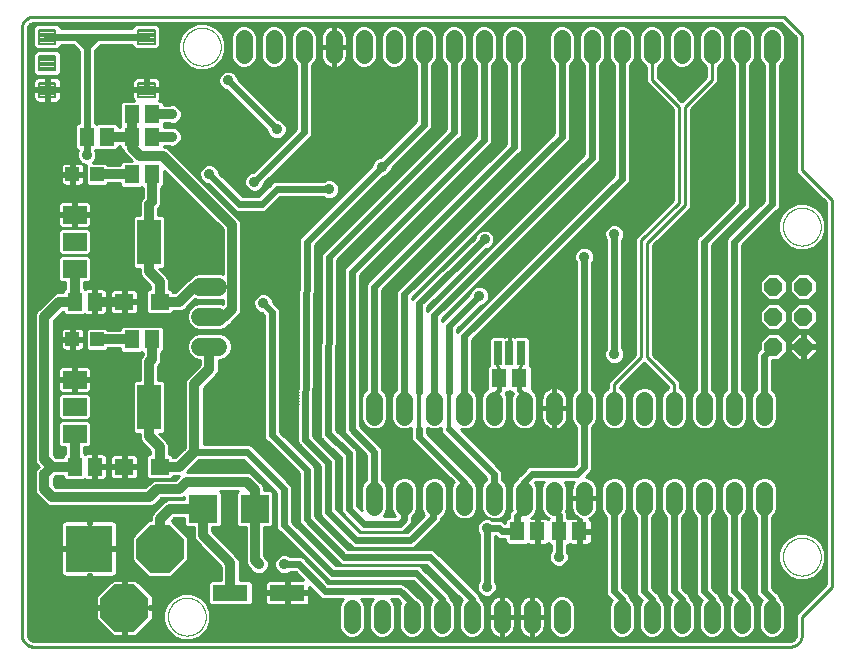
<source format=gtl>
G75*
%MOIN*%
%OFA0B0*%
%FSLAX25Y25*%
%IPPOS*%
%LPD*%
%AMOC8*
5,1,8,0,0,1.08239X$1,22.5*
%
%ADD10C,0.01000*%
%ADD11C,0.00000*%
%ADD12C,0.05600*%
%ADD13OC8,0.06102*%
%ADD14R,0.11811X0.05512*%
%ADD15R,0.04724X0.04724*%
%ADD16R,0.09449X0.09449*%
%ADD17OC8,0.15748*%
%ADD18R,0.15748X0.15748*%
%ADD19C,0.07677*%
%ADD20R,0.05118X0.05906*%
%ADD21C,0.00827*%
%ADD22R,0.02756X0.07874*%
%ADD23R,0.07874X0.05906*%
%ADD24R,0.07874X0.14961*%
%ADD25R,0.06299X0.05512*%
%ADD26C,0.06000*%
%ADD27C,0.03200*%
%ADD28C,0.02400*%
%ADD29C,0.03562*%
%ADD30C,0.01200*%
%ADD31C,0.01600*%
D10*
X0081798Y0009437D02*
X0081798Y0211563D01*
X0083798Y0211563D02*
X0083835Y0211941D01*
X0084124Y0212639D01*
X0084659Y0213174D01*
X0085357Y0213463D01*
X0085735Y0213500D01*
X0334970Y0213500D01*
X0339798Y0208672D01*
X0339798Y0163672D01*
X0340970Y0162500D01*
X0349798Y0153672D01*
X0349798Y0026328D01*
X0340970Y0017500D01*
X0339798Y0016328D01*
X0339798Y0009437D01*
X0339761Y0009059D01*
X0339472Y0008361D01*
X0338937Y0007826D01*
X0338239Y0007537D01*
X0337861Y0007500D01*
X0085735Y0007500D01*
X0085357Y0007537D01*
X0084659Y0007826D01*
X0084124Y0008361D01*
X0083835Y0009059D01*
X0083798Y0009437D01*
X0083798Y0211563D01*
X0083798Y0211193D02*
X0085613Y0211193D01*
X0081798Y0211563D02*
X0081800Y0211687D01*
X0081806Y0211810D01*
X0081815Y0211934D01*
X0081829Y0212056D01*
X0081846Y0212179D01*
X0081868Y0212301D01*
X0081893Y0212422D01*
X0081922Y0212542D01*
X0081954Y0212661D01*
X0081991Y0212780D01*
X0082031Y0212897D01*
X0082074Y0213012D01*
X0082122Y0213127D01*
X0082173Y0213239D01*
X0082227Y0213350D01*
X0082285Y0213460D01*
X0082346Y0213567D01*
X0082411Y0213673D01*
X0082479Y0213776D01*
X0082550Y0213877D01*
X0082624Y0213976D01*
X0082701Y0214073D01*
X0082782Y0214167D01*
X0082865Y0214258D01*
X0082951Y0214347D01*
X0083040Y0214433D01*
X0083131Y0214516D01*
X0083225Y0214597D01*
X0083322Y0214674D01*
X0083421Y0214748D01*
X0083522Y0214819D01*
X0083625Y0214887D01*
X0083731Y0214952D01*
X0083838Y0215013D01*
X0083948Y0215071D01*
X0084059Y0215125D01*
X0084171Y0215176D01*
X0084286Y0215224D01*
X0084401Y0215267D01*
X0084518Y0215307D01*
X0084637Y0215344D01*
X0084756Y0215376D01*
X0084876Y0215405D01*
X0084997Y0215430D01*
X0085119Y0215452D01*
X0085242Y0215469D01*
X0085364Y0215483D01*
X0085488Y0215492D01*
X0085611Y0215498D01*
X0085735Y0215500D01*
X0335798Y0215500D01*
X0341798Y0209500D01*
X0341798Y0164500D01*
X0351798Y0154500D01*
X0351798Y0025500D01*
X0341798Y0015500D01*
X0341798Y0009437D01*
X0339798Y0009494D02*
X0334673Y0009494D01*
X0334234Y0009055D02*
X0335443Y0010264D01*
X0336098Y0011845D01*
X0336098Y0019155D01*
X0335443Y0020736D01*
X0334498Y0021681D01*
X0334498Y0022037D01*
X0334087Y0023029D01*
X0333327Y0023789D01*
X0331998Y0025118D01*
X0331998Y0048819D01*
X0332943Y0049764D01*
X0333598Y0051345D01*
X0333598Y0058655D01*
X0332943Y0060236D01*
X0331734Y0061445D01*
X0330153Y0062100D01*
X0328443Y0062100D01*
X0326862Y0061445D01*
X0325653Y0060236D01*
X0324998Y0058655D01*
X0324998Y0051345D01*
X0325653Y0049764D01*
X0326598Y0048819D01*
X0326598Y0023463D01*
X0327009Y0022471D01*
X0328448Y0021031D01*
X0328153Y0020736D01*
X0327498Y0019155D01*
X0327498Y0011845D01*
X0328153Y0010264D01*
X0329362Y0009055D01*
X0330943Y0008400D01*
X0332653Y0008400D01*
X0334234Y0009055D01*
X0332884Y0008496D02*
X0339527Y0008496D01*
X0341798Y0009437D02*
X0341796Y0009313D01*
X0341790Y0009190D01*
X0341781Y0009066D01*
X0341767Y0008944D01*
X0341750Y0008821D01*
X0341728Y0008699D01*
X0341703Y0008578D01*
X0341674Y0008458D01*
X0341642Y0008339D01*
X0341605Y0008220D01*
X0341565Y0008103D01*
X0341522Y0007988D01*
X0341474Y0007873D01*
X0341423Y0007761D01*
X0341369Y0007650D01*
X0341311Y0007540D01*
X0341250Y0007433D01*
X0341185Y0007327D01*
X0341117Y0007224D01*
X0341046Y0007123D01*
X0340972Y0007024D01*
X0340895Y0006927D01*
X0340814Y0006833D01*
X0340731Y0006742D01*
X0340645Y0006653D01*
X0340556Y0006567D01*
X0340465Y0006484D01*
X0340371Y0006403D01*
X0340274Y0006326D01*
X0340175Y0006252D01*
X0340074Y0006181D01*
X0339971Y0006113D01*
X0339865Y0006048D01*
X0339758Y0005987D01*
X0339648Y0005929D01*
X0339537Y0005875D01*
X0339425Y0005824D01*
X0339310Y0005776D01*
X0339195Y0005733D01*
X0339078Y0005693D01*
X0338959Y0005656D01*
X0338840Y0005624D01*
X0338720Y0005595D01*
X0338599Y0005570D01*
X0338477Y0005548D01*
X0338354Y0005531D01*
X0338232Y0005517D01*
X0338108Y0005508D01*
X0337985Y0005502D01*
X0337861Y0005500D01*
X0085735Y0005500D01*
X0084069Y0008496D02*
X0133328Y0008496D01*
X0132380Y0008888D02*
X0130186Y0011082D01*
X0128999Y0013949D01*
X0128999Y0017051D01*
X0130186Y0019918D01*
X0132380Y0022112D01*
X0135247Y0023299D01*
X0138349Y0023299D01*
X0141216Y0022112D01*
X0143410Y0019918D01*
X0144597Y0017051D01*
X0144597Y0013949D01*
X0143410Y0011082D01*
X0141216Y0008888D01*
X0138349Y0007701D01*
X0135247Y0007701D01*
X0132380Y0008888D01*
X0131774Y0009494D02*
X0120249Y0009494D01*
X0119881Y0009126D02*
X0125372Y0014617D01*
X0125372Y0018000D01*
X0124337Y0018000D01*
X0124337Y0019000D01*
X0125372Y0019000D01*
X0125372Y0022383D01*
X0119881Y0027874D01*
X0116498Y0027874D01*
X0116498Y0023243D01*
X0115998Y0023036D01*
X0115498Y0023243D01*
X0115498Y0027874D01*
X0112115Y0027874D01*
X0106624Y0022383D01*
X0106624Y0019000D01*
X0107659Y0019000D01*
X0107659Y0018000D01*
X0106624Y0018000D01*
X0106624Y0014617D01*
X0112115Y0009126D01*
X0115498Y0009126D01*
X0115498Y0013757D01*
X0115998Y0013964D01*
X0116498Y0013757D01*
X0116498Y0009126D01*
X0119881Y0009126D01*
X0121247Y0010493D02*
X0130776Y0010493D01*
X0130017Y0011491D02*
X0122246Y0011491D01*
X0123244Y0012490D02*
X0129603Y0012490D01*
X0129190Y0013488D02*
X0124243Y0013488D01*
X0125241Y0014487D02*
X0128999Y0014487D01*
X0128999Y0015485D02*
X0125372Y0015485D01*
X0125372Y0016484D02*
X0128999Y0016484D01*
X0129177Y0017482D02*
X0125372Y0017482D01*
X0124337Y0018481D02*
X0129591Y0018481D01*
X0130004Y0019479D02*
X0125372Y0019479D01*
X0125372Y0020478D02*
X0130746Y0020478D01*
X0131744Y0021476D02*
X0125372Y0021476D01*
X0125280Y0022475D02*
X0133256Y0022475D01*
X0131681Y0028826D02*
X0123915Y0028826D01*
X0118424Y0034317D01*
X0118424Y0042083D01*
X0123915Y0047574D01*
X0124698Y0047574D01*
X0124698Y0048617D01*
X0125170Y0049756D01*
X0128670Y0053256D01*
X0129542Y0054128D01*
X0130681Y0054600D01*
X0135912Y0054600D01*
X0135912Y0055313D01*
X0134915Y0054900D01*
X0128082Y0054900D01*
X0126054Y0052872D01*
X0124915Y0052400D01*
X0091181Y0052400D01*
X0090042Y0052872D01*
X0089170Y0053744D01*
X0086670Y0056244D01*
X0086198Y0057383D01*
X0086198Y0063617D01*
X0086670Y0064756D01*
X0087414Y0065500D01*
X0086670Y0066244D01*
X0086198Y0067383D01*
X0086198Y0116117D01*
X0086670Y0117256D01*
X0087542Y0118128D01*
X0092542Y0123128D01*
X0093681Y0123600D01*
X0095392Y0123600D01*
X0095392Y0124074D01*
X0096271Y0124953D01*
X0096352Y0124953D01*
X0096352Y0126992D01*
X0094838Y0126992D01*
X0093959Y0127871D01*
X0093959Y0135019D01*
X0094838Y0135898D01*
X0103955Y0135898D01*
X0104833Y0135019D01*
X0104833Y0127871D01*
X0103955Y0126992D01*
X0102552Y0126992D01*
X0102552Y0124953D01*
X0102632Y0124953D01*
X0102834Y0124751D01*
X0103006Y0124851D01*
X0103388Y0124953D01*
X0105644Y0124953D01*
X0105644Y0121000D01*
X0106644Y0121000D01*
X0106644Y0124953D01*
X0108901Y0124953D01*
X0109282Y0124851D01*
X0109625Y0124653D01*
X0109904Y0124374D01*
X0110101Y0124032D01*
X0110203Y0123650D01*
X0110203Y0121000D01*
X0106644Y0121000D01*
X0106644Y0120000D01*
X0106644Y0116047D01*
X0108901Y0116047D01*
X0109282Y0116149D01*
X0109625Y0116347D01*
X0109904Y0116626D01*
X0110101Y0116968D01*
X0110203Y0117350D01*
X0110203Y0120000D01*
X0106644Y0120000D01*
X0105644Y0120000D01*
X0105644Y0116047D01*
X0103388Y0116047D01*
X0103006Y0116149D01*
X0102834Y0116249D01*
X0102632Y0116047D01*
X0096271Y0116047D01*
X0095392Y0116926D01*
X0095392Y0117210D01*
X0092398Y0114216D01*
X0092398Y0069284D01*
X0093082Y0068600D01*
X0095392Y0068600D01*
X0095392Y0069074D01*
X0096271Y0069953D01*
X0096352Y0069953D01*
X0096352Y0071992D01*
X0094838Y0071992D01*
X0093959Y0072871D01*
X0093959Y0080019D01*
X0094838Y0080898D01*
X0103955Y0080898D01*
X0104833Y0080019D01*
X0104833Y0072871D01*
X0103955Y0071992D01*
X0102552Y0071992D01*
X0102552Y0069953D01*
X0102632Y0069953D01*
X0102834Y0069751D01*
X0103006Y0069851D01*
X0103388Y0069953D01*
X0105644Y0069953D01*
X0105644Y0066000D01*
X0106644Y0066000D01*
X0106644Y0069953D01*
X0108901Y0069953D01*
X0109282Y0069851D01*
X0109625Y0069653D01*
X0109904Y0069374D01*
X0110101Y0069032D01*
X0110203Y0068650D01*
X0110203Y0066000D01*
X0106644Y0066000D01*
X0106644Y0065000D01*
X0106644Y0061047D01*
X0108901Y0061047D01*
X0109282Y0061149D01*
X0109625Y0061347D01*
X0109904Y0061626D01*
X0110101Y0061968D01*
X0110203Y0062350D01*
X0110203Y0065000D01*
X0106644Y0065000D01*
X0105644Y0065000D01*
X0105644Y0061047D01*
X0103388Y0061047D01*
X0103006Y0061149D01*
X0102834Y0061249D01*
X0102632Y0061047D01*
X0096271Y0061047D01*
X0095392Y0061926D01*
X0095392Y0062400D01*
X0093082Y0062400D01*
X0092398Y0061716D01*
X0092398Y0059284D01*
X0093082Y0058600D01*
X0123014Y0058600D01*
X0124170Y0059756D01*
X0125042Y0060628D01*
X0126181Y0061100D01*
X0133014Y0061100D01*
X0134170Y0062256D01*
X0134314Y0062400D01*
X0132353Y0062400D01*
X0132353Y0062123D01*
X0131474Y0061244D01*
X0123933Y0061244D01*
X0123054Y0062123D01*
X0123054Y0068877D01*
X0123933Y0069756D01*
X0124604Y0069756D01*
X0124604Y0070810D01*
X0121572Y0073842D01*
X0121100Y0074982D01*
X0121100Y0076520D01*
X0119641Y0076520D01*
X0118763Y0077398D01*
X0118763Y0093602D01*
X0119641Y0094480D01*
X0121100Y0094480D01*
X0121100Y0101018D01*
X0121572Y0102158D01*
X0122044Y0102631D01*
X0122044Y0103547D01*
X0121964Y0103547D01*
X0121798Y0103713D01*
X0121632Y0103547D01*
X0115271Y0103547D01*
X0114392Y0104426D01*
X0114392Y0104900D01*
X0110678Y0104900D01*
X0109915Y0104138D01*
X0103948Y0104138D01*
X0103070Y0105016D01*
X0103070Y0110984D01*
X0103948Y0111862D01*
X0109915Y0111862D01*
X0110678Y0111100D01*
X0114392Y0111100D01*
X0114392Y0111574D01*
X0115271Y0112453D01*
X0121632Y0112453D01*
X0121798Y0112287D01*
X0121964Y0112453D01*
X0128325Y0112453D01*
X0129203Y0111574D01*
X0129203Y0104426D01*
X0128325Y0103547D01*
X0128244Y0103547D01*
X0128244Y0100730D01*
X0127772Y0099590D01*
X0127300Y0099118D01*
X0127300Y0094480D01*
X0128758Y0094480D01*
X0129637Y0093602D01*
X0129637Y0077398D01*
X0128758Y0076520D01*
X0127662Y0076520D01*
X0129460Y0074723D01*
X0130332Y0073850D01*
X0130803Y0072711D01*
X0130803Y0069756D01*
X0131474Y0069756D01*
X0132353Y0068877D01*
X0132353Y0068600D01*
X0133014Y0068600D01*
X0136198Y0071784D01*
X0136198Y0093617D01*
X0136670Y0094756D01*
X0137542Y0095628D01*
X0141198Y0099284D01*
X0141198Y0101000D01*
X0140403Y0101000D01*
X0138749Y0101685D01*
X0137483Y0102951D01*
X0136798Y0104605D01*
X0136798Y0106395D01*
X0137483Y0108049D01*
X0138749Y0109315D01*
X0140403Y0110000D01*
X0148193Y0110000D01*
X0149847Y0109315D01*
X0151113Y0108049D01*
X0151798Y0106395D01*
X0151798Y0104605D01*
X0151113Y0102951D01*
X0149847Y0101685D01*
X0148193Y0101000D01*
X0147398Y0101000D01*
X0147398Y0097383D01*
X0146926Y0096244D01*
X0142398Y0091716D01*
X0142398Y0073200D01*
X0157335Y0073200D01*
X0158327Y0072789D01*
X0159087Y0072029D01*
X0171587Y0059529D01*
X0171998Y0058537D01*
X0171998Y0047118D01*
X0186416Y0032700D01*
X0213835Y0032700D01*
X0214827Y0032289D01*
X0215587Y0031529D01*
X0215587Y0031529D01*
X0224087Y0023029D01*
X0224498Y0022037D01*
X0224498Y0021681D01*
X0225443Y0020736D01*
X0226098Y0019155D01*
X0226098Y0011845D01*
X0225443Y0010264D01*
X0224234Y0009055D01*
X0222653Y0008400D01*
X0220943Y0008400D01*
X0219362Y0009055D01*
X0218153Y0010264D01*
X0217498Y0011845D01*
X0217498Y0019155D01*
X0218153Y0020736D01*
X0218448Y0021031D01*
X0212180Y0027300D01*
X0184761Y0027300D01*
X0183769Y0027711D01*
X0167769Y0043711D01*
X0167009Y0044471D01*
X0166598Y0045463D01*
X0166598Y0056882D01*
X0155680Y0067800D01*
X0140982Y0067800D01*
X0136782Y0063600D01*
X0157415Y0063600D01*
X0158554Y0063128D01*
X0161215Y0060467D01*
X0162087Y0059595D01*
X0162559Y0058455D01*
X0162559Y0057724D01*
X0164805Y0057724D01*
X0165684Y0056846D01*
X0165684Y0046154D01*
X0164805Y0045276D01*
X0162598Y0045276D01*
X0162598Y0035806D01*
X0162657Y0035782D01*
X0163580Y0034859D01*
X0164079Y0033653D01*
X0164079Y0032347D01*
X0163580Y0031141D01*
X0162657Y0030218D01*
X0161451Y0029719D01*
X0160145Y0029719D01*
X0158939Y0030218D01*
X0158016Y0031141D01*
X0157835Y0031579D01*
X0156870Y0032544D01*
X0156398Y0033683D01*
X0156398Y0045276D01*
X0154114Y0045276D01*
X0153235Y0046154D01*
X0153235Y0056846D01*
X0153789Y0057400D01*
X0147807Y0057400D01*
X0148361Y0056846D01*
X0148361Y0046154D01*
X0147482Y0045276D01*
X0145237Y0045276D01*
X0145237Y0043945D01*
X0153977Y0035205D01*
X0154449Y0034065D01*
X0154449Y0027756D01*
X0157876Y0027756D01*
X0158755Y0026877D01*
X0158755Y0020123D01*
X0157876Y0019244D01*
X0144822Y0019244D01*
X0143944Y0020123D01*
X0143944Y0026877D01*
X0144822Y0027756D01*
X0148249Y0027756D01*
X0148249Y0032165D01*
X0140381Y0040033D01*
X0139509Y0040905D01*
X0139037Y0042045D01*
X0139037Y0045276D01*
X0136791Y0045276D01*
X0135912Y0046154D01*
X0135912Y0048400D01*
X0132582Y0048400D01*
X0131718Y0047536D01*
X0137172Y0042083D01*
X0137172Y0034317D01*
X0131681Y0028826D01*
X0132319Y0029464D02*
X0148249Y0029464D01*
X0148249Y0028466D02*
X0083798Y0028466D01*
X0083798Y0029464D02*
X0095089Y0029464D01*
X0095124Y0029405D02*
X0095403Y0029126D01*
X0095745Y0028928D01*
X0096126Y0028826D01*
X0103698Y0028826D01*
X0103698Y0029861D01*
X0104698Y0029861D01*
X0104698Y0028826D01*
X0112269Y0028826D01*
X0112651Y0028928D01*
X0112993Y0029126D01*
X0113272Y0029405D01*
X0113470Y0029747D01*
X0113572Y0030128D01*
X0113572Y0037700D01*
X0108941Y0037700D01*
X0108734Y0038200D01*
X0108941Y0038700D01*
X0113572Y0038700D01*
X0113572Y0046271D01*
X0113470Y0046653D01*
X0113272Y0046995D01*
X0112993Y0047274D01*
X0112651Y0047472D01*
X0112269Y0047574D01*
X0104698Y0047574D01*
X0104698Y0046539D01*
X0103698Y0046539D01*
X0103698Y0047574D01*
X0096126Y0047574D01*
X0095745Y0047472D01*
X0095403Y0047274D01*
X0095124Y0046995D01*
X0094926Y0046653D01*
X0094824Y0046271D01*
X0094824Y0038700D01*
X0099455Y0038700D01*
X0099662Y0038200D01*
X0099455Y0037700D01*
X0094824Y0037700D01*
X0094824Y0030128D01*
X0094926Y0029747D01*
X0095124Y0029405D01*
X0094824Y0030463D02*
X0083798Y0030463D01*
X0083798Y0031461D02*
X0094824Y0031461D01*
X0094824Y0032460D02*
X0083798Y0032460D01*
X0083798Y0033458D02*
X0094824Y0033458D01*
X0094824Y0034457D02*
X0083798Y0034457D01*
X0083798Y0035455D02*
X0094824Y0035455D01*
X0094824Y0036454D02*
X0083798Y0036454D01*
X0083798Y0037452D02*
X0094824Y0037452D01*
X0094824Y0039449D02*
X0083798Y0039449D01*
X0083798Y0038451D02*
X0099558Y0038451D01*
X0094824Y0040448D02*
X0083798Y0040448D01*
X0083798Y0041446D02*
X0094824Y0041446D01*
X0094824Y0042445D02*
X0083798Y0042445D01*
X0083798Y0043443D02*
X0094824Y0043443D01*
X0094824Y0044442D02*
X0083798Y0044442D01*
X0083798Y0045440D02*
X0094824Y0045440D01*
X0094869Y0046439D02*
X0083798Y0046439D01*
X0083798Y0047437D02*
X0095686Y0047437D01*
X0091109Y0052430D02*
X0083798Y0052430D01*
X0083798Y0051432D02*
X0126845Y0051432D01*
X0127844Y0052430D02*
X0124987Y0052430D01*
X0126611Y0053429D02*
X0128842Y0053429D01*
X0127609Y0054427D02*
X0130264Y0054427D01*
X0125847Y0050433D02*
X0083798Y0050433D01*
X0083798Y0049434D02*
X0125037Y0049434D01*
X0124698Y0048436D02*
X0083798Y0048436D01*
X0083798Y0053429D02*
X0089485Y0053429D01*
X0088487Y0054427D02*
X0083798Y0054427D01*
X0083798Y0055426D02*
X0087488Y0055426D01*
X0086595Y0056424D02*
X0083798Y0056424D01*
X0083798Y0057423D02*
X0086198Y0057423D01*
X0086198Y0058421D02*
X0083798Y0058421D01*
X0083798Y0059420D02*
X0086198Y0059420D01*
X0086198Y0060418D02*
X0083798Y0060418D01*
X0083798Y0061417D02*
X0086198Y0061417D01*
X0086198Y0062415D02*
X0083798Y0062415D01*
X0083798Y0063414D02*
X0086198Y0063414D01*
X0086528Y0064412D02*
X0083798Y0064412D01*
X0083798Y0065411D02*
X0087325Y0065411D01*
X0086602Y0066409D02*
X0083798Y0066409D01*
X0083798Y0067408D02*
X0086198Y0067408D01*
X0086198Y0068406D02*
X0083798Y0068406D01*
X0083798Y0069405D02*
X0086198Y0069405D01*
X0086198Y0070403D02*
X0083798Y0070403D01*
X0083798Y0071402D02*
X0086198Y0071402D01*
X0086198Y0072400D02*
X0083798Y0072400D01*
X0083798Y0073399D02*
X0086198Y0073399D01*
X0086198Y0074397D02*
X0083798Y0074397D01*
X0083798Y0075396D02*
X0086198Y0075396D01*
X0086198Y0076394D02*
X0083798Y0076394D01*
X0083798Y0077393D02*
X0086198Y0077393D01*
X0086198Y0078391D02*
X0083798Y0078391D01*
X0083798Y0079390D02*
X0086198Y0079390D01*
X0086198Y0080388D02*
X0083798Y0080388D01*
X0083798Y0081387D02*
X0086198Y0081387D01*
X0086198Y0082385D02*
X0083798Y0082385D01*
X0083798Y0083384D02*
X0086198Y0083384D01*
X0086198Y0084382D02*
X0083798Y0084382D01*
X0083798Y0085381D02*
X0086198Y0085381D01*
X0086198Y0086379D02*
X0083798Y0086379D01*
X0083798Y0087378D02*
X0086198Y0087378D01*
X0086198Y0088376D02*
X0083798Y0088376D01*
X0083798Y0089375D02*
X0086198Y0089375D01*
X0086198Y0090373D02*
X0083798Y0090373D01*
X0083798Y0091372D02*
X0086198Y0091372D01*
X0086198Y0092370D02*
X0083798Y0092370D01*
X0083798Y0093369D02*
X0086198Y0093369D01*
X0086198Y0094368D02*
X0083798Y0094368D01*
X0083798Y0095366D02*
X0086198Y0095366D01*
X0086198Y0096365D02*
X0083798Y0096365D01*
X0083798Y0097363D02*
X0086198Y0097363D01*
X0086198Y0098362D02*
X0083798Y0098362D01*
X0083798Y0099360D02*
X0086198Y0099360D01*
X0086198Y0100359D02*
X0083798Y0100359D01*
X0083798Y0101357D02*
X0086198Y0101357D01*
X0086198Y0102356D02*
X0083798Y0102356D01*
X0083798Y0103354D02*
X0086198Y0103354D01*
X0086198Y0104353D02*
X0083798Y0104353D01*
X0083798Y0105351D02*
X0086198Y0105351D01*
X0086198Y0106350D02*
X0083798Y0106350D01*
X0083798Y0107348D02*
X0086198Y0107348D01*
X0086198Y0108347D02*
X0083798Y0108347D01*
X0083798Y0109345D02*
X0086198Y0109345D01*
X0086198Y0110344D02*
X0083798Y0110344D01*
X0083798Y0111342D02*
X0086198Y0111342D01*
X0086198Y0112341D02*
X0083798Y0112341D01*
X0083798Y0113339D02*
X0086198Y0113339D01*
X0086198Y0114338D02*
X0083798Y0114338D01*
X0083798Y0115336D02*
X0086198Y0115336D01*
X0086288Y0116335D02*
X0083798Y0116335D01*
X0083798Y0117333D02*
X0086747Y0117333D01*
X0087746Y0118332D02*
X0083798Y0118332D01*
X0083798Y0119330D02*
X0088744Y0119330D01*
X0089743Y0120329D02*
X0083798Y0120329D01*
X0083798Y0121327D02*
X0090741Y0121327D01*
X0091740Y0122326D02*
X0083798Y0122326D01*
X0083798Y0123324D02*
X0093016Y0123324D01*
X0095641Y0124323D02*
X0083798Y0124323D01*
X0083798Y0125321D02*
X0096352Y0125321D01*
X0096352Y0126320D02*
X0083798Y0126320D01*
X0083798Y0127318D02*
X0094512Y0127318D01*
X0093959Y0128317D02*
X0083798Y0128317D01*
X0083798Y0129315D02*
X0093959Y0129315D01*
X0093959Y0130314D02*
X0083798Y0130314D01*
X0083798Y0131312D02*
X0093959Y0131312D01*
X0093959Y0132311D02*
X0083798Y0132311D01*
X0083798Y0133309D02*
X0093959Y0133309D01*
X0093959Y0134308D02*
X0083798Y0134308D01*
X0083798Y0135306D02*
X0094247Y0135306D01*
X0094838Y0136047D02*
X0093959Y0136926D01*
X0093959Y0144074D01*
X0094838Y0144953D01*
X0103955Y0144953D01*
X0104833Y0144074D01*
X0104833Y0136926D01*
X0103955Y0136047D01*
X0094838Y0136047D01*
X0094580Y0136305D02*
X0083798Y0136305D01*
X0083798Y0137303D02*
X0093959Y0137303D01*
X0093959Y0138302D02*
X0083798Y0138302D01*
X0083798Y0139301D02*
X0093959Y0139301D01*
X0093959Y0140299D02*
X0083798Y0140299D01*
X0083798Y0141298D02*
X0093959Y0141298D01*
X0093959Y0142296D02*
X0083798Y0142296D01*
X0083798Y0143295D02*
X0093959Y0143295D01*
X0094178Y0144293D02*
X0083798Y0144293D01*
X0083798Y0145292D02*
X0094730Y0145292D01*
X0094880Y0145205D02*
X0095262Y0145102D01*
X0098896Y0145102D01*
X0098896Y0149055D01*
X0093959Y0149055D01*
X0093959Y0146405D01*
X0094062Y0146023D01*
X0094259Y0145681D01*
X0094538Y0145402D01*
X0094880Y0145205D01*
X0093990Y0146290D02*
X0083798Y0146290D01*
X0083798Y0147289D02*
X0093959Y0147289D01*
X0093959Y0148287D02*
X0083798Y0148287D01*
X0083798Y0149286D02*
X0098896Y0149286D01*
X0098896Y0149055D02*
X0098896Y0150055D01*
X0093959Y0150055D01*
X0093959Y0152705D01*
X0094062Y0153087D01*
X0094259Y0153429D01*
X0094538Y0153708D01*
X0094880Y0153906D01*
X0095262Y0154008D01*
X0098896Y0154008D01*
X0098896Y0150055D01*
X0099896Y0150055D01*
X0099896Y0154008D01*
X0103531Y0154008D01*
X0103912Y0153906D01*
X0104254Y0153708D01*
X0104534Y0153429D01*
X0104731Y0153087D01*
X0104833Y0152705D01*
X0104833Y0150055D01*
X0099896Y0150055D01*
X0099896Y0149055D01*
X0099896Y0145102D01*
X0103531Y0145102D01*
X0103912Y0145205D01*
X0104254Y0145402D01*
X0104534Y0145681D01*
X0104731Y0146023D01*
X0104833Y0146405D01*
X0104833Y0149055D01*
X0099896Y0149055D01*
X0098896Y0149055D01*
X0098896Y0148287D02*
X0099896Y0148287D01*
X0099896Y0147289D02*
X0098896Y0147289D01*
X0098896Y0146290D02*
X0099896Y0146290D01*
X0099896Y0145292D02*
X0098896Y0145292D01*
X0099896Y0149286D02*
X0119447Y0149286D01*
X0119641Y0149480D02*
X0118763Y0148602D01*
X0118763Y0132398D01*
X0119641Y0131520D01*
X0121100Y0131520D01*
X0121100Y0129982D01*
X0121572Y0128842D01*
X0124604Y0125810D01*
X0124604Y0124756D01*
X0123933Y0124756D01*
X0123054Y0123877D01*
X0123054Y0117123D01*
X0123933Y0116244D01*
X0131474Y0116244D01*
X0132353Y0117123D01*
X0132353Y0117400D01*
X0134915Y0117400D01*
X0136054Y0117872D01*
X0136926Y0118744D01*
X0139540Y0121358D01*
X0140403Y0121000D01*
X0148193Y0121000D01*
X0148698Y0121209D01*
X0148698Y0119791D01*
X0148193Y0120000D01*
X0140403Y0120000D01*
X0138749Y0119315D01*
X0137483Y0118049D01*
X0136798Y0116395D01*
X0136798Y0114605D01*
X0137483Y0112951D01*
X0138749Y0111685D01*
X0140403Y0111000D01*
X0148193Y0111000D01*
X0149847Y0111685D01*
X0151020Y0112858D01*
X0151054Y0112872D01*
X0151926Y0113744D01*
X0154426Y0116244D01*
X0154898Y0117383D01*
X0154898Y0146617D01*
X0154426Y0147756D01*
X0153554Y0148628D01*
X0130554Y0171628D01*
X0129415Y0172100D01*
X0129203Y0172100D01*
X0129203Y0172400D01*
X0130708Y0172400D01*
X0131145Y0172219D01*
X0132451Y0172219D01*
X0133657Y0172718D01*
X0134580Y0173641D01*
X0135079Y0174847D01*
X0135079Y0176153D01*
X0134580Y0177359D01*
X0133657Y0178282D01*
X0132451Y0178781D01*
X0131145Y0178781D01*
X0130708Y0178600D01*
X0129203Y0178600D01*
X0129203Y0179074D01*
X0129028Y0179250D01*
X0129203Y0179426D01*
X0129203Y0179900D01*
X0130708Y0179900D01*
X0131145Y0179719D01*
X0132451Y0179719D01*
X0133657Y0180218D01*
X0134580Y0181141D01*
X0135079Y0182347D01*
X0135079Y0183653D01*
X0134580Y0184859D01*
X0133657Y0185782D01*
X0132451Y0186281D01*
X0131145Y0186281D01*
X0130708Y0186100D01*
X0129203Y0186100D01*
X0129203Y0186574D01*
X0128325Y0187453D01*
X0127429Y0187453D01*
X0127601Y0187624D01*
X0127853Y0188061D01*
X0127983Y0188547D01*
X0127983Y0190642D01*
X0123833Y0190642D01*
X0123833Y0191642D01*
X0122833Y0191642D01*
X0122833Y0190642D01*
X0118684Y0190642D01*
X0118684Y0188547D01*
X0118814Y0188061D01*
X0119066Y0187624D01*
X0119238Y0187453D01*
X0115271Y0187453D01*
X0114392Y0186574D01*
X0114392Y0179426D01*
X0114568Y0179250D01*
X0114392Y0179074D01*
X0114392Y0178600D01*
X0114203Y0178600D01*
X0114203Y0179074D01*
X0113325Y0179953D01*
X0106964Y0179953D01*
X0106798Y0179787D01*
X0106632Y0179953D01*
X0106152Y0179953D01*
X0106152Y0204235D01*
X0108075Y0206158D01*
X0118684Y0206158D01*
X0118684Y0205723D01*
X0119805Y0204602D01*
X0126862Y0204602D01*
X0127983Y0205723D01*
X0127983Y0211993D01*
X0126862Y0213114D01*
X0119805Y0213114D01*
X0118684Y0211993D01*
X0118684Y0211558D01*
X0094912Y0211558D01*
X0094912Y0211993D01*
X0093791Y0213114D01*
X0086734Y0213114D01*
X0085613Y0211993D01*
X0085613Y0205723D01*
X0086734Y0204602D01*
X0093791Y0204602D01*
X0094912Y0205723D01*
X0094912Y0206158D01*
X0098721Y0206158D01*
X0100752Y0204128D01*
X0100752Y0179953D01*
X0100271Y0179953D01*
X0099392Y0179074D01*
X0099392Y0171926D01*
X0100271Y0171047D01*
X0100487Y0171047D01*
X0100117Y0170153D01*
X0100117Y0168847D01*
X0100616Y0167641D01*
X0101459Y0166799D01*
X0101224Y0166862D01*
X0099164Y0166862D01*
X0099164Y0163500D01*
X0098164Y0163500D01*
X0098164Y0162500D01*
X0094802Y0162500D01*
X0094802Y0160440D01*
X0094904Y0160059D01*
X0095102Y0159717D01*
X0095381Y0159438D01*
X0095723Y0159240D01*
X0096104Y0159138D01*
X0098164Y0159138D01*
X0098164Y0162500D01*
X0099164Y0162500D01*
X0099164Y0159138D01*
X0101224Y0159138D01*
X0101605Y0159240D01*
X0101947Y0159438D01*
X0102227Y0159717D01*
X0102424Y0160059D01*
X0102526Y0160440D01*
X0102526Y0162500D01*
X0099164Y0162500D01*
X0099164Y0163500D01*
X0102526Y0163500D01*
X0102526Y0165560D01*
X0102424Y0165941D01*
X0102227Y0166283D01*
X0101970Y0166540D01*
X0102745Y0166219D01*
X0103305Y0166219D01*
X0103070Y0165984D01*
X0103070Y0160016D01*
X0103948Y0159138D01*
X0109915Y0159138D01*
X0110678Y0159900D01*
X0114392Y0159900D01*
X0114392Y0159426D01*
X0115271Y0158547D01*
X0121632Y0158547D01*
X0121798Y0158713D01*
X0121964Y0158547D01*
X0122044Y0158547D01*
X0122044Y0155131D01*
X0121572Y0154658D01*
X0121100Y0153518D01*
X0121100Y0149480D01*
X0119641Y0149480D01*
X0118763Y0148287D02*
X0104833Y0148287D01*
X0104833Y0147289D02*
X0118763Y0147289D01*
X0118763Y0146290D02*
X0104803Y0146290D01*
X0104063Y0145292D02*
X0118763Y0145292D01*
X0118763Y0144293D02*
X0104614Y0144293D01*
X0104833Y0143295D02*
X0118763Y0143295D01*
X0118763Y0142296D02*
X0104833Y0142296D01*
X0104833Y0141298D02*
X0118763Y0141298D01*
X0118763Y0140299D02*
X0104833Y0140299D01*
X0104833Y0139301D02*
X0118763Y0139301D01*
X0118763Y0138302D02*
X0104833Y0138302D01*
X0104833Y0137303D02*
X0118763Y0137303D01*
X0118763Y0136305D02*
X0104212Y0136305D01*
X0104546Y0135306D02*
X0118763Y0135306D01*
X0118763Y0134308D02*
X0104833Y0134308D01*
X0104833Y0133309D02*
X0118763Y0133309D01*
X0118850Y0132311D02*
X0104833Y0132311D01*
X0104833Y0131312D02*
X0121100Y0131312D01*
X0121100Y0130314D02*
X0104833Y0130314D01*
X0104833Y0129315D02*
X0121376Y0129315D01*
X0122097Y0128317D02*
X0104833Y0128317D01*
X0104281Y0127318D02*
X0123096Y0127318D01*
X0124094Y0126320D02*
X0102552Y0126320D01*
X0102552Y0125321D02*
X0124604Y0125321D01*
X0123500Y0124323D02*
X0120096Y0124323D01*
X0119963Y0124456D02*
X0119621Y0124654D01*
X0119240Y0124756D01*
X0116392Y0124756D01*
X0116392Y0121000D01*
X0115392Y0121000D01*
X0115392Y0120000D01*
X0111243Y0120000D01*
X0111243Y0117547D01*
X0111345Y0117165D01*
X0111543Y0116823D01*
X0111822Y0116544D01*
X0112164Y0116346D01*
X0112545Y0116244D01*
X0115392Y0116244D01*
X0115392Y0120000D01*
X0116392Y0120000D01*
X0116392Y0116244D01*
X0119240Y0116244D01*
X0119621Y0116346D01*
X0119963Y0116544D01*
X0120242Y0116823D01*
X0120440Y0117165D01*
X0120542Y0117547D01*
X0120542Y0120000D01*
X0116393Y0120000D01*
X0116393Y0121000D01*
X0120542Y0121000D01*
X0120542Y0123453D01*
X0120440Y0123835D01*
X0120242Y0124177D01*
X0119963Y0124456D01*
X0120542Y0123324D02*
X0123054Y0123324D01*
X0123054Y0122326D02*
X0120542Y0122326D01*
X0120542Y0121327D02*
X0123054Y0121327D01*
X0123054Y0120329D02*
X0116393Y0120329D01*
X0116392Y0121327D02*
X0115392Y0121327D01*
X0115392Y0121000D02*
X0115392Y0124756D01*
X0112545Y0124756D01*
X0112164Y0124654D01*
X0111822Y0124456D01*
X0111543Y0124177D01*
X0111345Y0123835D01*
X0111243Y0123453D01*
X0111243Y0121000D01*
X0115392Y0121000D01*
X0115392Y0120329D02*
X0106644Y0120329D01*
X0106644Y0121327D02*
X0105644Y0121327D01*
X0105644Y0122326D02*
X0106644Y0122326D01*
X0106644Y0123324D02*
X0105644Y0123324D01*
X0105644Y0124323D02*
X0106644Y0124323D01*
X0109933Y0124323D02*
X0111689Y0124323D01*
X0111243Y0123324D02*
X0110203Y0123324D01*
X0110203Y0122326D02*
X0111243Y0122326D01*
X0111243Y0121327D02*
X0110203Y0121327D01*
X0110203Y0119330D02*
X0111243Y0119330D01*
X0111243Y0118332D02*
X0110203Y0118332D01*
X0110199Y0117333D02*
X0111300Y0117333D01*
X0112207Y0116335D02*
X0109603Y0116335D01*
X0106644Y0116335D02*
X0105644Y0116335D01*
X0105644Y0117333D02*
X0106644Y0117333D01*
X0106644Y0118332D02*
X0105644Y0118332D01*
X0105644Y0119330D02*
X0106644Y0119330D01*
X0115392Y0119330D02*
X0116392Y0119330D01*
X0116392Y0118332D02*
X0115392Y0118332D01*
X0115392Y0117333D02*
X0116392Y0117333D01*
X0116392Y0116335D02*
X0115392Y0116335D01*
X0119578Y0116335D02*
X0123842Y0116335D01*
X0123054Y0117333D02*
X0120485Y0117333D01*
X0120542Y0118332D02*
X0123054Y0118332D01*
X0123054Y0119330D02*
X0120542Y0119330D01*
X0116392Y0122326D02*
X0115392Y0122326D01*
X0115392Y0123324D02*
X0116392Y0123324D01*
X0116392Y0124323D02*
X0115392Y0124323D01*
X0127662Y0131520D02*
X0129460Y0129723D01*
X0130332Y0128850D01*
X0130803Y0127711D01*
X0130803Y0124756D01*
X0131474Y0124756D01*
X0132353Y0123877D01*
X0132353Y0123600D01*
X0133014Y0123600D01*
X0137542Y0128128D01*
X0137576Y0128142D01*
X0138749Y0129315D01*
X0140403Y0130000D01*
X0148193Y0130000D01*
X0148698Y0129791D01*
X0148698Y0144716D01*
X0129203Y0164210D01*
X0129203Y0159426D01*
X0128325Y0158547D01*
X0128244Y0158547D01*
X0128244Y0153230D01*
X0127772Y0152090D01*
X0127300Y0151618D01*
X0127300Y0149480D01*
X0128758Y0149480D01*
X0129637Y0148602D01*
X0129637Y0132398D01*
X0128758Y0131520D01*
X0127662Y0131520D01*
X0127870Y0131312D02*
X0148698Y0131312D01*
X0148698Y0130314D02*
X0128868Y0130314D01*
X0129867Y0129315D02*
X0138750Y0129315D01*
X0137751Y0128317D02*
X0130553Y0128317D01*
X0130803Y0127318D02*
X0136732Y0127318D01*
X0135734Y0126320D02*
X0130803Y0126320D01*
X0130803Y0125321D02*
X0134735Y0125321D01*
X0133737Y0124323D02*
X0131907Y0124323D01*
X0138511Y0120329D02*
X0148698Y0120329D01*
X0154898Y0120329D02*
X0159017Y0120329D01*
X0159017Y0120653D02*
X0159017Y0119347D01*
X0159516Y0118141D01*
X0160439Y0117218D01*
X0161645Y0116719D01*
X0161761Y0116719D01*
X0162598Y0115882D01*
X0162598Y0075463D01*
X0163009Y0074471D01*
X0163769Y0073711D01*
X0174098Y0063382D01*
X0174098Y0047463D01*
X0174509Y0046471D01*
X0175269Y0045711D01*
X0187009Y0033971D01*
X0187009Y0033971D01*
X0187769Y0033211D01*
X0188761Y0032800D01*
X0216680Y0032800D01*
X0228448Y0021031D01*
X0228153Y0020736D01*
X0227498Y0019155D01*
X0227498Y0011845D01*
X0228153Y0010264D01*
X0229362Y0009055D01*
X0230943Y0008400D01*
X0232653Y0008400D01*
X0234234Y0009055D01*
X0235443Y0010264D01*
X0236098Y0011845D01*
X0236098Y0019155D01*
X0235443Y0020736D01*
X0234498Y0021681D01*
X0234498Y0022037D01*
X0234087Y0023029D01*
X0219327Y0037789D01*
X0218335Y0038200D01*
X0190416Y0038200D01*
X0179498Y0049118D01*
X0179498Y0065037D01*
X0179087Y0066029D01*
X0167998Y0077118D01*
X0167998Y0117537D01*
X0167587Y0118529D01*
X0165579Y0120537D01*
X0165579Y0120653D01*
X0165080Y0121859D01*
X0164157Y0122782D01*
X0162951Y0123281D01*
X0161645Y0123281D01*
X0160439Y0122782D01*
X0159516Y0121859D01*
X0159017Y0120653D01*
X0159296Y0121327D02*
X0154898Y0121327D01*
X0154898Y0122326D02*
X0159984Y0122326D01*
X0164612Y0122326D02*
X0173960Y0122326D01*
X0173968Y0123324D02*
X0154898Y0123324D01*
X0154898Y0124323D02*
X0173975Y0124323D01*
X0173983Y0125321D02*
X0154898Y0125321D01*
X0154898Y0126320D02*
X0173991Y0126320D01*
X0173998Y0127318D02*
X0154898Y0127318D01*
X0154898Y0128317D02*
X0174006Y0128317D01*
X0174013Y0129315D02*
X0154898Y0129315D01*
X0154898Y0130314D02*
X0174021Y0130314D01*
X0174028Y0131312D02*
X0154898Y0131312D01*
X0154898Y0132311D02*
X0174036Y0132311D01*
X0174043Y0133309D02*
X0154898Y0133309D01*
X0154898Y0134308D02*
X0174051Y0134308D01*
X0174059Y0135306D02*
X0154898Y0135306D01*
X0154898Y0136305D02*
X0174066Y0136305D01*
X0174074Y0137303D02*
X0154898Y0137303D01*
X0154898Y0138302D02*
X0174081Y0138302D01*
X0174089Y0139301D02*
X0154898Y0139301D01*
X0154898Y0140299D02*
X0174096Y0140299D01*
X0174098Y0140510D02*
X0173602Y0075047D01*
X0173598Y0075037D01*
X0173598Y0074509D01*
X0173594Y0073983D01*
X0173598Y0073974D01*
X0173598Y0073963D01*
X0173800Y0073476D01*
X0173998Y0072988D01*
X0174005Y0072980D01*
X0174009Y0072971D01*
X0174382Y0072598D01*
X0174751Y0072223D01*
X0174761Y0072219D01*
X0181098Y0065882D01*
X0181098Y0049963D01*
X0181509Y0048971D01*
X0182269Y0048211D01*
X0191769Y0038711D01*
X0192761Y0038300D01*
X0211835Y0038300D01*
X0212827Y0038711D01*
X0213587Y0039471D01*
X0220634Y0046517D01*
X0220963Y0046800D01*
X0221011Y0046895D01*
X0221087Y0046971D01*
X0221253Y0047371D01*
X0221449Y0047757D01*
X0221457Y0047864D01*
X0221498Y0047963D01*
X0221498Y0048396D01*
X0221503Y0048459D01*
X0221734Y0048555D01*
X0222943Y0049764D01*
X0223598Y0051345D01*
X0223598Y0058655D01*
X0222943Y0060236D01*
X0221734Y0061445D01*
X0220153Y0062100D01*
X0218443Y0062100D01*
X0216862Y0061445D01*
X0215653Y0060236D01*
X0214998Y0058655D01*
X0214998Y0051345D01*
X0215653Y0049764D01*
X0215948Y0049469D01*
X0210180Y0043700D01*
X0194416Y0043700D01*
X0186498Y0051618D01*
X0186498Y0067537D01*
X0186087Y0068529D01*
X0179006Y0075610D01*
X0179490Y0139373D01*
X0202335Y0162219D01*
X0202451Y0162219D01*
X0203657Y0162718D01*
X0204580Y0163641D01*
X0205079Y0164847D01*
X0205079Y0164963D01*
X0217327Y0177211D01*
X0218087Y0177971D01*
X0218498Y0178963D01*
X0218498Y0199319D01*
X0219443Y0200264D01*
X0220098Y0201845D01*
X0220098Y0209155D01*
X0219443Y0210736D01*
X0218234Y0211945D01*
X0216653Y0212600D01*
X0214943Y0212600D01*
X0213362Y0211945D01*
X0212153Y0210736D01*
X0211498Y0209155D01*
X0211498Y0201845D01*
X0212153Y0200264D01*
X0213098Y0199319D01*
X0213098Y0180618D01*
X0201261Y0168781D01*
X0201145Y0168781D01*
X0199939Y0168282D01*
X0199016Y0167359D01*
X0198517Y0166153D01*
X0198517Y0166037D01*
X0174896Y0142416D01*
X0174521Y0142047D01*
X0174517Y0142037D01*
X0174509Y0142029D01*
X0174308Y0141543D01*
X0174102Y0141058D01*
X0174102Y0141047D01*
X0174098Y0141037D01*
X0174098Y0140510D01*
X0174204Y0141298D02*
X0154898Y0141298D01*
X0154898Y0142296D02*
X0174774Y0142296D01*
X0175774Y0143295D02*
X0154898Y0143295D01*
X0154898Y0144293D02*
X0176773Y0144293D01*
X0177771Y0145292D02*
X0154898Y0145292D01*
X0154898Y0146290D02*
X0178770Y0146290D01*
X0179768Y0147289D02*
X0154620Y0147289D01*
X0153895Y0148287D02*
X0180767Y0148287D01*
X0181765Y0149286D02*
X0152896Y0149286D01*
X0153761Y0150300D02*
X0162335Y0150300D01*
X0163327Y0150711D01*
X0167916Y0155300D01*
X0182358Y0155300D01*
X0182439Y0155218D01*
X0183645Y0154719D01*
X0184951Y0154719D01*
X0186157Y0155218D01*
X0187080Y0156141D01*
X0187579Y0157347D01*
X0187579Y0158653D01*
X0187080Y0159859D01*
X0186157Y0160782D01*
X0184951Y0161281D01*
X0183645Y0161281D01*
X0182439Y0160782D01*
X0182358Y0160700D01*
X0166261Y0160700D01*
X0165269Y0160289D01*
X0164509Y0159529D01*
X0160680Y0155700D01*
X0155416Y0155700D01*
X0147579Y0163537D01*
X0147579Y0163653D01*
X0147080Y0164859D01*
X0146157Y0165782D01*
X0144951Y0166281D01*
X0143645Y0166281D01*
X0142439Y0165782D01*
X0141516Y0164859D01*
X0141017Y0163653D01*
X0141017Y0162347D01*
X0141516Y0161141D01*
X0142439Y0160218D01*
X0143645Y0159719D01*
X0143761Y0159719D01*
X0152769Y0150711D01*
X0153761Y0150300D01*
X0152197Y0151283D02*
X0150899Y0151283D01*
X0151198Y0152281D02*
X0149901Y0152281D01*
X0150200Y0153280D02*
X0148902Y0153280D01*
X0149201Y0154278D02*
X0147904Y0154278D01*
X0148203Y0155277D02*
X0146905Y0155277D01*
X0147204Y0156275D02*
X0145907Y0156275D01*
X0146206Y0157274D02*
X0144908Y0157274D01*
X0145207Y0158272D02*
X0143910Y0158272D01*
X0144209Y0159271D02*
X0142911Y0159271D01*
X0142389Y0160269D02*
X0141913Y0160269D01*
X0141464Y0161268D02*
X0140914Y0161268D01*
X0141050Y0162266D02*
X0139916Y0162266D01*
X0138917Y0163265D02*
X0141017Y0163265D01*
X0141270Y0164263D02*
X0137919Y0164263D01*
X0136920Y0165262D02*
X0141920Y0165262D01*
X0143595Y0166260D02*
X0135922Y0166260D01*
X0134923Y0167259D02*
X0162238Y0167259D01*
X0161240Y0166260D02*
X0145001Y0166260D01*
X0146676Y0165262D02*
X0160241Y0165262D01*
X0159243Y0164263D02*
X0147326Y0164263D01*
X0147852Y0163265D02*
X0157423Y0163265D01*
X0157439Y0163282D02*
X0156516Y0162359D01*
X0156017Y0161153D01*
X0156017Y0159847D01*
X0156516Y0158641D01*
X0157439Y0157718D01*
X0158645Y0157219D01*
X0159951Y0157219D01*
X0161157Y0157718D01*
X0162080Y0158641D01*
X0162579Y0159847D01*
X0162579Y0159963D01*
X0178087Y0175471D01*
X0178498Y0176463D01*
X0178498Y0199319D01*
X0179443Y0200264D01*
X0180098Y0201845D01*
X0180098Y0209155D01*
X0179443Y0210736D01*
X0178234Y0211945D01*
X0176653Y0212600D01*
X0174943Y0212600D01*
X0173362Y0211945D01*
X0172153Y0210736D01*
X0171498Y0209155D01*
X0171498Y0201845D01*
X0172153Y0200264D01*
X0173098Y0199319D01*
X0173098Y0178118D01*
X0158761Y0163781D01*
X0158645Y0163781D01*
X0157439Y0163282D01*
X0156478Y0162266D02*
X0148850Y0162266D01*
X0149849Y0161268D02*
X0156065Y0161268D01*
X0156017Y0160269D02*
X0150847Y0160269D01*
X0151846Y0159271D02*
X0156256Y0159271D01*
X0156886Y0158272D02*
X0152844Y0158272D01*
X0153843Y0157274D02*
X0158513Y0157274D01*
X0160083Y0157274D02*
X0162253Y0157274D01*
X0161710Y0158272D02*
X0163252Y0158272D01*
X0162340Y0159271D02*
X0164250Y0159271D01*
X0164509Y0159529D02*
X0164509Y0159529D01*
X0165249Y0160269D02*
X0162886Y0160269D01*
X0163884Y0161268D02*
X0183613Y0161268D01*
X0184983Y0161268D02*
X0193747Y0161268D01*
X0192749Y0160269D02*
X0186669Y0160269D01*
X0187323Y0159271D02*
X0191750Y0159271D01*
X0190752Y0158272D02*
X0187579Y0158272D01*
X0187549Y0157274D02*
X0189753Y0157274D01*
X0188755Y0156275D02*
X0187135Y0156275D01*
X0187756Y0155277D02*
X0186215Y0155277D01*
X0186758Y0154278D02*
X0166895Y0154278D01*
X0167893Y0155277D02*
X0182381Y0155277D01*
X0184761Y0152281D02*
X0164898Y0152281D01*
X0165896Y0153280D02*
X0185759Y0153280D01*
X0183762Y0151283D02*
X0163899Y0151283D01*
X0161255Y0156275D02*
X0154841Y0156275D01*
X0151898Y0150284D02*
X0182764Y0150284D01*
X0186406Y0146290D02*
X0191270Y0146290D01*
X0192268Y0147289D02*
X0187405Y0147289D01*
X0188403Y0148287D02*
X0193267Y0148287D01*
X0194265Y0149286D02*
X0189402Y0149286D01*
X0190401Y0150284D02*
X0195264Y0150284D01*
X0196262Y0151283D02*
X0191399Y0151283D01*
X0192398Y0152281D02*
X0197261Y0152281D01*
X0198259Y0153280D02*
X0193396Y0153280D01*
X0194395Y0154278D02*
X0199258Y0154278D01*
X0200256Y0155277D02*
X0195393Y0155277D01*
X0196392Y0156275D02*
X0201255Y0156275D01*
X0202253Y0157274D02*
X0197390Y0157274D01*
X0198389Y0158272D02*
X0203252Y0158272D01*
X0204250Y0159271D02*
X0199387Y0159271D01*
X0200386Y0160269D02*
X0205249Y0160269D01*
X0206247Y0161268D02*
X0201384Y0161268D01*
X0202565Y0162266D02*
X0207246Y0162266D01*
X0208244Y0163265D02*
X0204203Y0163265D01*
X0204837Y0164263D02*
X0209243Y0164263D01*
X0210241Y0165262D02*
X0205378Y0165262D01*
X0206377Y0166260D02*
X0211240Y0166260D01*
X0212238Y0167259D02*
X0207375Y0167259D01*
X0208374Y0168257D02*
X0213237Y0168257D01*
X0214235Y0169256D02*
X0209372Y0169256D01*
X0210371Y0170254D02*
X0215234Y0170254D01*
X0216233Y0171253D02*
X0211369Y0171253D01*
X0212368Y0172251D02*
X0217231Y0172251D01*
X0218230Y0173250D02*
X0213366Y0173250D01*
X0214365Y0174248D02*
X0219228Y0174248D01*
X0220227Y0175247D02*
X0215363Y0175247D01*
X0216362Y0176245D02*
X0221225Y0176245D01*
X0222224Y0177244D02*
X0217360Y0177244D01*
X0218200Y0178242D02*
X0223098Y0178242D01*
X0223098Y0178118D02*
X0182397Y0137417D01*
X0182022Y0137049D01*
X0182017Y0137038D01*
X0182009Y0137029D01*
X0181808Y0136544D01*
X0181603Y0136060D01*
X0181603Y0136048D01*
X0181598Y0136037D01*
X0181598Y0135511D01*
X0181102Y0076996D01*
X0181080Y0076937D01*
X0181098Y0076461D01*
X0181094Y0075986D01*
X0181117Y0075927D01*
X0181120Y0075863D01*
X0181318Y0075431D01*
X0181496Y0074990D01*
X0181541Y0074945D01*
X0181567Y0074887D01*
X0181916Y0074563D01*
X0182249Y0074224D01*
X0182308Y0074199D01*
X0188098Y0068823D01*
X0188098Y0050963D01*
X0188509Y0049971D01*
X0194269Y0044211D01*
X0195261Y0043800D01*
X0208335Y0043800D01*
X0209327Y0044211D01*
X0211587Y0046471D01*
X0211998Y0047463D01*
X0211998Y0048819D01*
X0212943Y0049764D01*
X0213598Y0051345D01*
X0213598Y0058655D01*
X0212943Y0060236D01*
X0211734Y0061445D01*
X0210153Y0062100D01*
X0208443Y0062100D01*
X0206862Y0061445D01*
X0205653Y0060236D01*
X0204998Y0058655D01*
X0204998Y0051345D01*
X0205653Y0049764D01*
X0206217Y0049200D01*
X0202379Y0049200D01*
X0202943Y0049764D01*
X0203598Y0051345D01*
X0203598Y0058655D01*
X0202943Y0060236D01*
X0201998Y0061181D01*
X0201998Y0071037D01*
X0201587Y0072029D01*
X0194498Y0079118D01*
X0194498Y0129382D01*
X0237327Y0172211D01*
X0238087Y0172971D01*
X0238498Y0173963D01*
X0238498Y0199319D01*
X0239443Y0200264D01*
X0240098Y0201845D01*
X0240098Y0209155D01*
X0239443Y0210736D01*
X0238234Y0211945D01*
X0236653Y0212600D01*
X0234943Y0212600D01*
X0233362Y0211945D01*
X0232153Y0210736D01*
X0231498Y0209155D01*
X0231498Y0201845D01*
X0232153Y0200264D01*
X0233098Y0199319D01*
X0233098Y0175618D01*
X0189509Y0132029D01*
X0189098Y0131037D01*
X0189098Y0077463D01*
X0189509Y0076471D01*
X0190269Y0075711D01*
X0196598Y0069382D01*
X0196598Y0061181D01*
X0195653Y0060236D01*
X0194998Y0058655D01*
X0194998Y0051345D01*
X0195158Y0050958D01*
X0193498Y0052618D01*
X0193498Y0069515D01*
X0193516Y0069563D01*
X0193498Y0070050D01*
X0193498Y0070537D01*
X0193478Y0070585D01*
X0193476Y0070637D01*
X0193273Y0071080D01*
X0193087Y0071529D01*
X0193050Y0071566D01*
X0193029Y0071613D01*
X0192672Y0071945D01*
X0192327Y0072289D01*
X0192280Y0072309D01*
X0186508Y0077668D01*
X0186989Y0134372D01*
X0227327Y0174711D01*
X0228087Y0175471D01*
X0228498Y0176463D01*
X0228498Y0199319D01*
X0229443Y0200264D01*
X0230098Y0201845D01*
X0230098Y0209155D01*
X0229443Y0210736D01*
X0228234Y0211945D01*
X0226653Y0212600D01*
X0224943Y0212600D01*
X0223362Y0211945D01*
X0222153Y0210736D01*
X0221498Y0209155D01*
X0221498Y0201845D01*
X0222153Y0200264D01*
X0223098Y0199319D01*
X0223098Y0178118D01*
X0223098Y0179241D02*
X0218498Y0179241D01*
X0218498Y0180239D02*
X0223098Y0180239D01*
X0223098Y0181238D02*
X0218498Y0181238D01*
X0218498Y0182237D02*
X0223098Y0182237D01*
X0223098Y0183235D02*
X0218498Y0183235D01*
X0218498Y0184234D02*
X0223098Y0184234D01*
X0223098Y0185232D02*
X0218498Y0185232D01*
X0218498Y0186231D02*
X0223098Y0186231D01*
X0223098Y0187229D02*
X0218498Y0187229D01*
X0218498Y0188228D02*
X0223098Y0188228D01*
X0223098Y0189226D02*
X0218498Y0189226D01*
X0218498Y0190225D02*
X0223098Y0190225D01*
X0223098Y0191223D02*
X0218498Y0191223D01*
X0218498Y0192222D02*
X0223098Y0192222D01*
X0223098Y0193220D02*
X0218498Y0193220D01*
X0218498Y0194219D02*
X0223098Y0194219D01*
X0223098Y0195217D02*
X0218498Y0195217D01*
X0218498Y0196216D02*
X0223098Y0196216D01*
X0223098Y0197214D02*
X0218498Y0197214D01*
X0218498Y0198213D02*
X0223098Y0198213D01*
X0223098Y0199211D02*
X0218498Y0199211D01*
X0219389Y0200210D02*
X0222207Y0200210D01*
X0221762Y0201208D02*
X0219834Y0201208D01*
X0220098Y0202207D02*
X0221498Y0202207D01*
X0221498Y0203205D02*
X0220098Y0203205D01*
X0220098Y0204204D02*
X0221498Y0204204D01*
X0221498Y0205202D02*
X0220098Y0205202D01*
X0220098Y0206201D02*
X0221498Y0206201D01*
X0221498Y0207199D02*
X0220098Y0207199D01*
X0220098Y0208198D02*
X0221498Y0208198D01*
X0221515Y0209196D02*
X0220081Y0209196D01*
X0219667Y0210195D02*
X0221929Y0210195D01*
X0222610Y0211193D02*
X0218986Y0211193D01*
X0217639Y0212192D02*
X0223957Y0212192D01*
X0227639Y0212192D02*
X0233957Y0212192D01*
X0232610Y0211193D02*
X0228986Y0211193D01*
X0229667Y0210195D02*
X0231929Y0210195D01*
X0231515Y0209196D02*
X0230081Y0209196D01*
X0230098Y0208198D02*
X0231498Y0208198D01*
X0231498Y0207199D02*
X0230098Y0207199D01*
X0230098Y0206201D02*
X0231498Y0206201D01*
X0231498Y0205202D02*
X0230098Y0205202D01*
X0230098Y0204204D02*
X0231498Y0204204D01*
X0231498Y0203205D02*
X0230098Y0203205D01*
X0230098Y0202207D02*
X0231498Y0202207D01*
X0231762Y0201208D02*
X0229834Y0201208D01*
X0229389Y0200210D02*
X0232207Y0200210D01*
X0233098Y0199211D02*
X0228498Y0199211D01*
X0228498Y0198213D02*
X0233098Y0198213D01*
X0233098Y0197214D02*
X0228498Y0197214D01*
X0228498Y0196216D02*
X0233098Y0196216D01*
X0233098Y0195217D02*
X0228498Y0195217D01*
X0228498Y0194219D02*
X0233098Y0194219D01*
X0233098Y0193220D02*
X0228498Y0193220D01*
X0228498Y0192222D02*
X0233098Y0192222D01*
X0233098Y0191223D02*
X0228498Y0191223D01*
X0228498Y0190225D02*
X0233098Y0190225D01*
X0233098Y0189226D02*
X0228498Y0189226D01*
X0228498Y0188228D02*
X0233098Y0188228D01*
X0233098Y0187229D02*
X0228498Y0187229D01*
X0228498Y0186231D02*
X0233098Y0186231D01*
X0233098Y0185232D02*
X0228498Y0185232D01*
X0228498Y0184234D02*
X0233098Y0184234D01*
X0233098Y0183235D02*
X0228498Y0183235D01*
X0228498Y0182237D02*
X0233098Y0182237D01*
X0233098Y0181238D02*
X0228498Y0181238D01*
X0228498Y0180239D02*
X0233098Y0180239D01*
X0233098Y0179241D02*
X0228498Y0179241D01*
X0228498Y0178242D02*
X0233098Y0178242D01*
X0233098Y0177244D02*
X0228498Y0177244D01*
X0228408Y0176245D02*
X0233098Y0176245D01*
X0232727Y0175247D02*
X0227863Y0175247D01*
X0226865Y0174248D02*
X0231728Y0174248D01*
X0230730Y0173250D02*
X0225866Y0173250D01*
X0224868Y0172251D02*
X0229731Y0172251D01*
X0228733Y0171253D02*
X0223869Y0171253D01*
X0222871Y0170254D02*
X0227734Y0170254D01*
X0226735Y0169256D02*
X0221872Y0169256D01*
X0220874Y0168257D02*
X0225737Y0168257D01*
X0224738Y0167259D02*
X0219875Y0167259D01*
X0218877Y0166260D02*
X0223740Y0166260D01*
X0222741Y0165262D02*
X0217878Y0165262D01*
X0216880Y0164263D02*
X0221743Y0164263D01*
X0220744Y0163265D02*
X0215881Y0163265D01*
X0214883Y0162266D02*
X0219746Y0162266D01*
X0218747Y0161268D02*
X0213884Y0161268D01*
X0212886Y0160269D02*
X0217749Y0160269D01*
X0216750Y0159271D02*
X0211887Y0159271D01*
X0210889Y0158272D02*
X0215752Y0158272D01*
X0214753Y0157274D02*
X0209890Y0157274D01*
X0208892Y0156275D02*
X0213755Y0156275D01*
X0212756Y0155277D02*
X0207893Y0155277D01*
X0206895Y0154278D02*
X0211758Y0154278D01*
X0210759Y0153280D02*
X0205896Y0153280D01*
X0204898Y0152281D02*
X0209761Y0152281D01*
X0208762Y0151283D02*
X0203899Y0151283D01*
X0202901Y0150284D02*
X0207764Y0150284D01*
X0206765Y0149286D02*
X0201902Y0149286D01*
X0200903Y0148287D02*
X0205767Y0148287D01*
X0204768Y0147289D02*
X0199905Y0147289D01*
X0198906Y0146290D02*
X0203770Y0146290D01*
X0202771Y0145292D02*
X0197908Y0145292D01*
X0196909Y0144293D02*
X0201773Y0144293D01*
X0200774Y0143295D02*
X0195911Y0143295D01*
X0194912Y0142296D02*
X0199776Y0142296D01*
X0198777Y0141298D02*
X0193914Y0141298D01*
X0192915Y0140299D02*
X0197779Y0140299D01*
X0196780Y0139301D02*
X0191917Y0139301D01*
X0190918Y0138302D02*
X0195782Y0138302D01*
X0194783Y0137303D02*
X0189920Y0137303D01*
X0188921Y0136305D02*
X0193785Y0136305D01*
X0192786Y0135306D02*
X0187923Y0135306D01*
X0186988Y0134308D02*
X0191788Y0134308D01*
X0190789Y0133309D02*
X0186980Y0133309D01*
X0186971Y0132311D02*
X0189791Y0132311D01*
X0189212Y0131312D02*
X0186963Y0131312D01*
X0186954Y0130314D02*
X0189098Y0130314D01*
X0189098Y0129315D02*
X0186946Y0129315D01*
X0186937Y0128317D02*
X0189098Y0128317D01*
X0189098Y0127318D02*
X0186929Y0127318D01*
X0186920Y0126320D02*
X0189098Y0126320D01*
X0189098Y0125321D02*
X0186912Y0125321D01*
X0186903Y0124323D02*
X0189098Y0124323D01*
X0189098Y0123324D02*
X0186895Y0123324D01*
X0186886Y0122326D02*
X0189098Y0122326D01*
X0189098Y0121327D02*
X0186878Y0121327D01*
X0186870Y0120329D02*
X0189098Y0120329D01*
X0189098Y0119330D02*
X0186861Y0119330D01*
X0186853Y0118332D02*
X0189098Y0118332D01*
X0189098Y0117333D02*
X0186844Y0117333D01*
X0186836Y0116335D02*
X0189098Y0116335D01*
X0189098Y0115336D02*
X0186827Y0115336D01*
X0186819Y0114338D02*
X0189098Y0114338D01*
X0189098Y0113339D02*
X0186810Y0113339D01*
X0186802Y0112341D02*
X0189098Y0112341D01*
X0189098Y0111342D02*
X0186793Y0111342D01*
X0186785Y0110344D02*
X0189098Y0110344D01*
X0189098Y0109345D02*
X0186776Y0109345D01*
X0186768Y0108347D02*
X0189098Y0108347D01*
X0189098Y0107348D02*
X0186759Y0107348D01*
X0186751Y0106350D02*
X0189098Y0106350D01*
X0189098Y0105351D02*
X0186743Y0105351D01*
X0186734Y0104353D02*
X0189098Y0104353D01*
X0189098Y0103354D02*
X0186726Y0103354D01*
X0186717Y0102356D02*
X0189098Y0102356D01*
X0189098Y0101357D02*
X0186709Y0101357D01*
X0186700Y0100359D02*
X0189098Y0100359D01*
X0189098Y0099360D02*
X0186692Y0099360D01*
X0186683Y0098362D02*
X0189098Y0098362D01*
X0189098Y0097363D02*
X0186675Y0097363D01*
X0186666Y0096365D02*
X0189098Y0096365D01*
X0189098Y0095366D02*
X0186658Y0095366D01*
X0186649Y0094368D02*
X0189098Y0094368D01*
X0189098Y0093369D02*
X0186641Y0093369D01*
X0186633Y0092370D02*
X0189098Y0092370D01*
X0189098Y0091372D02*
X0186624Y0091372D01*
X0186616Y0090373D02*
X0189098Y0090373D01*
X0189098Y0089375D02*
X0186607Y0089375D01*
X0186599Y0088376D02*
X0189098Y0088376D01*
X0189098Y0087378D02*
X0186590Y0087378D01*
X0186582Y0086379D02*
X0189098Y0086379D01*
X0189098Y0085381D02*
X0186573Y0085381D01*
X0186565Y0084382D02*
X0189098Y0084382D01*
X0189098Y0083384D02*
X0186556Y0083384D01*
X0186548Y0082385D02*
X0189098Y0082385D01*
X0189098Y0081387D02*
X0186539Y0081387D01*
X0186531Y0080388D02*
X0189098Y0080388D01*
X0189098Y0079390D02*
X0186523Y0079390D01*
X0186514Y0078391D02*
X0189098Y0078391D01*
X0189127Y0077393D02*
X0186804Y0077393D01*
X0187880Y0076394D02*
X0189585Y0076394D01*
X0188955Y0075396D02*
X0190584Y0075396D01*
X0190030Y0074397D02*
X0191582Y0074397D01*
X0191106Y0073399D02*
X0192581Y0073399D01*
X0192181Y0072400D02*
X0193579Y0072400D01*
X0193140Y0071402D02*
X0194578Y0071402D01*
X0195576Y0070403D02*
X0193498Y0070403D01*
X0193498Y0069405D02*
X0196575Y0069405D01*
X0196598Y0068406D02*
X0193498Y0068406D01*
X0193498Y0067408D02*
X0196598Y0067408D01*
X0196598Y0066409D02*
X0193498Y0066409D01*
X0193498Y0065411D02*
X0196598Y0065411D01*
X0196598Y0064412D02*
X0193498Y0064412D01*
X0193498Y0063414D02*
X0196598Y0063414D01*
X0196598Y0062415D02*
X0193498Y0062415D01*
X0193498Y0061417D02*
X0196598Y0061417D01*
X0195835Y0060418D02*
X0193498Y0060418D01*
X0193498Y0059420D02*
X0195315Y0059420D01*
X0194998Y0058421D02*
X0193498Y0058421D01*
X0193498Y0057423D02*
X0194998Y0057423D01*
X0194998Y0056424D02*
X0193498Y0056424D01*
X0193498Y0055426D02*
X0194998Y0055426D01*
X0194998Y0054427D02*
X0193498Y0054427D01*
X0193498Y0053429D02*
X0194998Y0053429D01*
X0194998Y0052430D02*
X0193686Y0052430D01*
X0194685Y0051432D02*
X0194998Y0051432D01*
X0191042Y0047437D02*
X0190679Y0047437D01*
X0190044Y0048436D02*
X0189680Y0048436D01*
X0189045Y0049434D02*
X0188682Y0049434D01*
X0188317Y0050433D02*
X0187683Y0050433D01*
X0188098Y0051432D02*
X0186685Y0051432D01*
X0186498Y0052430D02*
X0188098Y0052430D01*
X0188098Y0053429D02*
X0186498Y0053429D01*
X0186498Y0054427D02*
X0188098Y0054427D01*
X0188098Y0055426D02*
X0186498Y0055426D01*
X0186498Y0056424D02*
X0188098Y0056424D01*
X0188098Y0057423D02*
X0186498Y0057423D01*
X0186498Y0058421D02*
X0188098Y0058421D01*
X0188098Y0059420D02*
X0186498Y0059420D01*
X0186498Y0060418D02*
X0188098Y0060418D01*
X0188098Y0061417D02*
X0186498Y0061417D01*
X0186498Y0062415D02*
X0188098Y0062415D01*
X0188098Y0063414D02*
X0186498Y0063414D01*
X0186498Y0064412D02*
X0188098Y0064412D01*
X0188098Y0065411D02*
X0186498Y0065411D01*
X0186498Y0066409D02*
X0188098Y0066409D01*
X0188098Y0067408D02*
X0186498Y0067408D01*
X0186138Y0068406D02*
X0188098Y0068406D01*
X0187471Y0069405D02*
X0185212Y0069405D01*
X0184213Y0070403D02*
X0186396Y0070403D01*
X0185320Y0071402D02*
X0183215Y0071402D01*
X0182216Y0072400D02*
X0184245Y0072400D01*
X0183170Y0073399D02*
X0181218Y0073399D01*
X0182079Y0074397D02*
X0180219Y0074397D01*
X0179221Y0075396D02*
X0181332Y0075396D01*
X0181097Y0076394D02*
X0179012Y0076394D01*
X0179020Y0077393D02*
X0181105Y0077393D01*
X0181114Y0078391D02*
X0179028Y0078391D01*
X0179035Y0079390D02*
X0181122Y0079390D01*
X0181131Y0080388D02*
X0179043Y0080388D01*
X0179050Y0081387D02*
X0181139Y0081387D01*
X0181148Y0082385D02*
X0179058Y0082385D01*
X0179065Y0083384D02*
X0181156Y0083384D01*
X0181165Y0084382D02*
X0179073Y0084382D01*
X0179080Y0085381D02*
X0181173Y0085381D01*
X0181182Y0086379D02*
X0179088Y0086379D01*
X0179096Y0087378D02*
X0181190Y0087378D01*
X0181199Y0088376D02*
X0179103Y0088376D01*
X0179111Y0089375D02*
X0181207Y0089375D01*
X0181215Y0090373D02*
X0179118Y0090373D01*
X0179126Y0091372D02*
X0181224Y0091372D01*
X0181232Y0092370D02*
X0179133Y0092370D01*
X0179141Y0093369D02*
X0181241Y0093369D01*
X0181249Y0094368D02*
X0179149Y0094368D01*
X0179156Y0095366D02*
X0181258Y0095366D01*
X0181266Y0096365D02*
X0179164Y0096365D01*
X0179171Y0097363D02*
X0181275Y0097363D01*
X0181283Y0098362D02*
X0179179Y0098362D01*
X0179186Y0099360D02*
X0181292Y0099360D01*
X0181300Y0100359D02*
X0179194Y0100359D01*
X0179202Y0101357D02*
X0181309Y0101357D01*
X0181317Y0102356D02*
X0179209Y0102356D01*
X0179217Y0103354D02*
X0181325Y0103354D01*
X0181334Y0104353D02*
X0179224Y0104353D01*
X0179232Y0105351D02*
X0181342Y0105351D01*
X0181351Y0106350D02*
X0179239Y0106350D01*
X0179247Y0107348D02*
X0181359Y0107348D01*
X0181368Y0108347D02*
X0179254Y0108347D01*
X0179262Y0109345D02*
X0181376Y0109345D01*
X0181385Y0110344D02*
X0179270Y0110344D01*
X0179277Y0111342D02*
X0181393Y0111342D01*
X0181402Y0112341D02*
X0179285Y0112341D01*
X0179292Y0113339D02*
X0181410Y0113339D01*
X0181419Y0114338D02*
X0179300Y0114338D01*
X0179307Y0115336D02*
X0181427Y0115336D01*
X0181435Y0116335D02*
X0179315Y0116335D01*
X0179323Y0117333D02*
X0181444Y0117333D01*
X0181452Y0118332D02*
X0179330Y0118332D01*
X0179338Y0119330D02*
X0181461Y0119330D01*
X0181469Y0120329D02*
X0179345Y0120329D01*
X0179353Y0121327D02*
X0181478Y0121327D01*
X0181486Y0122326D02*
X0179360Y0122326D01*
X0179368Y0123324D02*
X0181495Y0123324D01*
X0181503Y0124323D02*
X0179375Y0124323D01*
X0179383Y0125321D02*
X0181512Y0125321D01*
X0181520Y0126320D02*
X0179391Y0126320D01*
X0179398Y0127318D02*
X0181529Y0127318D01*
X0181537Y0128317D02*
X0179406Y0128317D01*
X0179413Y0129315D02*
X0181545Y0129315D01*
X0181554Y0130314D02*
X0179421Y0130314D01*
X0179428Y0131312D02*
X0181562Y0131312D01*
X0181571Y0132311D02*
X0179436Y0132311D01*
X0179444Y0133309D02*
X0181579Y0133309D01*
X0181588Y0134308D02*
X0179451Y0134308D01*
X0179459Y0135306D02*
X0181596Y0135306D01*
X0181707Y0136305D02*
X0179466Y0136305D01*
X0179474Y0137303D02*
X0182281Y0137303D01*
X0183282Y0138302D02*
X0179481Y0138302D01*
X0179489Y0139301D02*
X0184280Y0139301D01*
X0185279Y0140299D02*
X0180415Y0140299D01*
X0181414Y0141298D02*
X0186277Y0141298D01*
X0187276Y0142296D02*
X0182412Y0142296D01*
X0183411Y0143295D02*
X0188274Y0143295D01*
X0189273Y0144293D02*
X0184409Y0144293D01*
X0185408Y0145292D02*
X0190271Y0145292D01*
X0201421Y0136305D02*
X0206285Y0136305D01*
X0207283Y0137303D02*
X0202420Y0137303D01*
X0203418Y0138302D02*
X0208282Y0138302D01*
X0209280Y0139301D02*
X0204417Y0139301D01*
X0205415Y0140299D02*
X0210279Y0140299D01*
X0211277Y0141298D02*
X0206414Y0141298D01*
X0207412Y0142296D02*
X0212276Y0142296D01*
X0213274Y0143295D02*
X0208411Y0143295D01*
X0209409Y0144293D02*
X0214273Y0144293D01*
X0215271Y0145292D02*
X0210408Y0145292D01*
X0211406Y0146290D02*
X0216270Y0146290D01*
X0217268Y0147289D02*
X0212405Y0147289D01*
X0213403Y0148287D02*
X0218267Y0148287D01*
X0219265Y0149286D02*
X0214402Y0149286D01*
X0215401Y0150284D02*
X0220264Y0150284D01*
X0221262Y0151283D02*
X0216399Y0151283D01*
X0217398Y0152281D02*
X0222261Y0152281D01*
X0223259Y0153280D02*
X0218396Y0153280D01*
X0219395Y0154278D02*
X0224258Y0154278D01*
X0225256Y0155277D02*
X0220393Y0155277D01*
X0221392Y0156275D02*
X0226255Y0156275D01*
X0227253Y0157274D02*
X0222390Y0157274D01*
X0223389Y0158272D02*
X0228252Y0158272D01*
X0229250Y0159271D02*
X0224387Y0159271D01*
X0225386Y0160269D02*
X0230249Y0160269D01*
X0231247Y0161268D02*
X0226384Y0161268D01*
X0227383Y0162266D02*
X0232246Y0162266D01*
X0233244Y0163265D02*
X0228381Y0163265D01*
X0229380Y0164263D02*
X0234243Y0164263D01*
X0235241Y0165262D02*
X0230378Y0165262D01*
X0231377Y0166260D02*
X0236240Y0166260D01*
X0237238Y0167259D02*
X0232375Y0167259D01*
X0233374Y0168257D02*
X0238237Y0168257D01*
X0239235Y0169256D02*
X0234372Y0169256D01*
X0235371Y0170254D02*
X0240234Y0170254D01*
X0241233Y0171253D02*
X0236369Y0171253D01*
X0237368Y0172251D02*
X0242231Y0172251D01*
X0243098Y0173118D02*
X0197009Y0127029D01*
X0196598Y0126037D01*
X0196598Y0091181D01*
X0195653Y0090236D01*
X0194998Y0088655D01*
X0194998Y0081345D01*
X0195653Y0079764D01*
X0196862Y0078555D01*
X0198443Y0077900D01*
X0200153Y0077900D01*
X0201734Y0078555D01*
X0202943Y0079764D01*
X0203598Y0081345D01*
X0203598Y0088655D01*
X0202943Y0090236D01*
X0201998Y0091181D01*
X0201998Y0124382D01*
X0247327Y0169711D01*
X0248087Y0170471D01*
X0248498Y0171463D01*
X0248498Y0199319D01*
X0249443Y0200264D01*
X0250098Y0201845D01*
X0250098Y0209155D01*
X0249443Y0210736D01*
X0248234Y0211945D01*
X0246653Y0212600D01*
X0244943Y0212600D01*
X0243362Y0211945D01*
X0242153Y0210736D01*
X0241498Y0209155D01*
X0241498Y0201845D01*
X0242153Y0200264D01*
X0243098Y0199319D01*
X0243098Y0173118D01*
X0243098Y0173250D02*
X0238203Y0173250D01*
X0238498Y0174248D02*
X0243098Y0174248D01*
X0243098Y0175247D02*
X0238498Y0175247D01*
X0238498Y0176245D02*
X0243098Y0176245D01*
X0243098Y0177244D02*
X0238498Y0177244D01*
X0238498Y0178242D02*
X0243098Y0178242D01*
X0243098Y0179241D02*
X0238498Y0179241D01*
X0238498Y0180239D02*
X0243098Y0180239D01*
X0243098Y0181238D02*
X0238498Y0181238D01*
X0238498Y0182237D02*
X0243098Y0182237D01*
X0243098Y0183235D02*
X0238498Y0183235D01*
X0238498Y0184234D02*
X0243098Y0184234D01*
X0243098Y0185232D02*
X0238498Y0185232D01*
X0238498Y0186231D02*
X0243098Y0186231D01*
X0243098Y0187229D02*
X0238498Y0187229D01*
X0238498Y0188228D02*
X0243098Y0188228D01*
X0243098Y0189226D02*
X0238498Y0189226D01*
X0238498Y0190225D02*
X0243098Y0190225D01*
X0243098Y0191223D02*
X0238498Y0191223D01*
X0238498Y0192222D02*
X0243098Y0192222D01*
X0243098Y0193220D02*
X0238498Y0193220D01*
X0238498Y0194219D02*
X0243098Y0194219D01*
X0243098Y0195217D02*
X0238498Y0195217D01*
X0238498Y0196216D02*
X0243098Y0196216D01*
X0243098Y0197214D02*
X0238498Y0197214D01*
X0238498Y0198213D02*
X0243098Y0198213D01*
X0243098Y0199211D02*
X0238498Y0199211D01*
X0239389Y0200210D02*
X0242207Y0200210D01*
X0241762Y0201208D02*
X0239834Y0201208D01*
X0240098Y0202207D02*
X0241498Y0202207D01*
X0241498Y0203205D02*
X0240098Y0203205D01*
X0240098Y0204204D02*
X0241498Y0204204D01*
X0241498Y0205202D02*
X0240098Y0205202D01*
X0240098Y0206201D02*
X0241498Y0206201D01*
X0241498Y0207199D02*
X0240098Y0207199D01*
X0240098Y0208198D02*
X0241498Y0208198D01*
X0241515Y0209196D02*
X0240081Y0209196D01*
X0239667Y0210195D02*
X0241929Y0210195D01*
X0242610Y0211193D02*
X0238986Y0211193D01*
X0237639Y0212192D02*
X0243957Y0212192D01*
X0247639Y0212192D02*
X0259957Y0212192D01*
X0259362Y0211945D02*
X0258153Y0210736D01*
X0257498Y0209155D01*
X0257498Y0201845D01*
X0258153Y0200264D01*
X0259098Y0199319D01*
X0259098Y0176618D01*
X0207009Y0124529D01*
X0206598Y0123537D01*
X0206598Y0091181D01*
X0205653Y0090236D01*
X0204998Y0088655D01*
X0204998Y0081345D01*
X0205653Y0079764D01*
X0206862Y0078555D01*
X0208443Y0077900D01*
X0210153Y0077900D01*
X0211598Y0078498D01*
X0211598Y0074963D01*
X0212009Y0073971D01*
X0212769Y0073211D01*
X0225698Y0060281D01*
X0225653Y0060236D01*
X0224998Y0058655D01*
X0224998Y0051345D01*
X0225653Y0049764D01*
X0226862Y0048555D01*
X0228443Y0047900D01*
X0230153Y0047900D01*
X0231734Y0048555D01*
X0232943Y0049764D01*
X0233598Y0051345D01*
X0233598Y0058655D01*
X0232943Y0060236D01*
X0231896Y0061283D01*
X0231587Y0062029D01*
X0216998Y0076618D01*
X0216998Y0078498D01*
X0218443Y0077900D01*
X0220153Y0077900D01*
X0221598Y0078498D01*
X0221598Y0077463D01*
X0222009Y0076471D01*
X0236598Y0061882D01*
X0236598Y0061181D01*
X0235653Y0060236D01*
X0234998Y0058655D01*
X0234998Y0051345D01*
X0235653Y0049764D01*
X0236862Y0048555D01*
X0238443Y0047900D01*
X0240153Y0047900D01*
X0241734Y0048555D01*
X0242943Y0049764D01*
X0243598Y0051345D01*
X0243598Y0058655D01*
X0242943Y0060236D01*
X0241998Y0061181D01*
X0241998Y0063537D01*
X0241587Y0064529D01*
X0228056Y0078060D01*
X0228443Y0077900D01*
X0230153Y0077900D01*
X0231734Y0078555D01*
X0232943Y0079764D01*
X0233598Y0081345D01*
X0233598Y0088655D01*
X0232943Y0090236D01*
X0231998Y0091181D01*
X0231998Y0107882D01*
X0284087Y0159971D01*
X0284498Y0160963D01*
X0284498Y0199319D01*
X0285443Y0200264D01*
X0286098Y0201845D01*
X0286098Y0209155D01*
X0285443Y0210736D01*
X0284234Y0211945D01*
X0282653Y0212600D01*
X0280943Y0212600D01*
X0279362Y0211945D01*
X0278153Y0210736D01*
X0277498Y0209155D01*
X0277498Y0201845D01*
X0278153Y0200264D01*
X0279098Y0199319D01*
X0279098Y0162618D01*
X0227009Y0110529D01*
X0226998Y0110503D01*
X0226998Y0111382D01*
X0234835Y0119219D01*
X0234951Y0119219D01*
X0236157Y0119718D01*
X0237080Y0120641D01*
X0237579Y0121847D01*
X0237579Y0123153D01*
X0237080Y0124359D01*
X0236157Y0125282D01*
X0234951Y0125781D01*
X0233645Y0125781D01*
X0232439Y0125282D01*
X0231516Y0124359D01*
X0231017Y0123153D01*
X0231017Y0123037D01*
X0222009Y0114029D01*
X0221998Y0114003D01*
X0221998Y0114882D01*
X0274087Y0166971D01*
X0274498Y0167963D01*
X0274498Y0199319D01*
X0275443Y0200264D01*
X0276098Y0201845D01*
X0276098Y0209155D01*
X0275443Y0210736D01*
X0274234Y0211945D01*
X0272653Y0212600D01*
X0270943Y0212600D01*
X0269362Y0211945D01*
X0268153Y0210736D01*
X0267498Y0209155D01*
X0267498Y0201845D01*
X0268153Y0200264D01*
X0269098Y0199319D01*
X0269098Y0169618D01*
X0217009Y0117529D01*
X0216998Y0117503D01*
X0216998Y0118863D01*
X0236553Y0137969D01*
X0236701Y0137969D01*
X0237907Y0138468D01*
X0238830Y0139391D01*
X0239329Y0140597D01*
X0239329Y0141903D01*
X0238830Y0143109D01*
X0237907Y0144032D01*
X0236701Y0144531D01*
X0235395Y0144531D01*
X0234189Y0144032D01*
X0233266Y0143109D01*
X0232767Y0141903D01*
X0232767Y0141819D01*
X0212784Y0122295D01*
X0212769Y0122289D01*
X0212400Y0121920D01*
X0212027Y0121556D01*
X0212021Y0121541D01*
X0212009Y0121529D01*
X0211998Y0121503D01*
X0211998Y0121882D01*
X0263327Y0173211D01*
X0264087Y0173971D01*
X0264498Y0174963D01*
X0264498Y0199319D01*
X0265443Y0200264D01*
X0266098Y0201845D01*
X0266098Y0209155D01*
X0265443Y0210736D01*
X0264234Y0211945D01*
X0262653Y0212600D01*
X0260943Y0212600D01*
X0259362Y0211945D01*
X0258610Y0211193D02*
X0248986Y0211193D01*
X0249667Y0210195D02*
X0257929Y0210195D01*
X0257515Y0209196D02*
X0250081Y0209196D01*
X0250098Y0208198D02*
X0257498Y0208198D01*
X0257498Y0207199D02*
X0250098Y0207199D01*
X0250098Y0206201D02*
X0257498Y0206201D01*
X0257498Y0205202D02*
X0250098Y0205202D01*
X0250098Y0204204D02*
X0257498Y0204204D01*
X0257498Y0203205D02*
X0250098Y0203205D01*
X0250098Y0202207D02*
X0257498Y0202207D01*
X0257762Y0201208D02*
X0249834Y0201208D01*
X0249389Y0200210D02*
X0258207Y0200210D01*
X0259098Y0199211D02*
X0248498Y0199211D01*
X0248498Y0198213D02*
X0259098Y0198213D01*
X0259098Y0197214D02*
X0248498Y0197214D01*
X0248498Y0196216D02*
X0259098Y0196216D01*
X0259098Y0195217D02*
X0248498Y0195217D01*
X0248498Y0194219D02*
X0259098Y0194219D01*
X0259098Y0193220D02*
X0248498Y0193220D01*
X0248498Y0192222D02*
X0259098Y0192222D01*
X0259098Y0191223D02*
X0248498Y0191223D01*
X0248498Y0190225D02*
X0259098Y0190225D01*
X0259098Y0189226D02*
X0248498Y0189226D01*
X0248498Y0188228D02*
X0259098Y0188228D01*
X0259098Y0187229D02*
X0248498Y0187229D01*
X0248498Y0186231D02*
X0259098Y0186231D01*
X0259098Y0185232D02*
X0248498Y0185232D01*
X0248498Y0184234D02*
X0259098Y0184234D01*
X0259098Y0183235D02*
X0248498Y0183235D01*
X0248498Y0182237D02*
X0259098Y0182237D01*
X0259098Y0181238D02*
X0248498Y0181238D01*
X0248498Y0180239D02*
X0259098Y0180239D01*
X0259098Y0179241D02*
X0248498Y0179241D01*
X0248498Y0178242D02*
X0259098Y0178242D01*
X0259098Y0177244D02*
X0248498Y0177244D01*
X0248498Y0176245D02*
X0258725Y0176245D01*
X0257727Y0175247D02*
X0248498Y0175247D01*
X0248498Y0174248D02*
X0256728Y0174248D01*
X0255730Y0173250D02*
X0248498Y0173250D01*
X0248498Y0172251D02*
X0254731Y0172251D01*
X0253733Y0171253D02*
X0248411Y0171253D01*
X0247871Y0170254D02*
X0252734Y0170254D01*
X0251735Y0169256D02*
X0246872Y0169256D01*
X0245874Y0168257D02*
X0250737Y0168257D01*
X0249738Y0167259D02*
X0244875Y0167259D01*
X0243877Y0166260D02*
X0248740Y0166260D01*
X0247741Y0165262D02*
X0242878Y0165262D01*
X0241880Y0164263D02*
X0246743Y0164263D01*
X0245744Y0163265D02*
X0240881Y0163265D01*
X0239883Y0162266D02*
X0244746Y0162266D01*
X0243747Y0161268D02*
X0238884Y0161268D01*
X0237886Y0160269D02*
X0242749Y0160269D01*
X0241750Y0159271D02*
X0236887Y0159271D01*
X0235889Y0158272D02*
X0240752Y0158272D01*
X0239753Y0157274D02*
X0234890Y0157274D01*
X0233892Y0156275D02*
X0238755Y0156275D01*
X0237756Y0155277D02*
X0232893Y0155277D01*
X0231895Y0154278D02*
X0236758Y0154278D01*
X0235759Y0153280D02*
X0230896Y0153280D01*
X0229898Y0152281D02*
X0234761Y0152281D01*
X0233762Y0151283D02*
X0228899Y0151283D01*
X0227901Y0150284D02*
X0232764Y0150284D01*
X0231765Y0149286D02*
X0226902Y0149286D01*
X0225903Y0148287D02*
X0230767Y0148287D01*
X0229768Y0147289D02*
X0224905Y0147289D01*
X0223906Y0146290D02*
X0228770Y0146290D01*
X0227771Y0145292D02*
X0222908Y0145292D01*
X0221909Y0144293D02*
X0226773Y0144293D01*
X0225774Y0143295D02*
X0220911Y0143295D01*
X0219912Y0142296D02*
X0224776Y0142296D01*
X0223777Y0141298D02*
X0218914Y0141298D01*
X0217915Y0140299D02*
X0222779Y0140299D01*
X0221780Y0139301D02*
X0216917Y0139301D01*
X0215918Y0138302D02*
X0220782Y0138302D01*
X0219783Y0137303D02*
X0214920Y0137303D01*
X0213921Y0136305D02*
X0218785Y0136305D01*
X0217786Y0135306D02*
X0212923Y0135306D01*
X0211924Y0134308D02*
X0216788Y0134308D01*
X0215789Y0133309D02*
X0210926Y0133309D01*
X0209927Y0132311D02*
X0214791Y0132311D01*
X0213792Y0131312D02*
X0208929Y0131312D01*
X0207930Y0130314D02*
X0212794Y0130314D01*
X0211795Y0129315D02*
X0206932Y0129315D01*
X0205933Y0128317D02*
X0210797Y0128317D01*
X0209798Y0127318D02*
X0204935Y0127318D01*
X0203936Y0126320D02*
X0208799Y0126320D01*
X0207801Y0125321D02*
X0202938Y0125321D01*
X0201998Y0124323D02*
X0206923Y0124323D01*
X0206598Y0123324D02*
X0201998Y0123324D01*
X0201998Y0122326D02*
X0206598Y0122326D01*
X0206598Y0121327D02*
X0201998Y0121327D01*
X0201998Y0120329D02*
X0206598Y0120329D01*
X0206598Y0119330D02*
X0201998Y0119330D01*
X0201998Y0118332D02*
X0206598Y0118332D01*
X0206598Y0117333D02*
X0201998Y0117333D01*
X0201998Y0116335D02*
X0206598Y0116335D01*
X0206598Y0115336D02*
X0201998Y0115336D01*
X0201998Y0114338D02*
X0206598Y0114338D01*
X0206598Y0113339D02*
X0201998Y0113339D01*
X0201998Y0112341D02*
X0206598Y0112341D01*
X0206598Y0111342D02*
X0201998Y0111342D01*
X0201998Y0110344D02*
X0206598Y0110344D01*
X0206598Y0109345D02*
X0201998Y0109345D01*
X0201998Y0108347D02*
X0206598Y0108347D01*
X0206598Y0107348D02*
X0201998Y0107348D01*
X0201998Y0106350D02*
X0206598Y0106350D01*
X0206598Y0105351D02*
X0201998Y0105351D01*
X0201998Y0104353D02*
X0206598Y0104353D01*
X0206598Y0103354D02*
X0201998Y0103354D01*
X0201998Y0102356D02*
X0206598Y0102356D01*
X0206598Y0101357D02*
X0201998Y0101357D01*
X0201998Y0100359D02*
X0206598Y0100359D01*
X0206598Y0099360D02*
X0201998Y0099360D01*
X0201998Y0098362D02*
X0206598Y0098362D01*
X0206598Y0097363D02*
X0201998Y0097363D01*
X0201998Y0096365D02*
X0206598Y0096365D01*
X0206598Y0095366D02*
X0201998Y0095366D01*
X0201998Y0094368D02*
X0206598Y0094368D01*
X0206598Y0093369D02*
X0201998Y0093369D01*
X0201998Y0092370D02*
X0206598Y0092370D01*
X0206598Y0091372D02*
X0201998Y0091372D01*
X0202806Y0090373D02*
X0205790Y0090373D01*
X0205296Y0089375D02*
X0203300Y0089375D01*
X0203598Y0088376D02*
X0204998Y0088376D01*
X0204998Y0087378D02*
X0203598Y0087378D01*
X0203598Y0086379D02*
X0204998Y0086379D01*
X0204998Y0085381D02*
X0203598Y0085381D01*
X0203598Y0084382D02*
X0204998Y0084382D01*
X0204998Y0083384D02*
X0203598Y0083384D01*
X0203598Y0082385D02*
X0204998Y0082385D01*
X0204998Y0081387D02*
X0203598Y0081387D01*
X0203202Y0080388D02*
X0205394Y0080388D01*
X0206027Y0079390D02*
X0202569Y0079390D01*
X0201339Y0078391D02*
X0207256Y0078391D01*
X0211339Y0078391D02*
X0211598Y0078391D01*
X0211598Y0077393D02*
X0196224Y0077393D01*
X0197222Y0076394D02*
X0211598Y0076394D01*
X0211598Y0075396D02*
X0198221Y0075396D01*
X0199219Y0074397D02*
X0211832Y0074397D01*
X0212581Y0073399D02*
X0200218Y0073399D01*
X0201216Y0072400D02*
X0213579Y0072400D01*
X0214578Y0071402D02*
X0201847Y0071402D01*
X0201998Y0070403D02*
X0215576Y0070403D01*
X0216575Y0069405D02*
X0201998Y0069405D01*
X0201998Y0068406D02*
X0217573Y0068406D01*
X0218572Y0067408D02*
X0201998Y0067408D01*
X0201998Y0066409D02*
X0219570Y0066409D01*
X0220569Y0065411D02*
X0201998Y0065411D01*
X0201998Y0064412D02*
X0221567Y0064412D01*
X0222566Y0063414D02*
X0201998Y0063414D01*
X0201998Y0062415D02*
X0223564Y0062415D01*
X0224563Y0061417D02*
X0221762Y0061417D01*
X0222761Y0060418D02*
X0225561Y0060418D01*
X0225315Y0059420D02*
X0223281Y0059420D01*
X0223598Y0058421D02*
X0224998Y0058421D01*
X0224998Y0057423D02*
X0223598Y0057423D01*
X0223598Y0056424D02*
X0224998Y0056424D01*
X0224998Y0055426D02*
X0223598Y0055426D01*
X0223598Y0054427D02*
X0224998Y0054427D01*
X0224998Y0053429D02*
X0223598Y0053429D01*
X0223598Y0052430D02*
X0224998Y0052430D01*
X0224998Y0051432D02*
X0223598Y0051432D01*
X0223220Y0050433D02*
X0225376Y0050433D01*
X0225982Y0049434D02*
X0222614Y0049434D01*
X0221501Y0048436D02*
X0227149Y0048436D01*
X0231447Y0048436D02*
X0237149Y0048436D01*
X0237451Y0048281D02*
X0236145Y0048281D01*
X0234939Y0047782D01*
X0234016Y0046859D01*
X0233517Y0045653D01*
X0233517Y0044347D01*
X0234016Y0043141D01*
X0234098Y0043060D01*
X0234098Y0027440D01*
X0234016Y0027359D01*
X0233517Y0026153D01*
X0233517Y0024847D01*
X0234016Y0023641D01*
X0234939Y0022718D01*
X0236145Y0022219D01*
X0237451Y0022219D01*
X0238657Y0022718D01*
X0239580Y0023641D01*
X0240079Y0024847D01*
X0240079Y0026153D01*
X0239580Y0027359D01*
X0239498Y0027440D01*
X0239498Y0042300D01*
X0239680Y0042300D01*
X0240269Y0041711D01*
X0241261Y0041300D01*
X0242892Y0041300D01*
X0242892Y0040426D01*
X0243771Y0039547D01*
X0250132Y0039547D01*
X0250334Y0039749D01*
X0250506Y0039649D01*
X0250888Y0039547D01*
X0253144Y0039547D01*
X0253144Y0043500D01*
X0254144Y0043500D01*
X0254144Y0039547D01*
X0256401Y0039547D01*
X0256782Y0039649D01*
X0257125Y0039847D01*
X0257298Y0040020D01*
X0257771Y0039547D01*
X0258252Y0039547D01*
X0258252Y0037594D01*
X0258016Y0037359D01*
X0257517Y0036153D01*
X0257517Y0034847D01*
X0258016Y0033641D01*
X0258939Y0032718D01*
X0260145Y0032219D01*
X0261451Y0032219D01*
X0262657Y0032718D01*
X0263580Y0033641D01*
X0264079Y0034847D01*
X0264079Y0036153D01*
X0263652Y0037185D01*
X0263652Y0039547D01*
X0264132Y0039547D01*
X0264334Y0039749D01*
X0264506Y0039649D01*
X0264888Y0039547D01*
X0267144Y0039547D01*
X0267144Y0043500D01*
X0268144Y0043500D01*
X0268144Y0039547D01*
X0270401Y0039547D01*
X0270782Y0039649D01*
X0271125Y0039847D01*
X0271404Y0040126D01*
X0271601Y0040468D01*
X0271703Y0040850D01*
X0271703Y0043500D01*
X0268144Y0043500D01*
X0268144Y0044500D01*
X0267144Y0044500D01*
X0267144Y0048453D01*
X0264888Y0048453D01*
X0264506Y0048351D01*
X0264334Y0048251D01*
X0264132Y0048453D01*
X0263652Y0048453D01*
X0263652Y0049884D01*
X0263322Y0050679D01*
X0263598Y0051345D01*
X0263598Y0058655D01*
X0262943Y0060236D01*
X0262879Y0060300D01*
X0265799Y0060300D01*
X0265620Y0060054D01*
X0265313Y0059451D01*
X0265104Y0058807D01*
X0264998Y0058138D01*
X0264998Y0055337D01*
X0268961Y0055337D01*
X0268961Y0054663D01*
X0264998Y0054663D01*
X0264998Y0051862D01*
X0265104Y0051193D01*
X0265313Y0050549D01*
X0265620Y0049946D01*
X0266018Y0049399D01*
X0266497Y0048920D01*
X0267044Y0048522D01*
X0267647Y0048215D01*
X0268144Y0048054D01*
X0268144Y0044500D01*
X0271703Y0044500D01*
X0271703Y0047150D01*
X0271601Y0047532D01*
X0271404Y0047874D01*
X0271125Y0048153D01*
X0270985Y0048234D01*
X0271552Y0048522D01*
X0272099Y0048920D01*
X0272578Y0049399D01*
X0272976Y0049946D01*
X0273283Y0050549D01*
X0273492Y0051193D01*
X0273598Y0051862D01*
X0273598Y0054663D01*
X0269635Y0054663D01*
X0269635Y0055337D01*
X0273598Y0055337D01*
X0273598Y0058138D01*
X0273492Y0058807D01*
X0273283Y0059451D01*
X0272976Y0060054D01*
X0272578Y0060601D01*
X0272099Y0061080D01*
X0271552Y0061478D01*
X0270949Y0061785D01*
X0270305Y0061994D01*
X0269705Y0062089D01*
X0270827Y0063211D01*
X0270827Y0063211D01*
X0271587Y0063971D01*
X0271998Y0064963D01*
X0271998Y0078819D01*
X0272943Y0079764D01*
X0273598Y0081345D01*
X0273598Y0088655D01*
X0272943Y0090236D01*
X0271998Y0091181D01*
X0271998Y0133560D01*
X0272080Y0133641D01*
X0272579Y0134847D01*
X0272579Y0136153D01*
X0272080Y0137359D01*
X0271157Y0138282D01*
X0269951Y0138781D01*
X0268645Y0138781D01*
X0267439Y0138282D01*
X0266516Y0137359D01*
X0266017Y0136153D01*
X0266017Y0134847D01*
X0266516Y0133641D01*
X0266598Y0133560D01*
X0266598Y0091181D01*
X0265653Y0090236D01*
X0264998Y0088655D01*
X0264998Y0081345D01*
X0265653Y0079764D01*
X0266598Y0078819D01*
X0266598Y0066618D01*
X0265680Y0065700D01*
X0251261Y0065700D01*
X0250269Y0065289D01*
X0249509Y0064529D01*
X0247769Y0062789D01*
X0247769Y0062789D01*
X0247009Y0062029D01*
X0246700Y0061283D01*
X0245653Y0060236D01*
X0244998Y0058655D01*
X0244998Y0051345D01*
X0245094Y0051114D01*
X0244663Y0050683D01*
X0244252Y0049691D01*
X0244252Y0048453D01*
X0243771Y0048453D01*
X0242892Y0047574D01*
X0242892Y0046724D01*
X0242327Y0047289D01*
X0241335Y0047700D01*
X0238738Y0047700D01*
X0238657Y0047782D01*
X0237451Y0048281D01*
X0235982Y0049434D02*
X0232614Y0049434D01*
X0233220Y0050433D02*
X0235376Y0050433D01*
X0234998Y0051432D02*
X0233598Y0051432D01*
X0233598Y0052430D02*
X0234998Y0052430D01*
X0234998Y0053429D02*
X0233598Y0053429D01*
X0233598Y0054427D02*
X0234998Y0054427D01*
X0234998Y0055426D02*
X0233598Y0055426D01*
X0233598Y0056424D02*
X0234998Y0056424D01*
X0234998Y0057423D02*
X0233598Y0057423D01*
X0233598Y0058421D02*
X0234998Y0058421D01*
X0235315Y0059420D02*
X0233281Y0059420D01*
X0232761Y0060418D02*
X0235835Y0060418D01*
X0236598Y0061417D02*
X0231841Y0061417D01*
X0231201Y0062415D02*
X0236064Y0062415D01*
X0235066Y0063414D02*
X0230203Y0063414D01*
X0229204Y0064412D02*
X0234067Y0064412D01*
X0233069Y0065411D02*
X0228206Y0065411D01*
X0227207Y0066409D02*
X0232070Y0066409D01*
X0231072Y0067408D02*
X0226209Y0067408D01*
X0225210Y0068406D02*
X0230073Y0068406D01*
X0229075Y0069405D02*
X0224212Y0069405D01*
X0223213Y0070403D02*
X0228076Y0070403D01*
X0227078Y0071402D02*
X0222215Y0071402D01*
X0221216Y0072400D02*
X0226079Y0072400D01*
X0225081Y0073399D02*
X0220218Y0073399D01*
X0219219Y0074397D02*
X0224082Y0074397D01*
X0223084Y0075396D02*
X0218221Y0075396D01*
X0217222Y0076394D02*
X0222085Y0076394D01*
X0221627Y0077393D02*
X0216998Y0077393D01*
X0216998Y0078391D02*
X0217257Y0078391D01*
X0221339Y0078391D02*
X0221598Y0078391D01*
X0228724Y0077393D02*
X0266598Y0077393D01*
X0266598Y0078391D02*
X0261295Y0078391D01*
X0261552Y0078522D02*
X0260949Y0078215D01*
X0260305Y0078006D01*
X0259636Y0077900D01*
X0259635Y0077900D01*
X0259635Y0084663D01*
X0259635Y0085337D01*
X0258961Y0085337D01*
X0258961Y0092100D01*
X0258960Y0092100D01*
X0258291Y0091994D01*
X0257647Y0091785D01*
X0257044Y0091478D01*
X0256497Y0091080D01*
X0256018Y0090601D01*
X0255620Y0090054D01*
X0255313Y0089451D01*
X0255104Y0088807D01*
X0254998Y0088138D01*
X0254998Y0085337D01*
X0258961Y0085337D01*
X0258961Y0084663D01*
X0254998Y0084663D01*
X0254998Y0081862D01*
X0255104Y0081193D01*
X0255313Y0080549D01*
X0255620Y0079946D01*
X0256018Y0079399D01*
X0256497Y0078920D01*
X0257044Y0078522D01*
X0257647Y0078215D01*
X0258291Y0078006D01*
X0258960Y0077900D01*
X0258961Y0077900D01*
X0258961Y0084663D01*
X0259635Y0084663D01*
X0263598Y0084663D01*
X0263598Y0081862D01*
X0263492Y0081193D01*
X0263283Y0080549D01*
X0262976Y0079946D01*
X0262578Y0079399D01*
X0262099Y0078920D01*
X0261552Y0078522D01*
X0262569Y0079390D02*
X0266027Y0079390D01*
X0265394Y0080388D02*
X0263201Y0080388D01*
X0263523Y0081387D02*
X0264998Y0081387D01*
X0264998Y0082385D02*
X0263598Y0082385D01*
X0263598Y0083384D02*
X0264998Y0083384D01*
X0264998Y0084382D02*
X0263598Y0084382D01*
X0263598Y0085337D02*
X0263598Y0088138D01*
X0263492Y0088807D01*
X0263283Y0089451D01*
X0262976Y0090054D01*
X0262578Y0090601D01*
X0262099Y0091080D01*
X0261552Y0091478D01*
X0260949Y0091785D01*
X0260305Y0091994D01*
X0259636Y0092100D01*
X0259635Y0092100D01*
X0259635Y0085337D01*
X0263598Y0085337D01*
X0263598Y0085381D02*
X0264998Y0085381D01*
X0264998Y0086379D02*
X0263598Y0086379D01*
X0263598Y0087378D02*
X0264998Y0087378D01*
X0264998Y0088376D02*
X0263560Y0088376D01*
X0263308Y0089375D02*
X0265296Y0089375D01*
X0265790Y0090373D02*
X0262743Y0090373D01*
X0261697Y0091372D02*
X0266598Y0091372D01*
X0266598Y0092370D02*
X0251703Y0092370D01*
X0251703Y0091458D02*
X0251703Y0098574D01*
X0251113Y0099165D01*
X0251113Y0108058D01*
X0250234Y0108937D01*
X0246236Y0108937D01*
X0246159Y0108860D01*
X0245873Y0108937D01*
X0244487Y0108937D01*
X0244487Y0103689D01*
X0244109Y0103689D01*
X0244109Y0108937D01*
X0242723Y0108937D01*
X0242437Y0108860D01*
X0242360Y0108937D01*
X0238362Y0108937D01*
X0237483Y0108058D01*
X0237483Y0099165D01*
X0236892Y0098574D01*
X0236892Y0091458D01*
X0236862Y0091445D01*
X0235653Y0090236D01*
X0234998Y0088655D01*
X0234998Y0081345D01*
X0235653Y0079764D01*
X0236862Y0078555D01*
X0238443Y0077900D01*
X0240153Y0077900D01*
X0241734Y0078555D01*
X0242943Y0079764D01*
X0243598Y0081345D01*
X0243598Y0088655D01*
X0243044Y0089993D01*
X0243252Y0090201D01*
X0243252Y0090547D01*
X0244132Y0090547D01*
X0244298Y0090713D01*
X0244464Y0090547D01*
X0245344Y0090547D01*
X0245344Y0090201D01*
X0245552Y0089993D01*
X0244998Y0088655D01*
X0244998Y0081345D01*
X0245653Y0079764D01*
X0246862Y0078555D01*
X0248443Y0077900D01*
X0250153Y0077900D01*
X0251734Y0078555D01*
X0252943Y0079764D01*
X0253598Y0081345D01*
X0253598Y0088655D01*
X0252943Y0090236D01*
X0251734Y0091445D01*
X0251703Y0091458D01*
X0251807Y0091372D02*
X0256899Y0091372D01*
X0255853Y0090373D02*
X0252806Y0090373D01*
X0253300Y0089375D02*
X0255288Y0089375D01*
X0255036Y0088376D02*
X0253598Y0088376D01*
X0253598Y0087378D02*
X0254998Y0087378D01*
X0254998Y0086379D02*
X0253598Y0086379D01*
X0253598Y0085381D02*
X0254998Y0085381D01*
X0254998Y0084382D02*
X0253598Y0084382D01*
X0253598Y0083384D02*
X0254998Y0083384D01*
X0254998Y0082385D02*
X0253598Y0082385D01*
X0253598Y0081387D02*
X0255073Y0081387D01*
X0255395Y0080388D02*
X0253202Y0080388D01*
X0252569Y0079390D02*
X0256027Y0079390D01*
X0257301Y0078391D02*
X0251339Y0078391D01*
X0247256Y0078391D02*
X0241339Y0078391D01*
X0242569Y0079390D02*
X0246027Y0079390D01*
X0245394Y0080388D02*
X0243202Y0080388D01*
X0243598Y0081387D02*
X0244998Y0081387D01*
X0244998Y0082385D02*
X0243598Y0082385D01*
X0243598Y0083384D02*
X0244998Y0083384D01*
X0244998Y0084382D02*
X0243598Y0084382D01*
X0243598Y0085381D02*
X0244998Y0085381D01*
X0244998Y0086379D02*
X0243598Y0086379D01*
X0243598Y0087378D02*
X0244998Y0087378D01*
X0244998Y0088376D02*
X0243598Y0088376D01*
X0243300Y0089375D02*
X0245296Y0089375D01*
X0245344Y0090373D02*
X0243252Y0090373D01*
X0236789Y0091372D02*
X0231998Y0091372D01*
X0231998Y0092370D02*
X0236892Y0092370D01*
X0236892Y0093369D02*
X0231998Y0093369D01*
X0231998Y0094368D02*
X0236892Y0094368D01*
X0236892Y0095366D02*
X0231998Y0095366D01*
X0231998Y0096365D02*
X0236892Y0096365D01*
X0236892Y0097363D02*
X0231998Y0097363D01*
X0231998Y0098362D02*
X0236892Y0098362D01*
X0237483Y0099360D02*
X0231998Y0099360D01*
X0231998Y0100359D02*
X0237483Y0100359D01*
X0237483Y0101357D02*
X0231998Y0101357D01*
X0231998Y0102356D02*
X0237483Y0102356D01*
X0237483Y0103354D02*
X0231998Y0103354D01*
X0231998Y0104353D02*
X0237483Y0104353D01*
X0237483Y0105351D02*
X0231998Y0105351D01*
X0231998Y0106350D02*
X0237483Y0106350D01*
X0237483Y0107348D02*
X0231998Y0107348D01*
X0232463Y0108347D02*
X0237771Y0108347D01*
X0234460Y0110344D02*
X0266598Y0110344D01*
X0266598Y0111342D02*
X0235459Y0111342D01*
X0236457Y0112341D02*
X0266598Y0112341D01*
X0266598Y0113339D02*
X0237456Y0113339D01*
X0238454Y0114338D02*
X0266598Y0114338D01*
X0266598Y0115336D02*
X0239453Y0115336D01*
X0240451Y0116335D02*
X0266598Y0116335D01*
X0266598Y0117333D02*
X0241450Y0117333D01*
X0242448Y0118332D02*
X0266598Y0118332D01*
X0266598Y0119330D02*
X0243447Y0119330D01*
X0244445Y0120329D02*
X0266598Y0120329D01*
X0266598Y0121327D02*
X0245444Y0121327D01*
X0246442Y0122326D02*
X0266598Y0122326D01*
X0266598Y0123324D02*
X0247441Y0123324D01*
X0248439Y0124323D02*
X0266598Y0124323D01*
X0266598Y0125321D02*
X0249438Y0125321D01*
X0250436Y0126320D02*
X0266598Y0126320D01*
X0266598Y0127318D02*
X0251435Y0127318D01*
X0252433Y0128317D02*
X0266598Y0128317D01*
X0266598Y0129315D02*
X0253432Y0129315D01*
X0254430Y0130314D02*
X0266598Y0130314D01*
X0266598Y0131312D02*
X0255429Y0131312D01*
X0256427Y0132311D02*
X0266598Y0132311D01*
X0266598Y0133309D02*
X0257426Y0133309D01*
X0258424Y0134308D02*
X0266240Y0134308D01*
X0266017Y0135306D02*
X0259423Y0135306D01*
X0260421Y0136305D02*
X0266080Y0136305D01*
X0266494Y0137303D02*
X0261420Y0137303D01*
X0262418Y0138302D02*
X0267489Y0138302D01*
X0271107Y0138302D02*
X0276598Y0138302D01*
X0276598Y0139301D02*
X0263417Y0139301D01*
X0264415Y0140299D02*
X0276598Y0140299D01*
X0276598Y0141060D02*
X0276598Y0104940D01*
X0276516Y0104859D01*
X0276017Y0103653D01*
X0276017Y0102347D01*
X0276516Y0101141D01*
X0277439Y0100218D01*
X0278645Y0099719D01*
X0279951Y0099719D01*
X0281157Y0100218D01*
X0282080Y0101141D01*
X0282579Y0102347D01*
X0282579Y0103653D01*
X0282080Y0104859D01*
X0281998Y0104940D01*
X0281998Y0141060D01*
X0282080Y0141141D01*
X0282579Y0142347D01*
X0282579Y0143653D01*
X0282080Y0144859D01*
X0281157Y0145782D01*
X0279951Y0146281D01*
X0278645Y0146281D01*
X0277439Y0145782D01*
X0276516Y0144859D01*
X0276017Y0143653D01*
X0276017Y0142347D01*
X0276516Y0141141D01*
X0276598Y0141060D01*
X0276452Y0141298D02*
X0265414Y0141298D01*
X0266412Y0142296D02*
X0276038Y0142296D01*
X0276017Y0143295D02*
X0267411Y0143295D01*
X0268409Y0144293D02*
X0276282Y0144293D01*
X0276949Y0145292D02*
X0269408Y0145292D01*
X0270406Y0146290D02*
X0290845Y0146290D01*
X0289847Y0145292D02*
X0281647Y0145292D01*
X0282314Y0144293D02*
X0288848Y0144293D01*
X0287850Y0143295D02*
X0282579Y0143295D01*
X0282558Y0142296D02*
X0286851Y0142296D01*
X0286298Y0141743D02*
X0287470Y0142914D01*
X0298798Y0154243D01*
X0298798Y0184672D01*
X0289798Y0193672D01*
X0289798Y0198874D01*
X0289362Y0199055D01*
X0288153Y0200264D01*
X0287498Y0201845D01*
X0287498Y0209155D01*
X0288153Y0210736D01*
X0289362Y0211945D01*
X0290943Y0212600D01*
X0292653Y0212600D01*
X0294234Y0211945D01*
X0295443Y0210736D01*
X0296098Y0209155D01*
X0296098Y0201845D01*
X0295443Y0200264D01*
X0294234Y0199055D01*
X0293798Y0198874D01*
X0293798Y0195328D01*
X0301626Y0187500D01*
X0301798Y0187328D01*
X0301970Y0187500D01*
X0309798Y0195328D01*
X0309798Y0198874D01*
X0309362Y0199055D01*
X0308153Y0200264D01*
X0307498Y0201845D01*
X0307498Y0209155D01*
X0308153Y0210736D01*
X0309362Y0211945D01*
X0310943Y0212600D01*
X0312653Y0212600D01*
X0314234Y0211945D01*
X0315443Y0210736D01*
X0316098Y0209155D01*
X0316098Y0201845D01*
X0315443Y0200264D01*
X0314234Y0199055D01*
X0313798Y0198874D01*
X0313798Y0193672D01*
X0304798Y0184672D01*
X0304798Y0151757D01*
X0292298Y0139257D01*
X0292298Y0102828D01*
X0300126Y0095000D01*
X0301298Y0093828D01*
X0301298Y0091626D01*
X0301734Y0091445D01*
X0302943Y0090236D01*
X0303598Y0088655D01*
X0303598Y0081345D01*
X0302943Y0079764D01*
X0301734Y0078555D01*
X0300153Y0077900D01*
X0298443Y0077900D01*
X0296862Y0078555D01*
X0295653Y0079764D01*
X0294998Y0081345D01*
X0294998Y0088655D01*
X0295653Y0090236D01*
X0296862Y0091445D01*
X0297298Y0091626D01*
X0297298Y0092172D01*
X0289298Y0100172D01*
X0281298Y0092172D01*
X0281298Y0091626D01*
X0281734Y0091445D01*
X0282943Y0090236D01*
X0283598Y0088655D01*
X0283598Y0081345D01*
X0282943Y0079764D01*
X0281734Y0078555D01*
X0280153Y0077900D01*
X0278443Y0077900D01*
X0276862Y0078555D01*
X0275653Y0079764D01*
X0274998Y0081345D01*
X0274998Y0088655D01*
X0275653Y0090236D01*
X0276862Y0091445D01*
X0277298Y0091626D01*
X0277298Y0093828D01*
X0278470Y0095000D01*
X0286298Y0102828D01*
X0286298Y0141743D01*
X0286298Y0141298D02*
X0282144Y0141298D01*
X0281998Y0140299D02*
X0286298Y0140299D01*
X0286298Y0139301D02*
X0281998Y0139301D01*
X0281998Y0138302D02*
X0286298Y0138302D01*
X0286298Y0137303D02*
X0281998Y0137303D01*
X0281998Y0136305D02*
X0286298Y0136305D01*
X0286298Y0135306D02*
X0281998Y0135306D01*
X0281998Y0134308D02*
X0286298Y0134308D01*
X0286298Y0133309D02*
X0281998Y0133309D01*
X0281998Y0132311D02*
X0286298Y0132311D01*
X0286298Y0131312D02*
X0281998Y0131312D01*
X0281998Y0130314D02*
X0286298Y0130314D01*
X0286298Y0129315D02*
X0281998Y0129315D01*
X0281998Y0128317D02*
X0286298Y0128317D01*
X0286298Y0127318D02*
X0281998Y0127318D01*
X0281998Y0126320D02*
X0286298Y0126320D01*
X0286298Y0125321D02*
X0281998Y0125321D01*
X0281998Y0124323D02*
X0286298Y0124323D01*
X0286298Y0123324D02*
X0281998Y0123324D01*
X0281998Y0122326D02*
X0286298Y0122326D01*
X0286298Y0121327D02*
X0281998Y0121327D01*
X0281998Y0120329D02*
X0286298Y0120329D01*
X0286298Y0119330D02*
X0281998Y0119330D01*
X0281998Y0118332D02*
X0286298Y0118332D01*
X0286298Y0117333D02*
X0281998Y0117333D01*
X0281998Y0116335D02*
X0286298Y0116335D01*
X0286298Y0115336D02*
X0281998Y0115336D01*
X0281998Y0114338D02*
X0286298Y0114338D01*
X0286298Y0113339D02*
X0281998Y0113339D01*
X0281998Y0112341D02*
X0286298Y0112341D01*
X0286298Y0111342D02*
X0281998Y0111342D01*
X0281998Y0110344D02*
X0286298Y0110344D01*
X0286298Y0109345D02*
X0281998Y0109345D01*
X0281998Y0108347D02*
X0286298Y0108347D01*
X0286298Y0107348D02*
X0281998Y0107348D01*
X0281998Y0106350D02*
X0286298Y0106350D01*
X0286298Y0105351D02*
X0281998Y0105351D01*
X0282289Y0104353D02*
X0286298Y0104353D01*
X0286298Y0103354D02*
X0282579Y0103354D01*
X0282579Y0102356D02*
X0285825Y0102356D01*
X0284827Y0101357D02*
X0282169Y0101357D01*
X0281297Y0100359D02*
X0283828Y0100359D01*
X0282830Y0099360D02*
X0271998Y0099360D01*
X0271998Y0098362D02*
X0281831Y0098362D01*
X0280833Y0097363D02*
X0271998Y0097363D01*
X0271998Y0096365D02*
X0279834Y0096365D01*
X0278836Y0095366D02*
X0271998Y0095366D01*
X0271998Y0094368D02*
X0277837Y0094368D01*
X0277298Y0093369D02*
X0271998Y0093369D01*
X0271998Y0092370D02*
X0277298Y0092370D01*
X0276789Y0091372D02*
X0271998Y0091372D01*
X0272806Y0090373D02*
X0275790Y0090373D01*
X0275296Y0089375D02*
X0273300Y0089375D01*
X0273598Y0088376D02*
X0274998Y0088376D01*
X0274998Y0087378D02*
X0273598Y0087378D01*
X0273598Y0086379D02*
X0274998Y0086379D01*
X0274998Y0085381D02*
X0273598Y0085381D01*
X0273598Y0084382D02*
X0274998Y0084382D01*
X0274998Y0083384D02*
X0273598Y0083384D01*
X0273598Y0082385D02*
X0274998Y0082385D01*
X0274998Y0081387D02*
X0273598Y0081387D01*
X0273202Y0080388D02*
X0275394Y0080388D01*
X0276027Y0079390D02*
X0272569Y0079390D01*
X0271998Y0078391D02*
X0277256Y0078391D01*
X0281339Y0078391D02*
X0287256Y0078391D01*
X0286862Y0078555D02*
X0288443Y0077900D01*
X0290153Y0077900D01*
X0291734Y0078555D01*
X0292943Y0079764D01*
X0293598Y0081345D01*
X0293598Y0088655D01*
X0292943Y0090236D01*
X0291734Y0091445D01*
X0290153Y0092100D01*
X0288443Y0092100D01*
X0286862Y0091445D01*
X0285653Y0090236D01*
X0284998Y0088655D01*
X0284998Y0081345D01*
X0285653Y0079764D01*
X0286862Y0078555D01*
X0286027Y0079390D02*
X0282569Y0079390D01*
X0283202Y0080388D02*
X0285394Y0080388D01*
X0284998Y0081387D02*
X0283598Y0081387D01*
X0283598Y0082385D02*
X0284998Y0082385D01*
X0284998Y0083384D02*
X0283598Y0083384D01*
X0283598Y0084382D02*
X0284998Y0084382D01*
X0284998Y0085381D02*
X0283598Y0085381D01*
X0283598Y0086379D02*
X0284998Y0086379D01*
X0284998Y0087378D02*
X0283598Y0087378D01*
X0283598Y0088376D02*
X0284998Y0088376D01*
X0285296Y0089375D02*
X0283300Y0089375D01*
X0282806Y0090373D02*
X0285790Y0090373D01*
X0286789Y0091372D02*
X0281807Y0091372D01*
X0281497Y0092370D02*
X0297099Y0092370D01*
X0296789Y0091372D02*
X0291807Y0091372D01*
X0292806Y0090373D02*
X0295790Y0090373D01*
X0295296Y0089375D02*
X0293300Y0089375D01*
X0293598Y0088376D02*
X0294998Y0088376D01*
X0294998Y0087378D02*
X0293598Y0087378D01*
X0293598Y0086379D02*
X0294998Y0086379D01*
X0294998Y0085381D02*
X0293598Y0085381D01*
X0293598Y0084382D02*
X0294998Y0084382D01*
X0294998Y0083384D02*
X0293598Y0083384D01*
X0293598Y0082385D02*
X0294998Y0082385D01*
X0294998Y0081387D02*
X0293598Y0081387D01*
X0293202Y0080388D02*
X0295394Y0080388D01*
X0296027Y0079390D02*
X0292569Y0079390D01*
X0291339Y0078391D02*
X0297256Y0078391D01*
X0301339Y0078391D02*
X0307256Y0078391D01*
X0306862Y0078555D02*
X0308443Y0077900D01*
X0310153Y0077900D01*
X0311734Y0078555D01*
X0312943Y0079764D01*
X0313598Y0081345D01*
X0313598Y0088655D01*
X0312943Y0090236D01*
X0311998Y0091181D01*
X0311998Y0139382D01*
X0323327Y0150711D01*
X0323327Y0150711D01*
X0324087Y0151471D01*
X0324498Y0152463D01*
X0324498Y0199319D01*
X0325443Y0200264D01*
X0326098Y0201845D01*
X0326098Y0209155D01*
X0325443Y0210736D01*
X0324234Y0211945D01*
X0322653Y0212600D01*
X0320943Y0212600D01*
X0319362Y0211945D01*
X0318153Y0210736D01*
X0317498Y0209155D01*
X0317498Y0201845D01*
X0318153Y0200264D01*
X0319098Y0199319D01*
X0319098Y0154118D01*
X0307769Y0142789D01*
X0307769Y0142789D01*
X0307009Y0142029D01*
X0306598Y0141037D01*
X0306598Y0091181D01*
X0305653Y0090236D01*
X0304998Y0088655D01*
X0304998Y0081345D01*
X0305653Y0079764D01*
X0306862Y0078555D01*
X0306027Y0079390D02*
X0302569Y0079390D01*
X0303202Y0080388D02*
X0305394Y0080388D01*
X0304998Y0081387D02*
X0303598Y0081387D01*
X0303598Y0082385D02*
X0304998Y0082385D01*
X0304998Y0083384D02*
X0303598Y0083384D01*
X0303598Y0084382D02*
X0304998Y0084382D01*
X0304998Y0085381D02*
X0303598Y0085381D01*
X0303598Y0086379D02*
X0304998Y0086379D01*
X0304998Y0087378D02*
X0303598Y0087378D01*
X0303598Y0088376D02*
X0304998Y0088376D01*
X0305296Y0089375D02*
X0303300Y0089375D01*
X0302806Y0090373D02*
X0305790Y0090373D01*
X0306598Y0091372D02*
X0301807Y0091372D01*
X0301298Y0092370D02*
X0306598Y0092370D01*
X0306598Y0093369D02*
X0301298Y0093369D01*
X0300759Y0094368D02*
X0306598Y0094368D01*
X0306598Y0095366D02*
X0299760Y0095366D01*
X0298762Y0096365D02*
X0306598Y0096365D01*
X0306598Y0097363D02*
X0297763Y0097363D01*
X0296765Y0098362D02*
X0306598Y0098362D01*
X0306598Y0099360D02*
X0295766Y0099360D01*
X0294768Y0100359D02*
X0306598Y0100359D01*
X0306598Y0101357D02*
X0293769Y0101357D01*
X0292771Y0102356D02*
X0306598Y0102356D01*
X0306598Y0103354D02*
X0292298Y0103354D01*
X0292298Y0104353D02*
X0306598Y0104353D01*
X0306598Y0105351D02*
X0292298Y0105351D01*
X0292298Y0106350D02*
X0306598Y0106350D01*
X0306598Y0107348D02*
X0292298Y0107348D01*
X0292298Y0108347D02*
X0306598Y0108347D01*
X0306598Y0109345D02*
X0292298Y0109345D01*
X0292298Y0110344D02*
X0306598Y0110344D01*
X0306598Y0111342D02*
X0292298Y0111342D01*
X0292298Y0112341D02*
X0306598Y0112341D01*
X0306598Y0113339D02*
X0292298Y0113339D01*
X0292298Y0114338D02*
X0306598Y0114338D01*
X0306598Y0115336D02*
X0292298Y0115336D01*
X0292298Y0116335D02*
X0306598Y0116335D01*
X0306598Y0117333D02*
X0292298Y0117333D01*
X0292298Y0118332D02*
X0306598Y0118332D01*
X0306598Y0119330D02*
X0292298Y0119330D01*
X0292298Y0120329D02*
X0306598Y0120329D01*
X0306598Y0121327D02*
X0292298Y0121327D01*
X0292298Y0122326D02*
X0306598Y0122326D01*
X0306598Y0123324D02*
X0292298Y0123324D01*
X0292298Y0124323D02*
X0306598Y0124323D01*
X0306598Y0125321D02*
X0292298Y0125321D01*
X0292298Y0126320D02*
X0306598Y0126320D01*
X0306598Y0127318D02*
X0292298Y0127318D01*
X0292298Y0128317D02*
X0306598Y0128317D01*
X0306598Y0129315D02*
X0292298Y0129315D01*
X0292298Y0130314D02*
X0306598Y0130314D01*
X0306598Y0131312D02*
X0292298Y0131312D01*
X0292298Y0132311D02*
X0306598Y0132311D01*
X0306598Y0133309D02*
X0292298Y0133309D01*
X0292298Y0134308D02*
X0306598Y0134308D01*
X0306598Y0135306D02*
X0292298Y0135306D01*
X0292298Y0136305D02*
X0306598Y0136305D01*
X0306598Y0137303D02*
X0292298Y0137303D01*
X0292298Y0138302D02*
X0306598Y0138302D01*
X0306598Y0139301D02*
X0292341Y0139301D01*
X0293340Y0140299D02*
X0306598Y0140299D01*
X0306706Y0141298D02*
X0294338Y0141298D01*
X0295337Y0142296D02*
X0307276Y0142296D01*
X0308274Y0143295D02*
X0296335Y0143295D01*
X0297334Y0144293D02*
X0309273Y0144293D01*
X0310271Y0145292D02*
X0298332Y0145292D01*
X0299331Y0146290D02*
X0311270Y0146290D01*
X0312268Y0147289D02*
X0300329Y0147289D01*
X0301328Y0148287D02*
X0313267Y0148287D01*
X0314265Y0149286D02*
X0302326Y0149286D01*
X0303325Y0150284D02*
X0315264Y0150284D01*
X0316262Y0151283D02*
X0304323Y0151283D01*
X0304798Y0152281D02*
X0317261Y0152281D01*
X0318259Y0153280D02*
X0304798Y0153280D01*
X0304798Y0154278D02*
X0319098Y0154278D01*
X0319098Y0155277D02*
X0304798Y0155277D01*
X0304798Y0156275D02*
X0319098Y0156275D01*
X0319098Y0157274D02*
X0304798Y0157274D01*
X0304798Y0158272D02*
X0319098Y0158272D01*
X0319098Y0159271D02*
X0304798Y0159271D01*
X0304798Y0160269D02*
X0319098Y0160269D01*
X0319098Y0161268D02*
X0304798Y0161268D01*
X0304798Y0162266D02*
X0319098Y0162266D01*
X0319098Y0163265D02*
X0304798Y0163265D01*
X0304798Y0164263D02*
X0319098Y0164263D01*
X0319098Y0165262D02*
X0304798Y0165262D01*
X0304798Y0166260D02*
X0319098Y0166260D01*
X0319098Y0167259D02*
X0304798Y0167259D01*
X0304798Y0168257D02*
X0319098Y0168257D01*
X0319098Y0169256D02*
X0304798Y0169256D01*
X0304798Y0170254D02*
X0319098Y0170254D01*
X0319098Y0171253D02*
X0304798Y0171253D01*
X0304798Y0172251D02*
X0319098Y0172251D01*
X0319098Y0173250D02*
X0304798Y0173250D01*
X0304798Y0174248D02*
X0319098Y0174248D01*
X0319098Y0175247D02*
X0304798Y0175247D01*
X0304798Y0176245D02*
X0319098Y0176245D01*
X0319098Y0177244D02*
X0304798Y0177244D01*
X0304798Y0178242D02*
X0319098Y0178242D01*
X0319098Y0179241D02*
X0304798Y0179241D01*
X0304798Y0180239D02*
X0319098Y0180239D01*
X0319098Y0181238D02*
X0304798Y0181238D01*
X0304798Y0182237D02*
X0319098Y0182237D01*
X0319098Y0183235D02*
X0304798Y0183235D01*
X0304798Y0184234D02*
X0319098Y0184234D01*
X0319098Y0185232D02*
X0305358Y0185232D01*
X0306357Y0186231D02*
X0319098Y0186231D01*
X0319098Y0187229D02*
X0307355Y0187229D01*
X0308354Y0188228D02*
X0319098Y0188228D01*
X0319098Y0189226D02*
X0309352Y0189226D01*
X0310351Y0190225D02*
X0319098Y0190225D01*
X0319098Y0191223D02*
X0311350Y0191223D01*
X0312348Y0192222D02*
X0319098Y0192222D01*
X0319098Y0193220D02*
X0313347Y0193220D01*
X0313798Y0194219D02*
X0319098Y0194219D01*
X0319098Y0195217D02*
X0313798Y0195217D01*
X0313798Y0196216D02*
X0319098Y0196216D01*
X0319098Y0197214D02*
X0313798Y0197214D01*
X0313798Y0198213D02*
X0319098Y0198213D01*
X0319098Y0199211D02*
X0314390Y0199211D01*
X0315389Y0200210D02*
X0318207Y0200210D01*
X0317762Y0201208D02*
X0315834Y0201208D01*
X0316098Y0202207D02*
X0317498Y0202207D01*
X0317498Y0203205D02*
X0316098Y0203205D01*
X0316098Y0204204D02*
X0317498Y0204204D01*
X0317498Y0205202D02*
X0316098Y0205202D01*
X0316098Y0206201D02*
X0317498Y0206201D01*
X0317498Y0207199D02*
X0316098Y0207199D01*
X0316098Y0208198D02*
X0317498Y0208198D01*
X0317515Y0209196D02*
X0316081Y0209196D01*
X0315667Y0210195D02*
X0317929Y0210195D01*
X0318610Y0211193D02*
X0314986Y0211193D01*
X0313639Y0212192D02*
X0319957Y0212192D01*
X0323639Y0212192D02*
X0329957Y0212192D01*
X0329362Y0211945D02*
X0328153Y0210736D01*
X0327498Y0209155D01*
X0327498Y0201845D01*
X0328153Y0200264D01*
X0329098Y0199319D01*
X0329098Y0154118D01*
X0317009Y0142029D01*
X0316598Y0141037D01*
X0316598Y0091181D01*
X0315653Y0090236D01*
X0314998Y0088655D01*
X0314998Y0081345D01*
X0315653Y0079764D01*
X0316862Y0078555D01*
X0318443Y0077900D01*
X0320153Y0077900D01*
X0321734Y0078555D01*
X0322943Y0079764D01*
X0323598Y0081345D01*
X0323598Y0088655D01*
X0322943Y0090236D01*
X0321998Y0091181D01*
X0321998Y0139382D01*
X0333327Y0150711D01*
X0334087Y0151471D01*
X0334498Y0152463D01*
X0334498Y0199319D01*
X0335443Y0200264D01*
X0336098Y0201845D01*
X0336098Y0209155D01*
X0335443Y0210736D01*
X0334234Y0211945D01*
X0332653Y0212600D01*
X0330943Y0212600D01*
X0329362Y0211945D01*
X0328610Y0211193D02*
X0324986Y0211193D01*
X0325667Y0210195D02*
X0327929Y0210195D01*
X0327515Y0209196D02*
X0326081Y0209196D01*
X0326098Y0208198D02*
X0327498Y0208198D01*
X0327498Y0207199D02*
X0326098Y0207199D01*
X0326098Y0206201D02*
X0327498Y0206201D01*
X0327498Y0205202D02*
X0326098Y0205202D01*
X0326098Y0204204D02*
X0327498Y0204204D01*
X0327498Y0203205D02*
X0326098Y0203205D01*
X0326098Y0202207D02*
X0327498Y0202207D01*
X0327762Y0201208D02*
X0325834Y0201208D01*
X0325389Y0200210D02*
X0328207Y0200210D01*
X0329098Y0199211D02*
X0324498Y0199211D01*
X0324498Y0198213D02*
X0329098Y0198213D01*
X0329098Y0197214D02*
X0324498Y0197214D01*
X0324498Y0196216D02*
X0329098Y0196216D01*
X0329098Y0195217D02*
X0324498Y0195217D01*
X0324498Y0194219D02*
X0329098Y0194219D01*
X0329098Y0193220D02*
X0324498Y0193220D01*
X0324498Y0192222D02*
X0329098Y0192222D01*
X0329098Y0191223D02*
X0324498Y0191223D01*
X0324498Y0190225D02*
X0329098Y0190225D01*
X0329098Y0189226D02*
X0324498Y0189226D01*
X0324498Y0188228D02*
X0329098Y0188228D01*
X0329098Y0187229D02*
X0324498Y0187229D01*
X0324498Y0186231D02*
X0329098Y0186231D01*
X0329098Y0185232D02*
X0324498Y0185232D01*
X0324498Y0184234D02*
X0329098Y0184234D01*
X0329098Y0183235D02*
X0324498Y0183235D01*
X0324498Y0182237D02*
X0329098Y0182237D01*
X0329098Y0181238D02*
X0324498Y0181238D01*
X0324498Y0180239D02*
X0329098Y0180239D01*
X0329098Y0179241D02*
X0324498Y0179241D01*
X0324498Y0178242D02*
X0329098Y0178242D01*
X0329098Y0177244D02*
X0324498Y0177244D01*
X0324498Y0176245D02*
X0329098Y0176245D01*
X0329098Y0175247D02*
X0324498Y0175247D01*
X0324498Y0174248D02*
X0329098Y0174248D01*
X0329098Y0173250D02*
X0324498Y0173250D01*
X0324498Y0172251D02*
X0329098Y0172251D01*
X0329098Y0171253D02*
X0324498Y0171253D01*
X0324498Y0170254D02*
X0329098Y0170254D01*
X0329098Y0169256D02*
X0324498Y0169256D01*
X0324498Y0168257D02*
X0329098Y0168257D01*
X0329098Y0167259D02*
X0324498Y0167259D01*
X0324498Y0166260D02*
X0329098Y0166260D01*
X0329098Y0165262D02*
X0324498Y0165262D01*
X0324498Y0164263D02*
X0329098Y0164263D01*
X0329098Y0163265D02*
X0324498Y0163265D01*
X0324498Y0162266D02*
X0329098Y0162266D01*
X0329098Y0161268D02*
X0324498Y0161268D01*
X0324498Y0160269D02*
X0329098Y0160269D01*
X0329098Y0159271D02*
X0324498Y0159271D01*
X0324498Y0158272D02*
X0329098Y0158272D01*
X0329098Y0157274D02*
X0324498Y0157274D01*
X0324498Y0156275D02*
X0329098Y0156275D01*
X0329098Y0155277D02*
X0324498Y0155277D01*
X0324498Y0154278D02*
X0329098Y0154278D01*
X0328259Y0153280D02*
X0324498Y0153280D01*
X0324423Y0152281D02*
X0327261Y0152281D01*
X0326262Y0151283D02*
X0323899Y0151283D01*
X0322900Y0150284D02*
X0325264Y0150284D01*
X0324265Y0149286D02*
X0321902Y0149286D01*
X0320903Y0148287D02*
X0323267Y0148287D01*
X0322268Y0147289D02*
X0319905Y0147289D01*
X0318906Y0146290D02*
X0321270Y0146290D01*
X0320271Y0145292D02*
X0317908Y0145292D01*
X0316909Y0144293D02*
X0319273Y0144293D01*
X0318274Y0143295D02*
X0315911Y0143295D01*
X0314912Y0142296D02*
X0317276Y0142296D01*
X0316706Y0141298D02*
X0313914Y0141298D01*
X0312915Y0140299D02*
X0316598Y0140299D01*
X0316598Y0139301D02*
X0311998Y0139301D01*
X0311998Y0138302D02*
X0316598Y0138302D01*
X0316598Y0137303D02*
X0311998Y0137303D01*
X0311998Y0136305D02*
X0316598Y0136305D01*
X0316598Y0135306D02*
X0311998Y0135306D01*
X0311998Y0134308D02*
X0316598Y0134308D01*
X0316598Y0133309D02*
X0311998Y0133309D01*
X0311998Y0132311D02*
X0316598Y0132311D01*
X0316598Y0131312D02*
X0311998Y0131312D01*
X0311998Y0130314D02*
X0316598Y0130314D01*
X0316598Y0129315D02*
X0311998Y0129315D01*
X0311998Y0128317D02*
X0316598Y0128317D01*
X0316598Y0127318D02*
X0311998Y0127318D01*
X0311998Y0126320D02*
X0316598Y0126320D01*
X0316598Y0125321D02*
X0311998Y0125321D01*
X0311998Y0124323D02*
X0316598Y0124323D01*
X0316598Y0123324D02*
X0311998Y0123324D01*
X0311998Y0122326D02*
X0316598Y0122326D01*
X0316598Y0121327D02*
X0311998Y0121327D01*
X0311998Y0120329D02*
X0316598Y0120329D01*
X0316598Y0119330D02*
X0311998Y0119330D01*
X0311998Y0118332D02*
X0316598Y0118332D01*
X0316598Y0117333D02*
X0311998Y0117333D01*
X0311998Y0116335D02*
X0316598Y0116335D01*
X0316598Y0115336D02*
X0311998Y0115336D01*
X0311998Y0114338D02*
X0316598Y0114338D01*
X0316598Y0113339D02*
X0311998Y0113339D01*
X0311998Y0112341D02*
X0316598Y0112341D01*
X0316598Y0111342D02*
X0311998Y0111342D01*
X0311998Y0110344D02*
X0316598Y0110344D01*
X0316598Y0109345D02*
X0311998Y0109345D01*
X0311998Y0108347D02*
X0316598Y0108347D01*
X0316598Y0107348D02*
X0311998Y0107348D01*
X0311998Y0106350D02*
X0316598Y0106350D01*
X0316598Y0105351D02*
X0311998Y0105351D01*
X0311998Y0104353D02*
X0316598Y0104353D01*
X0316598Y0103354D02*
X0311998Y0103354D01*
X0311998Y0102356D02*
X0316598Y0102356D01*
X0316598Y0101357D02*
X0311998Y0101357D01*
X0311998Y0100359D02*
X0316598Y0100359D01*
X0316598Y0099360D02*
X0311998Y0099360D01*
X0311998Y0098362D02*
X0316598Y0098362D01*
X0316598Y0097363D02*
X0311998Y0097363D01*
X0311998Y0096365D02*
X0316598Y0096365D01*
X0316598Y0095366D02*
X0311998Y0095366D01*
X0311998Y0094368D02*
X0316598Y0094368D01*
X0316598Y0093369D02*
X0311998Y0093369D01*
X0311998Y0092370D02*
X0316598Y0092370D01*
X0316598Y0091372D02*
X0311998Y0091372D01*
X0312806Y0090373D02*
X0315790Y0090373D01*
X0315296Y0089375D02*
X0313300Y0089375D01*
X0313598Y0088376D02*
X0314998Y0088376D01*
X0314998Y0087378D02*
X0313598Y0087378D01*
X0313598Y0086379D02*
X0314998Y0086379D01*
X0314998Y0085381D02*
X0313598Y0085381D01*
X0313598Y0084382D02*
X0314998Y0084382D01*
X0314998Y0083384D02*
X0313598Y0083384D01*
X0313598Y0082385D02*
X0314998Y0082385D01*
X0314998Y0081387D02*
X0313598Y0081387D01*
X0313202Y0080388D02*
X0315394Y0080388D01*
X0316027Y0079390D02*
X0312569Y0079390D01*
X0311339Y0078391D02*
X0317256Y0078391D01*
X0321339Y0078391D02*
X0327256Y0078391D01*
X0326862Y0078555D02*
X0328443Y0077900D01*
X0330153Y0077900D01*
X0331734Y0078555D01*
X0332943Y0079764D01*
X0333598Y0081345D01*
X0333598Y0088655D01*
X0332943Y0090236D01*
X0331998Y0091181D01*
X0331998Y0100949D01*
X0334183Y0100949D01*
X0336849Y0103615D01*
X0336849Y0107385D01*
X0334183Y0110051D01*
X0330413Y0110051D01*
X0327747Y0107385D01*
X0327747Y0104767D01*
X0327009Y0104029D01*
X0326598Y0103037D01*
X0326598Y0091181D01*
X0325653Y0090236D01*
X0324998Y0088655D01*
X0324998Y0081345D01*
X0325653Y0079764D01*
X0326862Y0078555D01*
X0326027Y0079390D02*
X0322569Y0079390D01*
X0323202Y0080388D02*
X0325394Y0080388D01*
X0324998Y0081387D02*
X0323598Y0081387D01*
X0323598Y0082385D02*
X0324998Y0082385D01*
X0324998Y0083384D02*
X0323598Y0083384D01*
X0323598Y0084382D02*
X0324998Y0084382D01*
X0324998Y0085381D02*
X0323598Y0085381D01*
X0323598Y0086379D02*
X0324998Y0086379D01*
X0324998Y0087378D02*
X0323598Y0087378D01*
X0323598Y0088376D02*
X0324998Y0088376D01*
X0325296Y0089375D02*
X0323300Y0089375D01*
X0322806Y0090373D02*
X0325790Y0090373D01*
X0326598Y0091372D02*
X0321998Y0091372D01*
X0321998Y0092370D02*
X0326598Y0092370D01*
X0326598Y0093369D02*
X0321998Y0093369D01*
X0321998Y0094368D02*
X0326598Y0094368D01*
X0326598Y0095366D02*
X0321998Y0095366D01*
X0321998Y0096365D02*
X0326598Y0096365D01*
X0326598Y0097363D02*
X0321998Y0097363D01*
X0321998Y0098362D02*
X0326598Y0098362D01*
X0326598Y0099360D02*
X0321998Y0099360D01*
X0321998Y0100359D02*
X0326598Y0100359D01*
X0326598Y0101357D02*
X0321998Y0101357D01*
X0321998Y0102356D02*
X0326598Y0102356D01*
X0326729Y0103354D02*
X0321998Y0103354D01*
X0321998Y0104353D02*
X0327332Y0104353D01*
X0327747Y0105351D02*
X0321998Y0105351D01*
X0321998Y0106350D02*
X0327747Y0106350D01*
X0327747Y0107348D02*
X0321998Y0107348D01*
X0321998Y0108347D02*
X0328708Y0108347D01*
X0329707Y0109345D02*
X0321998Y0109345D01*
X0321998Y0110344D02*
X0349798Y0110344D01*
X0349798Y0111342D02*
X0344577Y0111342D01*
X0344183Y0110949D02*
X0340413Y0110949D01*
X0337747Y0113615D01*
X0337747Y0117385D01*
X0340413Y0120051D01*
X0344183Y0120051D01*
X0346849Y0117385D01*
X0346849Y0113615D01*
X0344183Y0110949D01*
X0344183Y0110051D02*
X0342733Y0110051D01*
X0342733Y0105935D01*
X0341863Y0105935D01*
X0341863Y0110051D01*
X0340413Y0110051D01*
X0337747Y0107385D01*
X0337747Y0105935D01*
X0341863Y0105935D01*
X0341863Y0105065D01*
X0342733Y0105065D01*
X0342733Y0105935D01*
X0346849Y0105935D01*
X0346849Y0107385D01*
X0344183Y0110051D01*
X0344889Y0109345D02*
X0349798Y0109345D01*
X0349798Y0108347D02*
X0345888Y0108347D01*
X0346849Y0107348D02*
X0349798Y0107348D01*
X0349798Y0106350D02*
X0346849Y0106350D01*
X0346849Y0105065D02*
X0342733Y0105065D01*
X0342733Y0100949D01*
X0344183Y0100949D01*
X0346849Y0103615D01*
X0346849Y0105065D01*
X0346849Y0104353D02*
X0349798Y0104353D01*
X0349798Y0105351D02*
X0342733Y0105351D01*
X0341863Y0105351D02*
X0336849Y0105351D01*
X0337747Y0105065D02*
X0337747Y0103615D01*
X0340413Y0100949D01*
X0341863Y0100949D01*
X0341863Y0105065D01*
X0337747Y0105065D01*
X0337747Y0104353D02*
X0336849Y0104353D01*
X0336588Y0103354D02*
X0338008Y0103354D01*
X0339006Y0102356D02*
X0335590Y0102356D01*
X0334591Y0101357D02*
X0340005Y0101357D01*
X0341863Y0101357D02*
X0342733Y0101357D01*
X0342733Y0102356D02*
X0341863Y0102356D01*
X0341863Y0103354D02*
X0342733Y0103354D01*
X0342733Y0104353D02*
X0341863Y0104353D01*
X0341863Y0106350D02*
X0342733Y0106350D01*
X0342733Y0107348D02*
X0341863Y0107348D01*
X0341863Y0108347D02*
X0342733Y0108347D01*
X0342733Y0109345D02*
X0341863Y0109345D01*
X0339707Y0109345D02*
X0334889Y0109345D01*
X0335888Y0108347D02*
X0338708Y0108347D01*
X0337747Y0107348D02*
X0336849Y0107348D01*
X0336849Y0106350D02*
X0337747Y0106350D01*
X0334183Y0110949D02*
X0330413Y0110949D01*
X0327747Y0113615D01*
X0327747Y0117385D01*
X0330413Y0120051D01*
X0334183Y0120051D01*
X0336849Y0117385D01*
X0336849Y0113615D01*
X0334183Y0110949D01*
X0334577Y0111342D02*
X0340019Y0111342D01*
X0339021Y0112341D02*
X0335575Y0112341D01*
X0336574Y0113339D02*
X0338022Y0113339D01*
X0337747Y0114338D02*
X0336849Y0114338D01*
X0336849Y0115336D02*
X0337747Y0115336D01*
X0337747Y0116335D02*
X0336849Y0116335D01*
X0336849Y0117333D02*
X0337747Y0117333D01*
X0338693Y0118332D02*
X0335903Y0118332D01*
X0334904Y0119330D02*
X0339692Y0119330D01*
X0340413Y0120949D02*
X0344183Y0120949D01*
X0346849Y0123615D01*
X0346849Y0127385D01*
X0344183Y0130051D01*
X0340413Y0130051D01*
X0337747Y0127385D01*
X0337747Y0123615D01*
X0340413Y0120949D01*
X0340034Y0121327D02*
X0334562Y0121327D01*
X0334183Y0120949D02*
X0336849Y0123615D01*
X0336849Y0127385D01*
X0334183Y0130051D01*
X0330413Y0130051D01*
X0327747Y0127385D01*
X0327747Y0123615D01*
X0330413Y0120949D01*
X0334183Y0120949D01*
X0335560Y0122326D02*
X0339036Y0122326D01*
X0338037Y0123324D02*
X0336559Y0123324D01*
X0336849Y0124323D02*
X0337747Y0124323D01*
X0337747Y0125321D02*
X0336849Y0125321D01*
X0336849Y0126320D02*
X0337747Y0126320D01*
X0337747Y0127318D02*
X0336849Y0127318D01*
X0335917Y0128317D02*
X0338679Y0128317D01*
X0339677Y0129315D02*
X0334919Y0129315D01*
X0329677Y0129315D02*
X0321998Y0129315D01*
X0321998Y0128317D02*
X0328679Y0128317D01*
X0327747Y0127318D02*
X0321998Y0127318D01*
X0321998Y0126320D02*
X0327747Y0126320D01*
X0327747Y0125321D02*
X0321998Y0125321D01*
X0321998Y0124323D02*
X0327747Y0124323D01*
X0328037Y0123324D02*
X0321998Y0123324D01*
X0321998Y0122326D02*
X0329036Y0122326D01*
X0330034Y0121327D02*
X0321998Y0121327D01*
X0321998Y0120329D02*
X0349798Y0120329D01*
X0349798Y0121327D02*
X0344562Y0121327D01*
X0345560Y0122326D02*
X0349798Y0122326D01*
X0349798Y0123324D02*
X0346559Y0123324D01*
X0346849Y0124323D02*
X0349798Y0124323D01*
X0349798Y0125321D02*
X0346849Y0125321D01*
X0346849Y0126320D02*
X0349798Y0126320D01*
X0349798Y0127318D02*
X0346849Y0127318D01*
X0345917Y0128317D02*
X0349798Y0128317D01*
X0349798Y0129315D02*
X0344919Y0129315D01*
X0349798Y0130314D02*
X0321998Y0130314D01*
X0321998Y0131312D02*
X0349798Y0131312D01*
X0349798Y0132311D02*
X0321998Y0132311D01*
X0321998Y0133309D02*
X0349798Y0133309D01*
X0349798Y0134308D02*
X0321998Y0134308D01*
X0321998Y0135306D02*
X0349798Y0135306D01*
X0349798Y0136305D02*
X0321998Y0136305D01*
X0321998Y0137303D02*
X0349798Y0137303D01*
X0349798Y0138302D02*
X0344801Y0138302D01*
X0346216Y0138888D02*
X0348410Y0141082D01*
X0349597Y0143949D01*
X0349597Y0147051D01*
X0348410Y0149918D01*
X0346216Y0152112D01*
X0343349Y0153299D01*
X0340247Y0153299D01*
X0337380Y0152112D01*
X0335186Y0149918D01*
X0333999Y0147051D01*
X0333999Y0143949D01*
X0335186Y0141082D01*
X0337380Y0138888D01*
X0340247Y0137701D01*
X0343349Y0137701D01*
X0346216Y0138888D01*
X0346628Y0139301D02*
X0349798Y0139301D01*
X0349798Y0140299D02*
X0347627Y0140299D01*
X0348499Y0141298D02*
X0349798Y0141298D01*
X0349798Y0142296D02*
X0348913Y0142296D01*
X0349326Y0143295D02*
X0349798Y0143295D01*
X0349798Y0144293D02*
X0349597Y0144293D01*
X0349597Y0145292D02*
X0349798Y0145292D01*
X0349798Y0146290D02*
X0349597Y0146290D01*
X0349499Y0147289D02*
X0349798Y0147289D01*
X0349798Y0148287D02*
X0349085Y0148287D01*
X0348672Y0149286D02*
X0349798Y0149286D01*
X0349798Y0150284D02*
X0348044Y0150284D01*
X0347045Y0151283D02*
X0349798Y0151283D01*
X0349798Y0152281D02*
X0345807Y0152281D01*
X0343396Y0153280D02*
X0349798Y0153280D01*
X0349191Y0154278D02*
X0334498Y0154278D01*
X0334498Y0153280D02*
X0340199Y0153280D01*
X0337789Y0152281D02*
X0334423Y0152281D01*
X0333899Y0151283D02*
X0336551Y0151283D01*
X0335552Y0150284D02*
X0332901Y0150284D01*
X0331902Y0149286D02*
X0334924Y0149286D01*
X0334511Y0148287D02*
X0330903Y0148287D01*
X0329905Y0147289D02*
X0334097Y0147289D01*
X0333999Y0146290D02*
X0328906Y0146290D01*
X0327908Y0145292D02*
X0333999Y0145292D01*
X0333999Y0144293D02*
X0326909Y0144293D01*
X0325911Y0143295D02*
X0334270Y0143295D01*
X0334683Y0142296D02*
X0324912Y0142296D01*
X0323914Y0141298D02*
X0335097Y0141298D01*
X0335969Y0140299D02*
X0322915Y0140299D01*
X0321998Y0139301D02*
X0336968Y0139301D01*
X0338795Y0138302D02*
X0321998Y0138302D01*
X0302798Y0152586D02*
X0290298Y0140086D01*
X0290298Y0102000D01*
X0299298Y0093000D01*
X0299298Y0085000D01*
X0296101Y0093369D02*
X0282495Y0093369D01*
X0283494Y0094368D02*
X0295102Y0094368D01*
X0294104Y0095366D02*
X0284492Y0095366D01*
X0285491Y0096365D02*
X0293105Y0096365D01*
X0292107Y0097363D02*
X0286489Y0097363D01*
X0287488Y0098362D02*
X0291108Y0098362D01*
X0290109Y0099360D02*
X0288486Y0099360D01*
X0288298Y0102000D02*
X0279298Y0093000D01*
X0279298Y0085000D01*
X0271998Y0077393D02*
X0349798Y0077393D01*
X0349798Y0078391D02*
X0331339Y0078391D01*
X0332569Y0079390D02*
X0349798Y0079390D01*
X0349798Y0080388D02*
X0333202Y0080388D01*
X0333598Y0081387D02*
X0349798Y0081387D01*
X0349798Y0082385D02*
X0333598Y0082385D01*
X0333598Y0083384D02*
X0349798Y0083384D01*
X0349798Y0084382D02*
X0333598Y0084382D01*
X0333598Y0085381D02*
X0349798Y0085381D01*
X0349798Y0086379D02*
X0333598Y0086379D01*
X0333598Y0087378D02*
X0349798Y0087378D01*
X0349798Y0088376D02*
X0333598Y0088376D01*
X0333300Y0089375D02*
X0349798Y0089375D01*
X0349798Y0090373D02*
X0332806Y0090373D01*
X0331998Y0091372D02*
X0349798Y0091372D01*
X0349798Y0092370D02*
X0331998Y0092370D01*
X0331998Y0093369D02*
X0349798Y0093369D01*
X0349798Y0094368D02*
X0331998Y0094368D01*
X0331998Y0095366D02*
X0349798Y0095366D01*
X0349798Y0096365D02*
X0331998Y0096365D01*
X0331998Y0097363D02*
X0349798Y0097363D01*
X0349798Y0098362D02*
X0331998Y0098362D01*
X0331998Y0099360D02*
X0349798Y0099360D01*
X0349798Y0100359D02*
X0331998Y0100359D01*
X0344591Y0101357D02*
X0349798Y0101357D01*
X0349798Y0102356D02*
X0345590Y0102356D01*
X0346588Y0103354D02*
X0349798Y0103354D01*
X0349798Y0112341D02*
X0345575Y0112341D01*
X0346574Y0113339D02*
X0349798Y0113339D01*
X0349798Y0114338D02*
X0346849Y0114338D01*
X0346849Y0115336D02*
X0349798Y0115336D01*
X0349798Y0116335D02*
X0346849Y0116335D01*
X0346849Y0117333D02*
X0349798Y0117333D01*
X0349798Y0118332D02*
X0345903Y0118332D01*
X0344904Y0119330D02*
X0349798Y0119330D01*
X0329692Y0119330D02*
X0321998Y0119330D01*
X0321998Y0118332D02*
X0328693Y0118332D01*
X0327747Y0117333D02*
X0321998Y0117333D01*
X0321998Y0116335D02*
X0327747Y0116335D01*
X0327747Y0115336D02*
X0321998Y0115336D01*
X0321998Y0114338D02*
X0327747Y0114338D01*
X0328022Y0113339D02*
X0321998Y0113339D01*
X0321998Y0112341D02*
X0329021Y0112341D01*
X0330019Y0111342D02*
X0321998Y0111342D01*
X0288298Y0102000D02*
X0288298Y0140914D01*
X0300798Y0153414D01*
X0300798Y0185500D01*
X0291798Y0194500D01*
X0291798Y0205500D01*
X0296098Y0205202D02*
X0297498Y0205202D01*
X0297498Y0204204D02*
X0296098Y0204204D01*
X0296098Y0203205D02*
X0297498Y0203205D01*
X0297498Y0202207D02*
X0296098Y0202207D01*
X0295834Y0201208D02*
X0297762Y0201208D01*
X0297498Y0201845D02*
X0298153Y0200264D01*
X0299362Y0199055D01*
X0300943Y0198400D01*
X0302653Y0198400D01*
X0304234Y0199055D01*
X0305443Y0200264D01*
X0306098Y0201845D01*
X0306098Y0209155D01*
X0305443Y0210736D01*
X0304234Y0211945D01*
X0302653Y0212600D01*
X0300943Y0212600D01*
X0299362Y0211945D01*
X0298153Y0210736D01*
X0297498Y0209155D01*
X0297498Y0201845D01*
X0298207Y0200210D02*
X0295389Y0200210D01*
X0294390Y0199211D02*
X0299206Y0199211D01*
X0293798Y0198213D02*
X0309798Y0198213D01*
X0309798Y0197214D02*
X0293798Y0197214D01*
X0293798Y0196216D02*
X0309798Y0196216D01*
X0309687Y0195217D02*
X0293909Y0195217D01*
X0294908Y0194219D02*
X0308688Y0194219D01*
X0307690Y0193220D02*
X0295906Y0193220D01*
X0296905Y0192222D02*
X0306691Y0192222D01*
X0305693Y0191223D02*
X0297903Y0191223D01*
X0298902Y0190225D02*
X0304694Y0190225D01*
X0303696Y0189226D02*
X0299900Y0189226D01*
X0300899Y0188228D02*
X0302697Y0188228D01*
X0302798Y0185500D02*
X0302798Y0152586D01*
X0298798Y0154278D02*
X0278395Y0154278D01*
X0279393Y0155277D02*
X0298798Y0155277D01*
X0298798Y0156275D02*
X0280392Y0156275D01*
X0281390Y0157274D02*
X0298798Y0157274D01*
X0298798Y0158272D02*
X0282389Y0158272D01*
X0283387Y0159271D02*
X0298798Y0159271D01*
X0298798Y0160269D02*
X0284211Y0160269D01*
X0284498Y0161268D02*
X0298798Y0161268D01*
X0298798Y0162266D02*
X0284498Y0162266D01*
X0284498Y0163265D02*
X0298798Y0163265D01*
X0298798Y0164263D02*
X0284498Y0164263D01*
X0284498Y0165262D02*
X0298798Y0165262D01*
X0298798Y0166260D02*
X0284498Y0166260D01*
X0284498Y0167259D02*
X0298798Y0167259D01*
X0298798Y0168257D02*
X0284498Y0168257D01*
X0284498Y0169256D02*
X0298798Y0169256D01*
X0298798Y0170254D02*
X0284498Y0170254D01*
X0284498Y0171253D02*
X0298798Y0171253D01*
X0298798Y0172251D02*
X0284498Y0172251D01*
X0284498Y0173250D02*
X0298798Y0173250D01*
X0298798Y0174248D02*
X0284498Y0174248D01*
X0284498Y0175247D02*
X0298798Y0175247D01*
X0298798Y0176245D02*
X0284498Y0176245D01*
X0284498Y0177244D02*
X0298798Y0177244D01*
X0298798Y0178242D02*
X0284498Y0178242D01*
X0284498Y0179241D02*
X0298798Y0179241D01*
X0298798Y0180239D02*
X0284498Y0180239D01*
X0284498Y0181238D02*
X0298798Y0181238D01*
X0298798Y0182237D02*
X0284498Y0182237D01*
X0284498Y0183235D02*
X0298798Y0183235D01*
X0298798Y0184234D02*
X0284498Y0184234D01*
X0284498Y0185232D02*
X0298238Y0185232D01*
X0297239Y0186231D02*
X0284498Y0186231D01*
X0284498Y0187229D02*
X0296241Y0187229D01*
X0295242Y0188228D02*
X0284498Y0188228D01*
X0284498Y0189226D02*
X0294243Y0189226D01*
X0293245Y0190225D02*
X0284498Y0190225D01*
X0284498Y0191223D02*
X0292246Y0191223D01*
X0291248Y0192222D02*
X0284498Y0192222D01*
X0284498Y0193220D02*
X0290249Y0193220D01*
X0289798Y0194219D02*
X0284498Y0194219D01*
X0284498Y0195217D02*
X0289798Y0195217D01*
X0289798Y0196216D02*
X0284498Y0196216D01*
X0284498Y0197214D02*
X0289798Y0197214D01*
X0289798Y0198213D02*
X0284498Y0198213D01*
X0284498Y0199211D02*
X0289206Y0199211D01*
X0288207Y0200210D02*
X0285389Y0200210D01*
X0285834Y0201208D02*
X0287762Y0201208D01*
X0287498Y0202207D02*
X0286098Y0202207D01*
X0286098Y0203205D02*
X0287498Y0203205D01*
X0287498Y0204204D02*
X0286098Y0204204D01*
X0286098Y0205202D02*
X0287498Y0205202D01*
X0287498Y0206201D02*
X0286098Y0206201D01*
X0286098Y0207199D02*
X0287498Y0207199D01*
X0287498Y0208198D02*
X0286098Y0208198D01*
X0286081Y0209196D02*
X0287515Y0209196D01*
X0287929Y0210195D02*
X0285667Y0210195D01*
X0284986Y0211193D02*
X0288610Y0211193D01*
X0289957Y0212192D02*
X0283639Y0212192D01*
X0279957Y0212192D02*
X0273639Y0212192D01*
X0274986Y0211193D02*
X0278610Y0211193D01*
X0277929Y0210195D02*
X0275667Y0210195D01*
X0276081Y0209196D02*
X0277515Y0209196D01*
X0277498Y0208198D02*
X0276098Y0208198D01*
X0276098Y0207199D02*
X0277498Y0207199D01*
X0277498Y0206201D02*
X0276098Y0206201D01*
X0276098Y0205202D02*
X0277498Y0205202D01*
X0277498Y0204204D02*
X0276098Y0204204D01*
X0276098Y0203205D02*
X0277498Y0203205D01*
X0277498Y0202207D02*
X0276098Y0202207D01*
X0275834Y0201208D02*
X0277762Y0201208D01*
X0278207Y0200210D02*
X0275389Y0200210D01*
X0274498Y0199211D02*
X0279098Y0199211D01*
X0279098Y0198213D02*
X0274498Y0198213D01*
X0274498Y0197214D02*
X0279098Y0197214D01*
X0279098Y0196216D02*
X0274498Y0196216D01*
X0274498Y0195217D02*
X0279098Y0195217D01*
X0279098Y0194219D02*
X0274498Y0194219D01*
X0274498Y0193220D02*
X0279098Y0193220D01*
X0279098Y0192222D02*
X0274498Y0192222D01*
X0274498Y0191223D02*
X0279098Y0191223D01*
X0279098Y0190225D02*
X0274498Y0190225D01*
X0274498Y0189226D02*
X0279098Y0189226D01*
X0279098Y0188228D02*
X0274498Y0188228D01*
X0274498Y0187229D02*
X0279098Y0187229D01*
X0279098Y0186231D02*
X0274498Y0186231D01*
X0274498Y0185232D02*
X0279098Y0185232D01*
X0279098Y0184234D02*
X0274498Y0184234D01*
X0274498Y0183235D02*
X0279098Y0183235D01*
X0279098Y0182237D02*
X0274498Y0182237D01*
X0274498Y0181238D02*
X0279098Y0181238D01*
X0279098Y0180239D02*
X0274498Y0180239D01*
X0274498Y0179241D02*
X0279098Y0179241D01*
X0279098Y0178242D02*
X0274498Y0178242D01*
X0274498Y0177244D02*
X0279098Y0177244D01*
X0279098Y0176245D02*
X0274498Y0176245D01*
X0274498Y0175247D02*
X0279098Y0175247D01*
X0279098Y0174248D02*
X0274498Y0174248D01*
X0274498Y0173250D02*
X0279098Y0173250D01*
X0279098Y0172251D02*
X0274498Y0172251D01*
X0274498Y0171253D02*
X0279098Y0171253D01*
X0279098Y0170254D02*
X0274498Y0170254D01*
X0274498Y0169256D02*
X0279098Y0169256D01*
X0279098Y0168257D02*
X0274498Y0168257D01*
X0274206Y0167259D02*
X0279098Y0167259D01*
X0279098Y0166260D02*
X0273377Y0166260D01*
X0272378Y0165262D02*
X0279098Y0165262D01*
X0279098Y0164263D02*
X0271380Y0164263D01*
X0270381Y0163265D02*
X0279098Y0163265D01*
X0278746Y0162266D02*
X0269383Y0162266D01*
X0268384Y0161268D02*
X0277747Y0161268D01*
X0276749Y0160269D02*
X0267386Y0160269D01*
X0266387Y0159271D02*
X0275750Y0159271D01*
X0274752Y0158272D02*
X0265389Y0158272D01*
X0264390Y0157274D02*
X0273753Y0157274D01*
X0272755Y0156275D02*
X0263392Y0156275D01*
X0262393Y0155277D02*
X0271756Y0155277D01*
X0270758Y0154278D02*
X0261395Y0154278D01*
X0260396Y0153280D02*
X0269759Y0153280D01*
X0268761Y0152281D02*
X0259398Y0152281D01*
X0258399Y0151283D02*
X0267762Y0151283D01*
X0266764Y0150284D02*
X0257401Y0150284D01*
X0256402Y0149286D02*
X0265765Y0149286D01*
X0264767Y0148287D02*
X0255403Y0148287D01*
X0254405Y0147289D02*
X0263768Y0147289D01*
X0262770Y0146290D02*
X0253406Y0146290D01*
X0252408Y0145292D02*
X0261771Y0145292D01*
X0260773Y0144293D02*
X0251409Y0144293D01*
X0250411Y0143295D02*
X0259774Y0143295D01*
X0258776Y0142296D02*
X0249412Y0142296D01*
X0248414Y0141298D02*
X0257777Y0141298D01*
X0256779Y0140299D02*
X0247415Y0140299D01*
X0246417Y0139301D02*
X0255780Y0139301D01*
X0254782Y0138302D02*
X0245418Y0138302D01*
X0244420Y0137303D02*
X0253783Y0137303D01*
X0252785Y0136305D02*
X0243421Y0136305D01*
X0242423Y0135306D02*
X0251786Y0135306D01*
X0250788Y0134308D02*
X0241424Y0134308D01*
X0240426Y0133309D02*
X0249789Y0133309D01*
X0248791Y0132311D02*
X0239427Y0132311D01*
X0238429Y0131312D02*
X0247792Y0131312D01*
X0246794Y0130314D02*
X0237430Y0130314D01*
X0236432Y0129315D02*
X0245795Y0129315D01*
X0244797Y0128317D02*
X0235433Y0128317D01*
X0234435Y0127318D02*
X0243798Y0127318D01*
X0242799Y0126320D02*
X0233436Y0126320D01*
X0232535Y0125321D02*
X0232438Y0125321D01*
X0231502Y0124323D02*
X0231439Y0124323D01*
X0231088Y0123324D02*
X0230441Y0123324D01*
X0230305Y0122326D02*
X0229442Y0122326D01*
X0229307Y0121327D02*
X0228444Y0121327D01*
X0228308Y0120329D02*
X0227445Y0120329D01*
X0227310Y0119330D02*
X0226447Y0119330D01*
X0226311Y0118332D02*
X0225448Y0118332D01*
X0225313Y0117333D02*
X0224450Y0117333D01*
X0224314Y0116335D02*
X0223451Y0116335D01*
X0223316Y0115336D02*
X0222453Y0115336D01*
X0222317Y0114338D02*
X0221998Y0114338D01*
X0217811Y0118332D02*
X0216998Y0118332D01*
X0217476Y0119330D02*
X0218810Y0119330D01*
X0218498Y0120329D02*
X0219808Y0120329D01*
X0219520Y0121327D02*
X0220807Y0121327D01*
X0220542Y0122326D02*
X0221805Y0122326D01*
X0221564Y0123324D02*
X0222804Y0123324D01*
X0222586Y0124323D02*
X0223802Y0124323D01*
X0223608Y0125321D02*
X0224801Y0125321D01*
X0224630Y0126320D02*
X0225799Y0126320D01*
X0225652Y0127318D02*
X0226798Y0127318D01*
X0226674Y0128317D02*
X0227797Y0128317D01*
X0227696Y0129315D02*
X0228795Y0129315D01*
X0228718Y0130314D02*
X0229794Y0130314D01*
X0229740Y0131312D02*
X0230792Y0131312D01*
X0230762Y0132311D02*
X0231791Y0132311D01*
X0231784Y0133309D02*
X0232789Y0133309D01*
X0232806Y0134308D02*
X0233788Y0134308D01*
X0233828Y0135306D02*
X0234786Y0135306D01*
X0234850Y0136305D02*
X0235785Y0136305D01*
X0235872Y0137303D02*
X0236783Y0137303D01*
X0237505Y0138302D02*
X0237782Y0138302D01*
X0238739Y0139301D02*
X0238780Y0139301D01*
X0239206Y0140299D02*
X0239779Y0140299D01*
X0239329Y0141298D02*
X0240777Y0141298D01*
X0241776Y0142296D02*
X0239166Y0142296D01*
X0238644Y0143295D02*
X0242774Y0143295D01*
X0243773Y0144293D02*
X0237275Y0144293D01*
X0235408Y0145292D02*
X0244771Y0145292D01*
X0245770Y0146290D02*
X0236406Y0146290D01*
X0237405Y0147289D02*
X0246768Y0147289D01*
X0247767Y0148287D02*
X0238403Y0148287D01*
X0239402Y0149286D02*
X0248765Y0149286D01*
X0249764Y0150284D02*
X0240401Y0150284D01*
X0241399Y0151283D02*
X0250762Y0151283D01*
X0251761Y0152281D02*
X0242398Y0152281D01*
X0243396Y0153280D02*
X0252759Y0153280D01*
X0253758Y0154278D02*
X0244395Y0154278D01*
X0245393Y0155277D02*
X0254756Y0155277D01*
X0255755Y0156275D02*
X0246392Y0156275D01*
X0247390Y0157274D02*
X0256753Y0157274D01*
X0257752Y0158272D02*
X0248389Y0158272D01*
X0249387Y0159271D02*
X0258750Y0159271D01*
X0259749Y0160269D02*
X0250386Y0160269D01*
X0251384Y0161268D02*
X0260747Y0161268D01*
X0261746Y0162266D02*
X0252383Y0162266D01*
X0253381Y0163265D02*
X0262744Y0163265D01*
X0263743Y0164263D02*
X0254380Y0164263D01*
X0255378Y0165262D02*
X0264741Y0165262D01*
X0265740Y0166260D02*
X0256377Y0166260D01*
X0257375Y0167259D02*
X0266738Y0167259D01*
X0267737Y0168257D02*
X0258374Y0168257D01*
X0259372Y0169256D02*
X0268735Y0169256D01*
X0269098Y0170254D02*
X0260371Y0170254D01*
X0261369Y0171253D02*
X0269098Y0171253D01*
X0269098Y0172251D02*
X0262368Y0172251D01*
X0263366Y0173250D02*
X0269098Y0173250D01*
X0269098Y0174248D02*
X0264202Y0174248D01*
X0264498Y0175247D02*
X0269098Y0175247D01*
X0269098Y0176245D02*
X0264498Y0176245D01*
X0264498Y0177244D02*
X0269098Y0177244D01*
X0269098Y0178242D02*
X0264498Y0178242D01*
X0264498Y0179241D02*
X0269098Y0179241D01*
X0269098Y0180239D02*
X0264498Y0180239D01*
X0264498Y0181238D02*
X0269098Y0181238D01*
X0269098Y0182237D02*
X0264498Y0182237D01*
X0264498Y0183235D02*
X0269098Y0183235D01*
X0269098Y0184234D02*
X0264498Y0184234D01*
X0264498Y0185232D02*
X0269098Y0185232D01*
X0269098Y0186231D02*
X0264498Y0186231D01*
X0264498Y0187229D02*
X0269098Y0187229D01*
X0269098Y0188228D02*
X0264498Y0188228D01*
X0264498Y0189226D02*
X0269098Y0189226D01*
X0269098Y0190225D02*
X0264498Y0190225D01*
X0264498Y0191223D02*
X0269098Y0191223D01*
X0269098Y0192222D02*
X0264498Y0192222D01*
X0264498Y0193220D02*
X0269098Y0193220D01*
X0269098Y0194219D02*
X0264498Y0194219D01*
X0264498Y0195217D02*
X0269098Y0195217D01*
X0269098Y0196216D02*
X0264498Y0196216D01*
X0264498Y0197214D02*
X0269098Y0197214D01*
X0269098Y0198213D02*
X0264498Y0198213D01*
X0264498Y0199211D02*
X0269098Y0199211D01*
X0268207Y0200210D02*
X0265389Y0200210D01*
X0265834Y0201208D02*
X0267762Y0201208D01*
X0267498Y0202207D02*
X0266098Y0202207D01*
X0266098Y0203205D02*
X0267498Y0203205D01*
X0267498Y0204204D02*
X0266098Y0204204D01*
X0266098Y0205202D02*
X0267498Y0205202D01*
X0267498Y0206201D02*
X0266098Y0206201D01*
X0266098Y0207199D02*
X0267498Y0207199D01*
X0267498Y0208198D02*
X0266098Y0208198D01*
X0266081Y0209196D02*
X0267515Y0209196D01*
X0267929Y0210195D02*
X0265667Y0210195D01*
X0264986Y0211193D02*
X0268610Y0211193D01*
X0269957Y0212192D02*
X0263639Y0212192D01*
X0293639Y0212192D02*
X0299957Y0212192D01*
X0298610Y0211193D02*
X0294986Y0211193D01*
X0295667Y0210195D02*
X0297929Y0210195D01*
X0297515Y0209196D02*
X0296081Y0209196D01*
X0296098Y0208198D02*
X0297498Y0208198D01*
X0297498Y0207199D02*
X0296098Y0207199D01*
X0296098Y0206201D02*
X0297498Y0206201D01*
X0306098Y0206201D02*
X0307498Y0206201D01*
X0307498Y0207199D02*
X0306098Y0207199D01*
X0306098Y0208198D02*
X0307498Y0208198D01*
X0307515Y0209196D02*
X0306081Y0209196D01*
X0305667Y0210195D02*
X0307929Y0210195D01*
X0308610Y0211193D02*
X0304986Y0211193D01*
X0303639Y0212192D02*
X0309957Y0212192D01*
X0311798Y0205500D02*
X0311798Y0194500D01*
X0302798Y0185500D01*
X0304390Y0199211D02*
X0309206Y0199211D01*
X0308207Y0200210D02*
X0305389Y0200210D01*
X0305834Y0201208D02*
X0307762Y0201208D01*
X0307498Y0202207D02*
X0306098Y0202207D01*
X0306098Y0203205D02*
X0307498Y0203205D01*
X0307498Y0204204D02*
X0306098Y0204204D01*
X0306098Y0205202D02*
X0307498Y0205202D01*
X0333639Y0212192D02*
X0336278Y0212192D01*
X0337276Y0211193D02*
X0334986Y0211193D01*
X0335667Y0210195D02*
X0338275Y0210195D01*
X0339273Y0209196D02*
X0336081Y0209196D01*
X0336098Y0208198D02*
X0339798Y0208198D01*
X0339798Y0207199D02*
X0336098Y0207199D01*
X0336098Y0206201D02*
X0339798Y0206201D01*
X0339798Y0205202D02*
X0336098Y0205202D01*
X0336098Y0204204D02*
X0339798Y0204204D01*
X0339798Y0203205D02*
X0336098Y0203205D01*
X0336098Y0202207D02*
X0339798Y0202207D01*
X0339798Y0201208D02*
X0335834Y0201208D01*
X0335389Y0200210D02*
X0339798Y0200210D01*
X0339798Y0199211D02*
X0334498Y0199211D01*
X0334498Y0198213D02*
X0339798Y0198213D01*
X0339798Y0197214D02*
X0334498Y0197214D01*
X0334498Y0196216D02*
X0339798Y0196216D01*
X0339798Y0195217D02*
X0334498Y0195217D01*
X0334498Y0194219D02*
X0339798Y0194219D01*
X0339798Y0193220D02*
X0334498Y0193220D01*
X0334498Y0192222D02*
X0339798Y0192222D01*
X0339798Y0191223D02*
X0334498Y0191223D01*
X0334498Y0190225D02*
X0339798Y0190225D01*
X0339798Y0189226D02*
X0334498Y0189226D01*
X0334498Y0188228D02*
X0339798Y0188228D01*
X0339798Y0187229D02*
X0334498Y0187229D01*
X0334498Y0186231D02*
X0339798Y0186231D01*
X0339798Y0185232D02*
X0334498Y0185232D01*
X0334498Y0184234D02*
X0339798Y0184234D01*
X0339798Y0183235D02*
X0334498Y0183235D01*
X0334498Y0182237D02*
X0339798Y0182237D01*
X0339798Y0181238D02*
X0334498Y0181238D01*
X0334498Y0180239D02*
X0339798Y0180239D01*
X0339798Y0179241D02*
X0334498Y0179241D01*
X0334498Y0178242D02*
X0339798Y0178242D01*
X0339798Y0177244D02*
X0334498Y0177244D01*
X0334498Y0176245D02*
X0339798Y0176245D01*
X0339798Y0175247D02*
X0334498Y0175247D01*
X0334498Y0174248D02*
X0339798Y0174248D01*
X0339798Y0173250D02*
X0334498Y0173250D01*
X0334498Y0172251D02*
X0339798Y0172251D01*
X0339798Y0171253D02*
X0334498Y0171253D01*
X0334498Y0170254D02*
X0339798Y0170254D01*
X0339798Y0169256D02*
X0334498Y0169256D01*
X0334498Y0168257D02*
X0339798Y0168257D01*
X0339798Y0167259D02*
X0334498Y0167259D01*
X0334498Y0166260D02*
X0339798Y0166260D01*
X0339798Y0165262D02*
X0334498Y0165262D01*
X0334498Y0164263D02*
X0339798Y0164263D01*
X0340205Y0163265D02*
X0334498Y0163265D01*
X0334498Y0162266D02*
X0341203Y0162266D01*
X0340970Y0162500D02*
X0340970Y0162500D01*
X0342202Y0161268D02*
X0334498Y0161268D01*
X0334498Y0160269D02*
X0343200Y0160269D01*
X0344199Y0159271D02*
X0334498Y0159271D01*
X0334498Y0158272D02*
X0345197Y0158272D01*
X0346196Y0157274D02*
X0334498Y0157274D01*
X0334498Y0156275D02*
X0347194Y0156275D01*
X0348193Y0155277D02*
X0334498Y0155277D01*
X0297835Y0153280D02*
X0277396Y0153280D01*
X0276398Y0152281D02*
X0296837Y0152281D01*
X0295838Y0151283D02*
X0275399Y0151283D01*
X0274401Y0150284D02*
X0294839Y0150284D01*
X0293841Y0149286D02*
X0273402Y0149286D01*
X0272403Y0148287D02*
X0292842Y0148287D01*
X0291844Y0147289D02*
X0271405Y0147289D01*
X0272102Y0137303D02*
X0276598Y0137303D01*
X0276598Y0136305D02*
X0272516Y0136305D01*
X0272579Y0135306D02*
X0276598Y0135306D01*
X0276598Y0134308D02*
X0272356Y0134308D01*
X0271998Y0133309D02*
X0276598Y0133309D01*
X0276598Y0132311D02*
X0271998Y0132311D01*
X0271998Y0131312D02*
X0276598Y0131312D01*
X0276598Y0130314D02*
X0271998Y0130314D01*
X0271998Y0129315D02*
X0276598Y0129315D01*
X0276598Y0128317D02*
X0271998Y0128317D01*
X0271998Y0127318D02*
X0276598Y0127318D01*
X0276598Y0126320D02*
X0271998Y0126320D01*
X0271998Y0125321D02*
X0276598Y0125321D01*
X0276598Y0124323D02*
X0271998Y0124323D01*
X0271998Y0123324D02*
X0276598Y0123324D01*
X0276598Y0122326D02*
X0271998Y0122326D01*
X0271998Y0121327D02*
X0276598Y0121327D01*
X0276598Y0120329D02*
X0271998Y0120329D01*
X0271998Y0119330D02*
X0276598Y0119330D01*
X0276598Y0118332D02*
X0271998Y0118332D01*
X0271998Y0117333D02*
X0276598Y0117333D01*
X0276598Y0116335D02*
X0271998Y0116335D01*
X0271998Y0115336D02*
X0276598Y0115336D01*
X0276598Y0114338D02*
X0271998Y0114338D01*
X0271998Y0113339D02*
X0276598Y0113339D01*
X0276598Y0112341D02*
X0271998Y0112341D01*
X0271998Y0111342D02*
X0276598Y0111342D01*
X0276598Y0110344D02*
X0271998Y0110344D01*
X0271998Y0109345D02*
X0276598Y0109345D01*
X0276598Y0108347D02*
X0271998Y0108347D01*
X0271998Y0107348D02*
X0276598Y0107348D01*
X0276598Y0106350D02*
X0271998Y0106350D01*
X0271998Y0105351D02*
X0276598Y0105351D01*
X0276307Y0104353D02*
X0271998Y0104353D01*
X0271998Y0103354D02*
X0276017Y0103354D01*
X0276017Y0102356D02*
X0271998Y0102356D01*
X0271998Y0101357D02*
X0276427Y0101357D01*
X0277299Y0100359D02*
X0271998Y0100359D01*
X0266598Y0100359D02*
X0251113Y0100359D01*
X0251113Y0101357D02*
X0266598Y0101357D01*
X0266598Y0102356D02*
X0251113Y0102356D01*
X0251113Y0103354D02*
X0266598Y0103354D01*
X0266598Y0104353D02*
X0251113Y0104353D01*
X0251113Y0105351D02*
X0266598Y0105351D01*
X0266598Y0106350D02*
X0251113Y0106350D01*
X0251113Y0107348D02*
X0266598Y0107348D01*
X0266598Y0108347D02*
X0250825Y0108347D01*
X0244487Y0108347D02*
X0244109Y0108347D01*
X0244109Y0107348D02*
X0244487Y0107348D01*
X0244487Y0106350D02*
X0244109Y0106350D01*
X0244109Y0105351D02*
X0244487Y0105351D01*
X0244487Y0104353D02*
X0244109Y0104353D01*
X0240361Y0103500D02*
X0240298Y0103437D01*
X0240298Y0099000D01*
X0240952Y0098346D01*
X0240952Y0095000D01*
X0247644Y0095000D02*
X0247644Y0098346D01*
X0248235Y0098937D01*
X0248235Y0103500D01*
X0251113Y0099360D02*
X0266598Y0099360D01*
X0266598Y0098362D02*
X0251703Y0098362D01*
X0251703Y0097363D02*
X0266598Y0097363D01*
X0266598Y0096365D02*
X0251703Y0096365D01*
X0251703Y0095366D02*
X0266598Y0095366D01*
X0266598Y0094368D02*
X0251703Y0094368D01*
X0251703Y0093369D02*
X0266598Y0093369D01*
X0259635Y0091372D02*
X0258961Y0091372D01*
X0258961Y0090373D02*
X0259635Y0090373D01*
X0259635Y0089375D02*
X0258961Y0089375D01*
X0258961Y0088376D02*
X0259635Y0088376D01*
X0259635Y0087378D02*
X0258961Y0087378D01*
X0258961Y0086379D02*
X0259635Y0086379D01*
X0259635Y0085381D02*
X0258961Y0085381D01*
X0258961Y0084382D02*
X0259635Y0084382D01*
X0259635Y0083384D02*
X0258961Y0083384D01*
X0258961Y0082385D02*
X0259635Y0082385D01*
X0259635Y0081387D02*
X0258961Y0081387D01*
X0258961Y0080388D02*
X0259635Y0080388D01*
X0259635Y0079390D02*
X0258961Y0079390D01*
X0258961Y0078391D02*
X0259635Y0078391D01*
X0266598Y0076394D02*
X0229722Y0076394D01*
X0230721Y0075396D02*
X0266598Y0075396D01*
X0266598Y0074397D02*
X0231719Y0074397D01*
X0232718Y0073399D02*
X0266598Y0073399D01*
X0266598Y0072400D02*
X0233716Y0072400D01*
X0234715Y0071402D02*
X0266598Y0071402D01*
X0266598Y0070403D02*
X0235713Y0070403D01*
X0236712Y0069405D02*
X0266598Y0069405D01*
X0266598Y0068406D02*
X0237710Y0068406D01*
X0238709Y0067408D02*
X0266598Y0067408D01*
X0266389Y0066409D02*
X0239707Y0066409D01*
X0240706Y0065411D02*
X0250562Y0065411D01*
X0249509Y0064529D02*
X0249509Y0064529D01*
X0249392Y0064412D02*
X0241636Y0064412D01*
X0241998Y0063414D02*
X0248393Y0063414D01*
X0247395Y0062415D02*
X0241998Y0062415D01*
X0241998Y0061417D02*
X0246755Y0061417D01*
X0245835Y0060418D02*
X0242761Y0060418D01*
X0243281Y0059420D02*
X0245315Y0059420D01*
X0244998Y0058421D02*
X0243598Y0058421D01*
X0243598Y0057423D02*
X0244998Y0057423D01*
X0244998Y0056424D02*
X0243598Y0056424D01*
X0243598Y0055426D02*
X0244998Y0055426D01*
X0244998Y0054427D02*
X0243598Y0054427D01*
X0243598Y0053429D02*
X0244998Y0053429D01*
X0244998Y0052430D02*
X0243598Y0052430D01*
X0243598Y0051432D02*
X0244998Y0051432D01*
X0244559Y0050433D02*
X0243220Y0050433D01*
X0242614Y0049434D02*
X0244252Y0049434D01*
X0243754Y0048436D02*
X0241447Y0048436D01*
X0241969Y0047437D02*
X0242892Y0047437D01*
X0234595Y0047437D02*
X0221287Y0047437D01*
X0220555Y0046439D02*
X0233843Y0046439D01*
X0233517Y0045440D02*
X0219557Y0045440D01*
X0218558Y0044442D02*
X0233517Y0044442D01*
X0233891Y0043443D02*
X0217560Y0043443D01*
X0216561Y0042445D02*
X0234098Y0042445D01*
X0234098Y0041446D02*
X0215563Y0041446D01*
X0214564Y0040448D02*
X0234098Y0040448D01*
X0234098Y0039449D02*
X0213566Y0039449D01*
X0213587Y0039471D02*
X0213587Y0039471D01*
X0212199Y0038451D02*
X0234098Y0038451D01*
X0234098Y0037452D02*
X0219664Y0037452D01*
X0220662Y0036454D02*
X0234098Y0036454D01*
X0234098Y0035455D02*
X0221661Y0035455D01*
X0222660Y0034457D02*
X0234098Y0034457D01*
X0234098Y0033458D02*
X0223658Y0033458D01*
X0224657Y0032460D02*
X0234098Y0032460D01*
X0234098Y0031461D02*
X0225655Y0031461D01*
X0226654Y0030463D02*
X0234098Y0030463D01*
X0234098Y0029464D02*
X0227652Y0029464D01*
X0228651Y0028466D02*
X0234098Y0028466D01*
X0234098Y0027467D02*
X0229649Y0027467D01*
X0230648Y0026469D02*
X0233648Y0026469D01*
X0233517Y0025470D02*
X0231646Y0025470D01*
X0232645Y0024472D02*
X0233672Y0024472D01*
X0233643Y0023473D02*
X0234185Y0023473D01*
X0234317Y0022475D02*
X0235528Y0022475D01*
X0234703Y0021476D02*
X0238893Y0021476D01*
X0238997Y0021580D02*
X0238518Y0021101D01*
X0238120Y0020554D01*
X0237813Y0019951D01*
X0237604Y0019307D01*
X0237498Y0018638D01*
X0237498Y0015837D01*
X0241461Y0015837D01*
X0241461Y0022600D01*
X0241460Y0022600D01*
X0240791Y0022494D01*
X0240147Y0022285D01*
X0239544Y0021978D01*
X0238997Y0021580D01*
X0238068Y0022475D02*
X0240731Y0022475D01*
X0241461Y0022475D02*
X0242135Y0022475D01*
X0242135Y0022600D02*
X0242135Y0015837D01*
X0246098Y0015837D01*
X0246098Y0018638D01*
X0245992Y0019307D01*
X0245783Y0019951D01*
X0245476Y0020554D01*
X0245078Y0021101D01*
X0244599Y0021580D01*
X0244052Y0021978D01*
X0243449Y0022285D01*
X0242805Y0022494D01*
X0242136Y0022600D01*
X0242135Y0022600D01*
X0242865Y0022475D02*
X0250731Y0022475D01*
X0250791Y0022494D02*
X0250147Y0022285D01*
X0249544Y0021978D01*
X0248997Y0021580D01*
X0248518Y0021101D01*
X0248120Y0020554D01*
X0247813Y0019951D01*
X0247604Y0019307D01*
X0247498Y0018638D01*
X0247498Y0015837D01*
X0251461Y0015837D01*
X0251461Y0022600D01*
X0251460Y0022600D01*
X0250791Y0022494D01*
X0251461Y0022475D02*
X0252135Y0022475D01*
X0252135Y0022600D02*
X0252135Y0015837D01*
X0256098Y0015837D01*
X0256098Y0018638D01*
X0255992Y0019307D01*
X0255783Y0019951D01*
X0255476Y0020554D01*
X0255078Y0021101D01*
X0254599Y0021580D01*
X0254052Y0021978D01*
X0253449Y0022285D01*
X0252805Y0022494D01*
X0252136Y0022600D01*
X0252135Y0022600D01*
X0252865Y0022475D02*
X0260640Y0022475D01*
X0260943Y0022600D02*
X0259362Y0021945D01*
X0258153Y0020736D01*
X0257498Y0019155D01*
X0257498Y0011845D01*
X0258153Y0010264D01*
X0259362Y0009055D01*
X0260943Y0008400D01*
X0262653Y0008400D01*
X0264234Y0009055D01*
X0265443Y0010264D01*
X0266098Y0011845D01*
X0266098Y0019155D01*
X0265443Y0020736D01*
X0264234Y0021945D01*
X0262653Y0022600D01*
X0260943Y0022600D01*
X0262956Y0022475D02*
X0277007Y0022475D01*
X0277009Y0022471D02*
X0278448Y0021031D01*
X0278153Y0020736D01*
X0277498Y0019155D01*
X0277498Y0011845D01*
X0278153Y0010264D01*
X0279362Y0009055D01*
X0280943Y0008400D01*
X0282653Y0008400D01*
X0284234Y0009055D01*
X0285443Y0010264D01*
X0286098Y0011845D01*
X0286098Y0019155D01*
X0285443Y0020736D01*
X0284498Y0021681D01*
X0284498Y0022037D01*
X0284087Y0023029D01*
X0283327Y0023789D01*
X0281998Y0025118D01*
X0281998Y0048819D01*
X0282943Y0049764D01*
X0283598Y0051345D01*
X0283598Y0058655D01*
X0282943Y0060236D01*
X0281734Y0061445D01*
X0280153Y0062100D01*
X0278443Y0062100D01*
X0276862Y0061445D01*
X0275653Y0060236D01*
X0274998Y0058655D01*
X0274998Y0051345D01*
X0275653Y0049764D01*
X0276598Y0048819D01*
X0276598Y0023463D01*
X0277009Y0022471D01*
X0276598Y0023473D02*
X0239411Y0023473D01*
X0239923Y0024472D02*
X0276598Y0024472D01*
X0276598Y0025470D02*
X0240079Y0025470D01*
X0239948Y0026469D02*
X0276598Y0026469D01*
X0276598Y0027467D02*
X0239498Y0027467D01*
X0239498Y0028466D02*
X0276598Y0028466D01*
X0276598Y0029464D02*
X0239498Y0029464D01*
X0239498Y0030463D02*
X0276598Y0030463D01*
X0276598Y0031461D02*
X0239498Y0031461D01*
X0239498Y0032460D02*
X0259564Y0032460D01*
X0258199Y0033458D02*
X0239498Y0033458D01*
X0239498Y0034457D02*
X0257679Y0034457D01*
X0257517Y0035455D02*
X0239498Y0035455D01*
X0239498Y0036454D02*
X0257642Y0036454D01*
X0258110Y0037452D02*
X0239498Y0037452D01*
X0239498Y0038451D02*
X0258252Y0038451D01*
X0258252Y0039449D02*
X0239498Y0039449D01*
X0239498Y0040448D02*
X0242892Y0040448D01*
X0240907Y0041446D02*
X0239498Y0041446D01*
X0253144Y0041446D02*
X0254144Y0041446D01*
X0254144Y0040448D02*
X0253144Y0040448D01*
X0253144Y0042445D02*
X0254144Y0042445D01*
X0254144Y0043443D02*
X0253144Y0043443D01*
X0253144Y0044500D02*
X0253144Y0048453D01*
X0251488Y0048453D01*
X0251734Y0048555D01*
X0252943Y0049764D01*
X0253598Y0051345D01*
X0253598Y0058655D01*
X0252943Y0060236D01*
X0252898Y0060281D01*
X0252916Y0060300D01*
X0255717Y0060300D01*
X0255653Y0060236D01*
X0254998Y0058655D01*
X0254998Y0051345D01*
X0255653Y0049764D01*
X0256862Y0048555D01*
X0257577Y0048259D01*
X0257298Y0047980D01*
X0257125Y0048153D01*
X0256782Y0048351D01*
X0256401Y0048453D01*
X0254144Y0048453D01*
X0254144Y0044500D01*
X0253144Y0044500D01*
X0253144Y0045440D02*
X0254144Y0045440D01*
X0254144Y0046439D02*
X0253144Y0046439D01*
X0253144Y0047437D02*
X0254144Y0047437D01*
X0254144Y0048436D02*
X0253144Y0048436D01*
X0252614Y0049434D02*
X0255982Y0049434D01*
X0256464Y0048436D02*
X0257149Y0048436D01*
X0255376Y0050433D02*
X0253220Y0050433D01*
X0253598Y0051432D02*
X0254998Y0051432D01*
X0254998Y0052430D02*
X0253598Y0052430D01*
X0253598Y0053429D02*
X0254998Y0053429D01*
X0254998Y0054427D02*
X0253598Y0054427D01*
X0253598Y0055426D02*
X0254998Y0055426D01*
X0254998Y0056424D02*
X0253598Y0056424D01*
X0253598Y0057423D02*
X0254998Y0057423D01*
X0254998Y0058421D02*
X0253598Y0058421D01*
X0253281Y0059420D02*
X0255315Y0059420D01*
X0263281Y0059420D02*
X0265303Y0059420D01*
X0265043Y0058421D02*
X0263598Y0058421D01*
X0263598Y0057423D02*
X0264998Y0057423D01*
X0264998Y0056424D02*
X0263598Y0056424D01*
X0263598Y0055426D02*
X0264998Y0055426D01*
X0264998Y0054427D02*
X0263598Y0054427D01*
X0263598Y0053429D02*
X0264998Y0053429D01*
X0264998Y0052430D02*
X0263598Y0052430D01*
X0263598Y0051432D02*
X0265066Y0051432D01*
X0265372Y0050433D02*
X0263424Y0050433D01*
X0263652Y0049434D02*
X0265992Y0049434D01*
X0267144Y0048436D02*
X0267214Y0048436D01*
X0267144Y0047437D02*
X0268144Y0047437D01*
X0268144Y0046439D02*
X0267144Y0046439D01*
X0267144Y0045440D02*
X0268144Y0045440D01*
X0268144Y0044442D02*
X0276598Y0044442D01*
X0276598Y0045440D02*
X0271703Y0045440D01*
X0271703Y0046439D02*
X0276598Y0046439D01*
X0276598Y0047437D02*
X0271627Y0047437D01*
X0271382Y0048436D02*
X0276598Y0048436D01*
X0275982Y0049434D02*
X0272604Y0049434D01*
X0273224Y0050433D02*
X0275376Y0050433D01*
X0274998Y0051432D02*
X0273530Y0051432D01*
X0273598Y0052430D02*
X0274998Y0052430D01*
X0274998Y0053429D02*
X0273598Y0053429D01*
X0273598Y0054427D02*
X0274998Y0054427D01*
X0274998Y0055426D02*
X0273598Y0055426D01*
X0273598Y0056424D02*
X0274998Y0056424D01*
X0274998Y0057423D02*
X0273598Y0057423D01*
X0273553Y0058421D02*
X0274998Y0058421D01*
X0275315Y0059420D02*
X0273293Y0059420D01*
X0272711Y0060418D02*
X0275835Y0060418D01*
X0276834Y0061417D02*
X0271636Y0061417D01*
X0270031Y0062415D02*
X0349798Y0062415D01*
X0349798Y0061417D02*
X0331762Y0061417D01*
X0332761Y0060418D02*
X0349798Y0060418D01*
X0349798Y0059420D02*
X0333281Y0059420D01*
X0333598Y0058421D02*
X0349798Y0058421D01*
X0349798Y0057423D02*
X0333598Y0057423D01*
X0333598Y0056424D02*
X0349798Y0056424D01*
X0349798Y0055426D02*
X0333598Y0055426D01*
X0333598Y0054427D02*
X0349798Y0054427D01*
X0349798Y0053429D02*
X0333598Y0053429D01*
X0333598Y0052430D02*
X0349798Y0052430D01*
X0349798Y0051432D02*
X0333598Y0051432D01*
X0333220Y0050433D02*
X0349798Y0050433D01*
X0349798Y0049434D02*
X0332614Y0049434D01*
X0331998Y0048436D02*
X0349798Y0048436D01*
X0349798Y0047437D02*
X0331998Y0047437D01*
X0331998Y0046439D02*
X0349798Y0046439D01*
X0349798Y0045440D02*
X0331998Y0045440D01*
X0331998Y0044442D02*
X0349798Y0044442D01*
X0349798Y0043443D02*
X0331998Y0043443D01*
X0331998Y0042445D02*
X0338184Y0042445D01*
X0337380Y0042112D02*
X0335186Y0039918D01*
X0333999Y0037051D01*
X0333999Y0033949D01*
X0335186Y0031082D01*
X0337380Y0028888D01*
X0340247Y0027701D01*
X0343349Y0027701D01*
X0346216Y0028888D01*
X0348410Y0031082D01*
X0349597Y0033949D01*
X0349597Y0037051D01*
X0348410Y0039918D01*
X0346216Y0042112D01*
X0343349Y0043299D01*
X0340247Y0043299D01*
X0337380Y0042112D01*
X0336715Y0041446D02*
X0331998Y0041446D01*
X0331998Y0040448D02*
X0335716Y0040448D01*
X0334992Y0039449D02*
X0331998Y0039449D01*
X0331998Y0038451D02*
X0334578Y0038451D01*
X0334165Y0037452D02*
X0331998Y0037452D01*
X0331998Y0036454D02*
X0333999Y0036454D01*
X0333999Y0035455D02*
X0331998Y0035455D01*
X0331998Y0034457D02*
X0333999Y0034457D01*
X0334202Y0033458D02*
X0331998Y0033458D01*
X0331998Y0032460D02*
X0334615Y0032460D01*
X0335029Y0031461D02*
X0331998Y0031461D01*
X0331998Y0030463D02*
X0335805Y0030463D01*
X0336804Y0029464D02*
X0331998Y0029464D01*
X0331998Y0028466D02*
X0338400Y0028466D01*
X0332645Y0024472D02*
X0347941Y0024472D01*
X0346943Y0023473D02*
X0333643Y0023473D01*
X0334317Y0022475D02*
X0345944Y0022475D01*
X0344946Y0021476D02*
X0334703Y0021476D01*
X0335550Y0020478D02*
X0343947Y0020478D01*
X0342949Y0019479D02*
X0335964Y0019479D01*
X0336098Y0018481D02*
X0341950Y0018481D01*
X0340952Y0017482D02*
X0336098Y0017482D01*
X0336098Y0016484D02*
X0339953Y0016484D01*
X0339798Y0015485D02*
X0336098Y0015485D01*
X0336098Y0014487D02*
X0339798Y0014487D01*
X0339798Y0013488D02*
X0336098Y0013488D01*
X0336098Y0012490D02*
X0339798Y0012490D01*
X0339798Y0011491D02*
X0335952Y0011491D01*
X0335538Y0010493D02*
X0339798Y0010493D01*
X0330712Y0008496D02*
X0322884Y0008496D01*
X0322653Y0008400D02*
X0324234Y0009055D01*
X0325443Y0010264D01*
X0326098Y0011845D01*
X0326098Y0019155D01*
X0325443Y0020736D01*
X0324498Y0021681D01*
X0324498Y0022037D01*
X0324087Y0023029D01*
X0321998Y0025118D01*
X0321998Y0048819D01*
X0322943Y0049764D01*
X0323598Y0051345D01*
X0323598Y0058655D01*
X0322943Y0060236D01*
X0321734Y0061445D01*
X0320153Y0062100D01*
X0318443Y0062100D01*
X0316862Y0061445D01*
X0315653Y0060236D01*
X0314998Y0058655D01*
X0314998Y0051345D01*
X0315653Y0049764D01*
X0316598Y0048819D01*
X0316598Y0023463D01*
X0317009Y0022471D01*
X0317769Y0021711D01*
X0318448Y0021031D01*
X0318153Y0020736D01*
X0317498Y0019155D01*
X0317498Y0011845D01*
X0318153Y0010264D01*
X0319362Y0009055D01*
X0320943Y0008400D01*
X0322653Y0008400D01*
X0320712Y0008496D02*
X0312884Y0008496D01*
X0312653Y0008400D02*
X0314234Y0009055D01*
X0315443Y0010264D01*
X0316098Y0011845D01*
X0316098Y0019155D01*
X0315443Y0020736D01*
X0314498Y0021681D01*
X0314498Y0022037D01*
X0314087Y0023029D01*
X0313327Y0023789D01*
X0311998Y0025118D01*
X0311998Y0048819D01*
X0312943Y0049764D01*
X0313598Y0051345D01*
X0313598Y0058655D01*
X0312943Y0060236D01*
X0311734Y0061445D01*
X0310153Y0062100D01*
X0308443Y0062100D01*
X0306862Y0061445D01*
X0305653Y0060236D01*
X0304998Y0058655D01*
X0304998Y0051345D01*
X0305653Y0049764D01*
X0306598Y0048819D01*
X0306598Y0023463D01*
X0307009Y0022471D01*
X0308448Y0021031D01*
X0308153Y0020736D01*
X0307498Y0019155D01*
X0307498Y0011845D01*
X0308153Y0010264D01*
X0309362Y0009055D01*
X0310943Y0008400D01*
X0312653Y0008400D01*
X0310712Y0008496D02*
X0302884Y0008496D01*
X0302653Y0008400D02*
X0304234Y0009055D01*
X0305443Y0010264D01*
X0306098Y0011845D01*
X0306098Y0019155D01*
X0305443Y0020736D01*
X0304498Y0021681D01*
X0304498Y0022037D01*
X0304087Y0023029D01*
X0303327Y0023789D01*
X0301998Y0025118D01*
X0301998Y0048819D01*
X0302943Y0049764D01*
X0303598Y0051345D01*
X0303598Y0058655D01*
X0302943Y0060236D01*
X0301734Y0061445D01*
X0300153Y0062100D01*
X0298443Y0062100D01*
X0296862Y0061445D01*
X0295653Y0060236D01*
X0294998Y0058655D01*
X0294998Y0051345D01*
X0295653Y0049764D01*
X0296598Y0048819D01*
X0296598Y0023463D01*
X0297009Y0022471D01*
X0298448Y0021031D01*
X0298153Y0020736D01*
X0297498Y0019155D01*
X0297498Y0011845D01*
X0298153Y0010264D01*
X0299362Y0009055D01*
X0300943Y0008400D01*
X0302653Y0008400D01*
X0300712Y0008496D02*
X0292884Y0008496D01*
X0292653Y0008400D02*
X0294234Y0009055D01*
X0295443Y0010264D01*
X0296098Y0011845D01*
X0296098Y0019155D01*
X0295443Y0020736D01*
X0294498Y0021681D01*
X0294498Y0022037D01*
X0294087Y0023029D01*
X0293327Y0023789D01*
X0291998Y0025118D01*
X0291998Y0048819D01*
X0292943Y0049764D01*
X0293598Y0051345D01*
X0293598Y0058655D01*
X0292943Y0060236D01*
X0291734Y0061445D01*
X0290153Y0062100D01*
X0288443Y0062100D01*
X0286862Y0061445D01*
X0285653Y0060236D01*
X0284998Y0058655D01*
X0284998Y0051345D01*
X0285653Y0049764D01*
X0286598Y0048819D01*
X0286598Y0023463D01*
X0287009Y0022471D01*
X0288448Y0021031D01*
X0288153Y0020736D01*
X0287498Y0019155D01*
X0287498Y0011845D01*
X0288153Y0010264D01*
X0289362Y0009055D01*
X0290943Y0008400D01*
X0292653Y0008400D01*
X0290712Y0008496D02*
X0282884Y0008496D01*
X0284673Y0009494D02*
X0288923Y0009494D01*
X0288058Y0010493D02*
X0285538Y0010493D01*
X0285952Y0011491D02*
X0287644Y0011491D01*
X0287498Y0012490D02*
X0286098Y0012490D01*
X0286098Y0013488D02*
X0287498Y0013488D01*
X0287498Y0014487D02*
X0286098Y0014487D01*
X0286098Y0015485D02*
X0287498Y0015485D01*
X0287498Y0016484D02*
X0286098Y0016484D01*
X0286098Y0017482D02*
X0287498Y0017482D01*
X0287498Y0018481D02*
X0286098Y0018481D01*
X0285964Y0019479D02*
X0287632Y0019479D01*
X0288046Y0020478D02*
X0285550Y0020478D01*
X0284703Y0021476D02*
X0288003Y0021476D01*
X0287007Y0022475D02*
X0284317Y0022475D01*
X0283643Y0023473D02*
X0286598Y0023473D01*
X0286598Y0024472D02*
X0282645Y0024472D01*
X0281998Y0025470D02*
X0286598Y0025470D01*
X0286598Y0026469D02*
X0281998Y0026469D01*
X0281998Y0027467D02*
X0286598Y0027467D01*
X0286598Y0028466D02*
X0281998Y0028466D01*
X0281998Y0029464D02*
X0286598Y0029464D01*
X0286598Y0030463D02*
X0281998Y0030463D01*
X0281998Y0031461D02*
X0286598Y0031461D01*
X0286598Y0032460D02*
X0281998Y0032460D01*
X0281998Y0033458D02*
X0286598Y0033458D01*
X0286598Y0034457D02*
X0281998Y0034457D01*
X0281998Y0035455D02*
X0286598Y0035455D01*
X0286598Y0036454D02*
X0281998Y0036454D01*
X0281998Y0037452D02*
X0286598Y0037452D01*
X0286598Y0038451D02*
X0281998Y0038451D01*
X0281998Y0039449D02*
X0286598Y0039449D01*
X0286598Y0040448D02*
X0281998Y0040448D01*
X0281998Y0041446D02*
X0286598Y0041446D01*
X0286598Y0042445D02*
X0281998Y0042445D01*
X0281998Y0043443D02*
X0286598Y0043443D01*
X0286598Y0044442D02*
X0281998Y0044442D01*
X0281998Y0045440D02*
X0286598Y0045440D01*
X0286598Y0046439D02*
X0281998Y0046439D01*
X0281998Y0047437D02*
X0286598Y0047437D01*
X0286598Y0048436D02*
X0281998Y0048436D01*
X0282614Y0049434D02*
X0285982Y0049434D01*
X0285376Y0050433D02*
X0283220Y0050433D01*
X0283598Y0051432D02*
X0284998Y0051432D01*
X0284998Y0052430D02*
X0283598Y0052430D01*
X0283598Y0053429D02*
X0284998Y0053429D01*
X0284998Y0054427D02*
X0283598Y0054427D01*
X0283598Y0055426D02*
X0284998Y0055426D01*
X0284998Y0056424D02*
X0283598Y0056424D01*
X0283598Y0057423D02*
X0284998Y0057423D01*
X0284998Y0058421D02*
X0283598Y0058421D01*
X0283281Y0059420D02*
X0285315Y0059420D01*
X0285835Y0060418D02*
X0282761Y0060418D01*
X0281762Y0061417D02*
X0286834Y0061417D01*
X0291762Y0061417D02*
X0296834Y0061417D01*
X0295835Y0060418D02*
X0292761Y0060418D01*
X0293281Y0059420D02*
X0295315Y0059420D01*
X0294998Y0058421D02*
X0293598Y0058421D01*
X0293598Y0057423D02*
X0294998Y0057423D01*
X0294998Y0056424D02*
X0293598Y0056424D01*
X0293598Y0055426D02*
X0294998Y0055426D01*
X0294998Y0054427D02*
X0293598Y0054427D01*
X0293598Y0053429D02*
X0294998Y0053429D01*
X0294998Y0052430D02*
X0293598Y0052430D01*
X0293598Y0051432D02*
X0294998Y0051432D01*
X0295376Y0050433D02*
X0293220Y0050433D01*
X0292614Y0049434D02*
X0295982Y0049434D01*
X0296598Y0048436D02*
X0291998Y0048436D01*
X0291998Y0047437D02*
X0296598Y0047437D01*
X0296598Y0046439D02*
X0291998Y0046439D01*
X0291998Y0045440D02*
X0296598Y0045440D01*
X0296598Y0044442D02*
X0291998Y0044442D01*
X0291998Y0043443D02*
X0296598Y0043443D01*
X0296598Y0042445D02*
X0291998Y0042445D01*
X0291998Y0041446D02*
X0296598Y0041446D01*
X0296598Y0040448D02*
X0291998Y0040448D01*
X0291998Y0039449D02*
X0296598Y0039449D01*
X0296598Y0038451D02*
X0291998Y0038451D01*
X0291998Y0037452D02*
X0296598Y0037452D01*
X0296598Y0036454D02*
X0291998Y0036454D01*
X0291998Y0035455D02*
X0296598Y0035455D01*
X0296598Y0034457D02*
X0291998Y0034457D01*
X0291998Y0033458D02*
X0296598Y0033458D01*
X0296598Y0032460D02*
X0291998Y0032460D01*
X0291998Y0031461D02*
X0296598Y0031461D01*
X0296598Y0030463D02*
X0291998Y0030463D01*
X0291998Y0029464D02*
X0296598Y0029464D01*
X0296598Y0028466D02*
X0291998Y0028466D01*
X0291998Y0027467D02*
X0296598Y0027467D01*
X0296598Y0026469D02*
X0291998Y0026469D01*
X0291998Y0025470D02*
X0296598Y0025470D01*
X0296598Y0024472D02*
X0292645Y0024472D01*
X0293643Y0023473D02*
X0296598Y0023473D01*
X0297007Y0022475D02*
X0294317Y0022475D01*
X0294703Y0021476D02*
X0298003Y0021476D01*
X0298046Y0020478D02*
X0295550Y0020478D01*
X0295964Y0019479D02*
X0297632Y0019479D01*
X0297498Y0018481D02*
X0296098Y0018481D01*
X0296098Y0017482D02*
X0297498Y0017482D01*
X0297498Y0016484D02*
X0296098Y0016484D01*
X0296098Y0015485D02*
X0297498Y0015485D01*
X0297498Y0014487D02*
X0296098Y0014487D01*
X0296098Y0013488D02*
X0297498Y0013488D01*
X0297498Y0012490D02*
X0296098Y0012490D01*
X0295952Y0011491D02*
X0297644Y0011491D01*
X0298058Y0010493D02*
X0295538Y0010493D01*
X0294673Y0009494D02*
X0298923Y0009494D01*
X0304673Y0009494D02*
X0308923Y0009494D01*
X0308058Y0010493D02*
X0305538Y0010493D01*
X0305952Y0011491D02*
X0307644Y0011491D01*
X0307498Y0012490D02*
X0306098Y0012490D01*
X0306098Y0013488D02*
X0307498Y0013488D01*
X0307498Y0014487D02*
X0306098Y0014487D01*
X0306098Y0015485D02*
X0307498Y0015485D01*
X0307498Y0016484D02*
X0306098Y0016484D01*
X0306098Y0017482D02*
X0307498Y0017482D01*
X0307498Y0018481D02*
X0306098Y0018481D01*
X0305964Y0019479D02*
X0307632Y0019479D01*
X0308046Y0020478D02*
X0305550Y0020478D01*
X0304703Y0021476D02*
X0308003Y0021476D01*
X0307007Y0022475D02*
X0304317Y0022475D01*
X0303643Y0023473D02*
X0306598Y0023473D01*
X0306598Y0024472D02*
X0302645Y0024472D01*
X0301998Y0025470D02*
X0306598Y0025470D01*
X0306598Y0026469D02*
X0301998Y0026469D01*
X0301998Y0027467D02*
X0306598Y0027467D01*
X0306598Y0028466D02*
X0301998Y0028466D01*
X0301998Y0029464D02*
X0306598Y0029464D01*
X0306598Y0030463D02*
X0301998Y0030463D01*
X0301998Y0031461D02*
X0306598Y0031461D01*
X0306598Y0032460D02*
X0301998Y0032460D01*
X0301998Y0033458D02*
X0306598Y0033458D01*
X0306598Y0034457D02*
X0301998Y0034457D01*
X0301998Y0035455D02*
X0306598Y0035455D01*
X0306598Y0036454D02*
X0301998Y0036454D01*
X0301998Y0037452D02*
X0306598Y0037452D01*
X0306598Y0038451D02*
X0301998Y0038451D01*
X0301998Y0039449D02*
X0306598Y0039449D01*
X0306598Y0040448D02*
X0301998Y0040448D01*
X0301998Y0041446D02*
X0306598Y0041446D01*
X0306598Y0042445D02*
X0301998Y0042445D01*
X0301998Y0043443D02*
X0306598Y0043443D01*
X0306598Y0044442D02*
X0301998Y0044442D01*
X0301998Y0045440D02*
X0306598Y0045440D01*
X0306598Y0046439D02*
X0301998Y0046439D01*
X0301998Y0047437D02*
X0306598Y0047437D01*
X0306598Y0048436D02*
X0301998Y0048436D01*
X0302614Y0049434D02*
X0305982Y0049434D01*
X0305376Y0050433D02*
X0303220Y0050433D01*
X0303598Y0051432D02*
X0304998Y0051432D01*
X0304998Y0052430D02*
X0303598Y0052430D01*
X0303598Y0053429D02*
X0304998Y0053429D01*
X0304998Y0054427D02*
X0303598Y0054427D01*
X0303598Y0055426D02*
X0304998Y0055426D01*
X0304998Y0056424D02*
X0303598Y0056424D01*
X0303598Y0057423D02*
X0304998Y0057423D01*
X0304998Y0058421D02*
X0303598Y0058421D01*
X0303281Y0059420D02*
X0305315Y0059420D01*
X0305835Y0060418D02*
X0302761Y0060418D01*
X0301762Y0061417D02*
X0306834Y0061417D01*
X0311762Y0061417D02*
X0316834Y0061417D01*
X0315835Y0060418D02*
X0312761Y0060418D01*
X0313281Y0059420D02*
X0315315Y0059420D01*
X0314998Y0058421D02*
X0313598Y0058421D01*
X0313598Y0057423D02*
X0314998Y0057423D01*
X0314998Y0056424D02*
X0313598Y0056424D01*
X0313598Y0055426D02*
X0314998Y0055426D01*
X0314998Y0054427D02*
X0313598Y0054427D01*
X0313598Y0053429D02*
X0314998Y0053429D01*
X0314998Y0052430D02*
X0313598Y0052430D01*
X0313598Y0051432D02*
X0314998Y0051432D01*
X0315376Y0050433D02*
X0313220Y0050433D01*
X0312614Y0049434D02*
X0315982Y0049434D01*
X0316598Y0048436D02*
X0311998Y0048436D01*
X0311998Y0047437D02*
X0316598Y0047437D01*
X0316598Y0046439D02*
X0311998Y0046439D01*
X0311998Y0045440D02*
X0316598Y0045440D01*
X0316598Y0044442D02*
X0311998Y0044442D01*
X0311998Y0043443D02*
X0316598Y0043443D01*
X0316598Y0042445D02*
X0311998Y0042445D01*
X0311998Y0041446D02*
X0316598Y0041446D01*
X0316598Y0040448D02*
X0311998Y0040448D01*
X0311998Y0039449D02*
X0316598Y0039449D01*
X0316598Y0038451D02*
X0311998Y0038451D01*
X0311998Y0037452D02*
X0316598Y0037452D01*
X0316598Y0036454D02*
X0311998Y0036454D01*
X0311998Y0035455D02*
X0316598Y0035455D01*
X0316598Y0034457D02*
X0311998Y0034457D01*
X0311998Y0033458D02*
X0316598Y0033458D01*
X0316598Y0032460D02*
X0311998Y0032460D01*
X0311998Y0031461D02*
X0316598Y0031461D01*
X0316598Y0030463D02*
X0311998Y0030463D01*
X0311998Y0029464D02*
X0316598Y0029464D01*
X0316598Y0028466D02*
X0311998Y0028466D01*
X0311998Y0027467D02*
X0316598Y0027467D01*
X0316598Y0026469D02*
X0311998Y0026469D01*
X0311998Y0025470D02*
X0316598Y0025470D01*
X0316598Y0024472D02*
X0312645Y0024472D01*
X0313643Y0023473D02*
X0316598Y0023473D01*
X0317007Y0022475D02*
X0314317Y0022475D01*
X0314703Y0021476D02*
X0318003Y0021476D01*
X0318046Y0020478D02*
X0315550Y0020478D01*
X0315964Y0019479D02*
X0317632Y0019479D01*
X0317498Y0018481D02*
X0316098Y0018481D01*
X0316098Y0017482D02*
X0317498Y0017482D01*
X0317498Y0016484D02*
X0316098Y0016484D01*
X0316098Y0015485D02*
X0317498Y0015485D01*
X0317498Y0014487D02*
X0316098Y0014487D01*
X0316098Y0013488D02*
X0317498Y0013488D01*
X0317498Y0012490D02*
X0316098Y0012490D01*
X0315952Y0011491D02*
X0317644Y0011491D01*
X0318058Y0010493D02*
X0315538Y0010493D01*
X0314673Y0009494D02*
X0318923Y0009494D01*
X0324673Y0009494D02*
X0328923Y0009494D01*
X0328058Y0010493D02*
X0325538Y0010493D01*
X0325952Y0011491D02*
X0327644Y0011491D01*
X0327498Y0012490D02*
X0326098Y0012490D01*
X0326098Y0013488D02*
X0327498Y0013488D01*
X0327498Y0014487D02*
X0326098Y0014487D01*
X0326098Y0015485D02*
X0327498Y0015485D01*
X0327498Y0016484D02*
X0326098Y0016484D01*
X0326098Y0017482D02*
X0327498Y0017482D01*
X0327498Y0018481D02*
X0326098Y0018481D01*
X0325964Y0019479D02*
X0327632Y0019479D01*
X0328046Y0020478D02*
X0325550Y0020478D01*
X0324703Y0021476D02*
X0328003Y0021476D01*
X0327007Y0022475D02*
X0324317Y0022475D01*
X0323643Y0023473D02*
X0326598Y0023473D01*
X0326598Y0024472D02*
X0322645Y0024472D01*
X0321998Y0025470D02*
X0326598Y0025470D01*
X0326598Y0026469D02*
X0321998Y0026469D01*
X0321998Y0027467D02*
X0326598Y0027467D01*
X0326598Y0028466D02*
X0321998Y0028466D01*
X0321998Y0029464D02*
X0326598Y0029464D01*
X0326598Y0030463D02*
X0321998Y0030463D01*
X0321998Y0031461D02*
X0326598Y0031461D01*
X0326598Y0032460D02*
X0321998Y0032460D01*
X0321998Y0033458D02*
X0326598Y0033458D01*
X0326598Y0034457D02*
X0321998Y0034457D01*
X0321998Y0035455D02*
X0326598Y0035455D01*
X0326598Y0036454D02*
X0321998Y0036454D01*
X0321998Y0037452D02*
X0326598Y0037452D01*
X0326598Y0038451D02*
X0321998Y0038451D01*
X0321998Y0039449D02*
X0326598Y0039449D01*
X0326598Y0040448D02*
X0321998Y0040448D01*
X0321998Y0041446D02*
X0326598Y0041446D01*
X0326598Y0042445D02*
X0321998Y0042445D01*
X0321998Y0043443D02*
X0326598Y0043443D01*
X0326598Y0044442D02*
X0321998Y0044442D01*
X0321998Y0045440D02*
X0326598Y0045440D01*
X0326598Y0046439D02*
X0321998Y0046439D01*
X0321998Y0047437D02*
X0326598Y0047437D01*
X0326598Y0048436D02*
X0321998Y0048436D01*
X0322614Y0049434D02*
X0325982Y0049434D01*
X0325376Y0050433D02*
X0323220Y0050433D01*
X0323598Y0051432D02*
X0324998Y0051432D01*
X0324998Y0052430D02*
X0323598Y0052430D01*
X0323598Y0053429D02*
X0324998Y0053429D01*
X0324998Y0054427D02*
X0323598Y0054427D01*
X0323598Y0055426D02*
X0324998Y0055426D01*
X0324998Y0056424D02*
X0323598Y0056424D01*
X0323598Y0057423D02*
X0324998Y0057423D01*
X0324998Y0058421D02*
X0323598Y0058421D01*
X0323281Y0059420D02*
X0325315Y0059420D01*
X0325835Y0060418D02*
X0322761Y0060418D01*
X0321762Y0061417D02*
X0326834Y0061417D01*
X0349798Y0063414D02*
X0271030Y0063414D01*
X0271770Y0064412D02*
X0349798Y0064412D01*
X0349798Y0065411D02*
X0271998Y0065411D01*
X0271998Y0066409D02*
X0349798Y0066409D01*
X0349798Y0067408D02*
X0271998Y0067408D01*
X0271998Y0068406D02*
X0349798Y0068406D01*
X0349798Y0069405D02*
X0271998Y0069405D01*
X0271998Y0070403D02*
X0349798Y0070403D01*
X0349798Y0071402D02*
X0271998Y0071402D01*
X0271998Y0072400D02*
X0349798Y0072400D01*
X0349798Y0073399D02*
X0271998Y0073399D01*
X0271998Y0074397D02*
X0349798Y0074397D01*
X0349798Y0075396D02*
X0271998Y0075396D01*
X0271998Y0076394D02*
X0349798Y0076394D01*
X0349798Y0042445D02*
X0345412Y0042445D01*
X0346881Y0041446D02*
X0349798Y0041446D01*
X0349798Y0040448D02*
X0347880Y0040448D01*
X0348604Y0039449D02*
X0349798Y0039449D01*
X0349798Y0038451D02*
X0349018Y0038451D01*
X0349431Y0037452D02*
X0349798Y0037452D01*
X0349798Y0036454D02*
X0349597Y0036454D01*
X0349597Y0035455D02*
X0349798Y0035455D01*
X0349798Y0034457D02*
X0349597Y0034457D01*
X0349394Y0033458D02*
X0349798Y0033458D01*
X0349798Y0032460D02*
X0348980Y0032460D01*
X0348567Y0031461D02*
X0349798Y0031461D01*
X0349798Y0030463D02*
X0347791Y0030463D01*
X0346792Y0029464D02*
X0349798Y0029464D01*
X0349798Y0028466D02*
X0345196Y0028466D01*
X0348940Y0025470D02*
X0331998Y0025470D01*
X0331998Y0026469D02*
X0349798Y0026469D01*
X0349798Y0027467D02*
X0331998Y0027467D01*
X0280712Y0008496D02*
X0262884Y0008496D01*
X0264673Y0009494D02*
X0278923Y0009494D01*
X0278058Y0010493D02*
X0265538Y0010493D01*
X0265952Y0011491D02*
X0277644Y0011491D01*
X0277498Y0012490D02*
X0266098Y0012490D01*
X0266098Y0013488D02*
X0277498Y0013488D01*
X0277498Y0014487D02*
X0266098Y0014487D01*
X0266098Y0015485D02*
X0277498Y0015485D01*
X0277498Y0016484D02*
X0266098Y0016484D01*
X0266098Y0017482D02*
X0277498Y0017482D01*
X0277498Y0018481D02*
X0266098Y0018481D01*
X0265964Y0019479D02*
X0277632Y0019479D01*
X0278046Y0020478D02*
X0265550Y0020478D01*
X0264703Y0021476D02*
X0278003Y0021476D01*
X0276598Y0032460D02*
X0262032Y0032460D01*
X0263396Y0033458D02*
X0276598Y0033458D01*
X0276598Y0034457D02*
X0263917Y0034457D01*
X0264079Y0035455D02*
X0276598Y0035455D01*
X0276598Y0036454D02*
X0263954Y0036454D01*
X0263652Y0037452D02*
X0276598Y0037452D01*
X0276598Y0038451D02*
X0263652Y0038451D01*
X0263652Y0039449D02*
X0276598Y0039449D01*
X0276598Y0040448D02*
X0271590Y0040448D01*
X0271703Y0041446D02*
X0276598Y0041446D01*
X0276598Y0042445D02*
X0271703Y0042445D01*
X0271703Y0043443D02*
X0276598Y0043443D01*
X0268144Y0043443D02*
X0267144Y0043443D01*
X0267144Y0042445D02*
X0268144Y0042445D01*
X0268144Y0041446D02*
X0267144Y0041446D01*
X0267144Y0040448D02*
X0268144Y0040448D01*
X0264825Y0048436D02*
X0264149Y0048436D01*
X0227005Y0022475D02*
X0224317Y0022475D01*
X0224703Y0021476D02*
X0228003Y0021476D01*
X0228046Y0020478D02*
X0225550Y0020478D01*
X0225964Y0019479D02*
X0227632Y0019479D01*
X0227498Y0018481D02*
X0226098Y0018481D01*
X0226098Y0017482D02*
X0227498Y0017482D01*
X0227498Y0016484D02*
X0226098Y0016484D01*
X0226098Y0015485D02*
X0227498Y0015485D01*
X0227498Y0014487D02*
X0226098Y0014487D01*
X0226098Y0013488D02*
X0227498Y0013488D01*
X0227498Y0012490D02*
X0226098Y0012490D01*
X0225952Y0011491D02*
X0227644Y0011491D01*
X0228058Y0010493D02*
X0225538Y0010493D01*
X0224673Y0009494D02*
X0228923Y0009494D01*
X0230712Y0008496D02*
X0222884Y0008496D01*
X0220712Y0008496D02*
X0212884Y0008496D01*
X0212653Y0008400D02*
X0214234Y0009055D01*
X0215443Y0010264D01*
X0216098Y0011845D01*
X0216098Y0019155D01*
X0215443Y0020736D01*
X0214234Y0021945D01*
X0214099Y0022001D01*
X0214087Y0022029D01*
X0214021Y0022095D01*
X0213980Y0022178D01*
X0213644Y0022473D01*
X0213327Y0022789D01*
X0213242Y0022824D01*
X0209644Y0025973D01*
X0209327Y0026289D01*
X0209242Y0026324D01*
X0209172Y0026386D01*
X0208748Y0026529D01*
X0208335Y0026700D01*
X0208242Y0026700D01*
X0208154Y0026730D01*
X0207708Y0026700D01*
X0183962Y0026700D01*
X0176602Y0034492D01*
X0176587Y0034529D01*
X0176235Y0034882D01*
X0175892Y0035244D01*
X0175856Y0035261D01*
X0175827Y0035289D01*
X0175367Y0035480D01*
X0174912Y0035684D01*
X0174872Y0035685D01*
X0174835Y0035700D01*
X0174337Y0035700D01*
X0173838Y0035714D01*
X0173801Y0035700D01*
X0171238Y0035700D01*
X0171157Y0035782D01*
X0169951Y0036281D01*
X0168645Y0036281D01*
X0167439Y0035782D01*
X0166516Y0034859D01*
X0166017Y0033653D01*
X0166017Y0032347D01*
X0166516Y0031141D01*
X0167439Y0030218D01*
X0168645Y0029719D01*
X0169951Y0029719D01*
X0171157Y0030218D01*
X0171238Y0030300D01*
X0173134Y0030300D01*
X0175537Y0027756D01*
X0170747Y0027756D01*
X0170747Y0024000D01*
X0177652Y0024000D01*
X0177652Y0025516D01*
X0180494Y0022507D01*
X0180509Y0022471D01*
X0180861Y0022118D01*
X0181204Y0021756D01*
X0181240Y0021739D01*
X0181269Y0021711D01*
X0181729Y0021520D01*
X0182184Y0021316D01*
X0182224Y0021315D01*
X0182261Y0021300D01*
X0182759Y0021300D01*
X0183258Y0021286D01*
X0183295Y0021300D01*
X0188717Y0021300D01*
X0188153Y0020736D01*
X0187498Y0019155D01*
X0187498Y0011845D01*
X0188153Y0010264D01*
X0189362Y0009055D01*
X0190943Y0008400D01*
X0192653Y0008400D01*
X0194234Y0009055D01*
X0195443Y0010264D01*
X0196098Y0011845D01*
X0196098Y0019155D01*
X0195443Y0020736D01*
X0194879Y0021300D01*
X0198717Y0021300D01*
X0198153Y0020736D01*
X0197498Y0019155D01*
X0197498Y0011845D01*
X0198153Y0010264D01*
X0199362Y0009055D01*
X0200943Y0008400D01*
X0202653Y0008400D01*
X0204234Y0009055D01*
X0205443Y0010264D01*
X0206098Y0011845D01*
X0206098Y0019155D01*
X0205443Y0020736D01*
X0204879Y0021300D01*
X0206784Y0021300D01*
X0207960Y0020271D01*
X0207498Y0019155D01*
X0207498Y0011845D01*
X0208153Y0010264D01*
X0209362Y0009055D01*
X0210943Y0008400D01*
X0212653Y0008400D01*
X0210712Y0008496D02*
X0202884Y0008496D01*
X0204673Y0009494D02*
X0208923Y0009494D01*
X0208058Y0010493D02*
X0205538Y0010493D01*
X0205952Y0011491D02*
X0207644Y0011491D01*
X0207498Y0012490D02*
X0206098Y0012490D01*
X0206098Y0013488D02*
X0207498Y0013488D01*
X0207498Y0014487D02*
X0206098Y0014487D01*
X0206098Y0015485D02*
X0207498Y0015485D01*
X0207498Y0016484D02*
X0206098Y0016484D01*
X0206098Y0017482D02*
X0207498Y0017482D01*
X0207498Y0018481D02*
X0206098Y0018481D01*
X0205964Y0019479D02*
X0207632Y0019479D01*
X0207723Y0020478D02*
X0205550Y0020478D01*
X0210218Y0025470D02*
X0214009Y0025470D01*
X0213011Y0026469D02*
X0208926Y0026469D01*
X0211359Y0024472D02*
X0215008Y0024472D01*
X0216006Y0023473D02*
X0212500Y0023473D01*
X0213642Y0022475D02*
X0217005Y0022475D01*
X0218003Y0021476D02*
X0214703Y0021476D01*
X0215550Y0020478D02*
X0218046Y0020478D01*
X0217632Y0019479D02*
X0215964Y0019479D01*
X0216098Y0018481D02*
X0217498Y0018481D01*
X0217498Y0017482D02*
X0216098Y0017482D01*
X0216098Y0016484D02*
X0217498Y0016484D01*
X0217498Y0015485D02*
X0216098Y0015485D01*
X0216098Y0014487D02*
X0217498Y0014487D01*
X0217498Y0013488D02*
X0216098Y0013488D01*
X0216098Y0012490D02*
X0217498Y0012490D01*
X0217644Y0011491D02*
X0215952Y0011491D01*
X0215538Y0010493D02*
X0218058Y0010493D01*
X0218923Y0009494D02*
X0214673Y0009494D01*
X0200712Y0008496D02*
X0192884Y0008496D01*
X0194673Y0009494D02*
X0198923Y0009494D01*
X0198058Y0010493D02*
X0195538Y0010493D01*
X0195952Y0011491D02*
X0197644Y0011491D01*
X0197498Y0012490D02*
X0196098Y0012490D01*
X0196098Y0013488D02*
X0197498Y0013488D01*
X0197498Y0014487D02*
X0196098Y0014487D01*
X0196098Y0015485D02*
X0197498Y0015485D01*
X0197498Y0016484D02*
X0196098Y0016484D01*
X0196098Y0017482D02*
X0197498Y0017482D01*
X0197498Y0018481D02*
X0196098Y0018481D01*
X0195964Y0019479D02*
X0197632Y0019479D01*
X0198046Y0020478D02*
X0195550Y0020478D01*
X0188046Y0020478D02*
X0177634Y0020478D01*
X0177652Y0020547D02*
X0177652Y0023000D01*
X0170747Y0023000D01*
X0170747Y0024000D01*
X0169747Y0024000D01*
X0169747Y0027756D01*
X0164144Y0027756D01*
X0163762Y0027654D01*
X0163420Y0027456D01*
X0163141Y0027177D01*
X0162944Y0026835D01*
X0162841Y0026453D01*
X0162841Y0024000D01*
X0169747Y0024000D01*
X0169747Y0023000D01*
X0170747Y0023000D01*
X0170747Y0019244D01*
X0176350Y0019244D01*
X0176731Y0019346D01*
X0177073Y0019544D01*
X0177353Y0019823D01*
X0177550Y0020165D01*
X0177652Y0020547D01*
X0177652Y0021476D02*
X0181828Y0021476D01*
X0180507Y0022475D02*
X0177652Y0022475D01*
X0177652Y0024472D02*
X0178639Y0024472D01*
X0179582Y0023473D02*
X0170747Y0023473D01*
X0170747Y0022475D02*
X0169747Y0022475D01*
X0169747Y0023000D02*
X0169747Y0019244D01*
X0164144Y0019244D01*
X0163762Y0019346D01*
X0163420Y0019544D01*
X0163141Y0019823D01*
X0162944Y0020165D01*
X0162841Y0020547D01*
X0162841Y0023000D01*
X0169747Y0023000D01*
X0169747Y0023473D02*
X0158755Y0023473D01*
X0158755Y0022475D02*
X0162841Y0022475D01*
X0162841Y0021476D02*
X0158755Y0021476D01*
X0158755Y0020478D02*
X0162860Y0020478D01*
X0163532Y0019479D02*
X0158111Y0019479D01*
X0158755Y0024472D02*
X0162841Y0024472D01*
X0162841Y0025470D02*
X0158755Y0025470D01*
X0158755Y0026469D02*
X0162845Y0026469D01*
X0163439Y0027467D02*
X0158165Y0027467D01*
X0158695Y0030463D02*
X0154449Y0030463D01*
X0154449Y0031461D02*
X0157884Y0031461D01*
X0156954Y0032460D02*
X0154449Y0032460D01*
X0154449Y0033458D02*
X0156491Y0033458D01*
X0156398Y0034457D02*
X0154287Y0034457D01*
X0153727Y0035455D02*
X0156398Y0035455D01*
X0156398Y0036454D02*
X0152728Y0036454D01*
X0151730Y0037452D02*
X0156398Y0037452D01*
X0156398Y0038451D02*
X0150731Y0038451D01*
X0149733Y0039449D02*
X0156398Y0039449D01*
X0156398Y0040448D02*
X0148734Y0040448D01*
X0147736Y0041446D02*
X0156398Y0041446D01*
X0156398Y0042445D02*
X0146737Y0042445D01*
X0145739Y0043443D02*
X0156398Y0043443D01*
X0156398Y0044442D02*
X0145237Y0044442D01*
X0147647Y0045440D02*
X0153949Y0045440D01*
X0153235Y0046439D02*
X0148361Y0046439D01*
X0148361Y0047437D02*
X0153235Y0047437D01*
X0153235Y0048436D02*
X0148361Y0048436D01*
X0148361Y0049434D02*
X0153235Y0049434D01*
X0153235Y0050433D02*
X0148361Y0050433D01*
X0148361Y0051432D02*
X0153235Y0051432D01*
X0153235Y0052430D02*
X0148361Y0052430D01*
X0148361Y0053429D02*
X0153235Y0053429D01*
X0153235Y0054427D02*
X0148361Y0054427D01*
X0148361Y0055426D02*
X0153235Y0055426D01*
X0153235Y0056424D02*
X0148361Y0056424D01*
X0157864Y0063414D02*
X0160066Y0063414D01*
X0159267Y0062415D02*
X0161064Y0062415D01*
X0160265Y0061417D02*
X0162063Y0061417D01*
X0161264Y0060418D02*
X0163061Y0060418D01*
X0162160Y0059420D02*
X0164060Y0059420D01*
X0165059Y0058421D02*
X0162559Y0058421D01*
X0165107Y0057423D02*
X0166057Y0057423D01*
X0165684Y0056424D02*
X0166598Y0056424D01*
X0166598Y0055426D02*
X0165684Y0055426D01*
X0165684Y0054427D02*
X0166598Y0054427D01*
X0166598Y0053429D02*
X0165684Y0053429D01*
X0165684Y0052430D02*
X0166598Y0052430D01*
X0166598Y0051432D02*
X0165684Y0051432D01*
X0165684Y0050433D02*
X0166598Y0050433D01*
X0166598Y0049434D02*
X0165684Y0049434D01*
X0165684Y0048436D02*
X0166598Y0048436D01*
X0166598Y0047437D02*
X0165684Y0047437D01*
X0165684Y0046439D02*
X0166598Y0046439D01*
X0166607Y0045440D02*
X0164970Y0045440D01*
X0167038Y0044442D02*
X0162598Y0044442D01*
X0162598Y0043443D02*
X0168036Y0043443D01*
X0169035Y0042445D02*
X0162598Y0042445D01*
X0162598Y0041446D02*
X0170033Y0041446D01*
X0171032Y0040448D02*
X0162598Y0040448D01*
X0162598Y0039449D02*
X0172030Y0039449D01*
X0173029Y0038451D02*
X0162598Y0038451D01*
X0162598Y0037452D02*
X0174027Y0037452D01*
X0175026Y0036454D02*
X0162598Y0036454D01*
X0162983Y0035455D02*
X0167113Y0035455D01*
X0166350Y0034457D02*
X0163746Y0034457D01*
X0164079Y0033458D02*
X0166017Y0033458D01*
X0166017Y0032460D02*
X0164079Y0032460D01*
X0163712Y0031461D02*
X0166384Y0031461D01*
X0167195Y0030463D02*
X0162901Y0030463D01*
X0169747Y0027467D02*
X0170747Y0027467D01*
X0170747Y0026469D02*
X0169747Y0026469D01*
X0169747Y0025470D02*
X0170747Y0025470D01*
X0170747Y0024472D02*
X0169747Y0024472D01*
X0174866Y0028466D02*
X0154449Y0028466D01*
X0154449Y0029464D02*
X0173923Y0029464D01*
X0178522Y0032460D02*
X0179020Y0032460D01*
X0179465Y0031461D02*
X0180018Y0031461D01*
X0180408Y0030463D02*
X0181017Y0030463D01*
X0181351Y0029464D02*
X0182015Y0029464D01*
X0182294Y0028466D02*
X0183014Y0028466D01*
X0183237Y0027467D02*
X0184357Y0027467D01*
X0177696Y0025470D02*
X0177652Y0025470D01*
X0170747Y0021476D02*
X0169747Y0021476D01*
X0169747Y0020478D02*
X0170747Y0020478D01*
X0170747Y0019479D02*
X0169747Y0019479D01*
X0176961Y0019479D02*
X0187632Y0019479D01*
X0187498Y0018481D02*
X0144005Y0018481D01*
X0143592Y0019479D02*
X0144587Y0019479D01*
X0143944Y0020478D02*
X0142850Y0020478D01*
X0141852Y0021476D02*
X0143944Y0021476D01*
X0143944Y0022475D02*
X0140340Y0022475D01*
X0143944Y0023473D02*
X0124282Y0023473D01*
X0123283Y0024472D02*
X0143944Y0024472D01*
X0143944Y0025470D02*
X0122285Y0025470D01*
X0121286Y0026469D02*
X0143944Y0026469D01*
X0144534Y0027467D02*
X0120288Y0027467D01*
X0123277Y0029464D02*
X0113307Y0029464D01*
X0113572Y0030463D02*
X0122278Y0030463D01*
X0121280Y0031461D02*
X0113572Y0031461D01*
X0113572Y0032460D02*
X0120281Y0032460D01*
X0119283Y0033458D02*
X0113572Y0033458D01*
X0113572Y0034457D02*
X0118424Y0034457D01*
X0118424Y0035455D02*
X0113572Y0035455D01*
X0113572Y0036454D02*
X0118424Y0036454D01*
X0118424Y0037452D02*
X0113572Y0037452D01*
X0113572Y0039449D02*
X0118424Y0039449D01*
X0118424Y0038451D02*
X0108838Y0038451D01*
X0113572Y0040448D02*
X0118424Y0040448D01*
X0118424Y0041446D02*
X0113572Y0041446D01*
X0113572Y0042445D02*
X0118786Y0042445D01*
X0119785Y0043443D02*
X0113572Y0043443D01*
X0113572Y0044442D02*
X0120783Y0044442D01*
X0121782Y0045440D02*
X0113572Y0045440D01*
X0113527Y0046439D02*
X0122780Y0046439D01*
X0123779Y0047437D02*
X0112710Y0047437D01*
X0104698Y0047437D02*
X0103698Y0047437D01*
X0092398Y0059420D02*
X0123834Y0059420D01*
X0124832Y0060418D02*
X0092398Y0060418D01*
X0092398Y0061417D02*
X0095902Y0061417D01*
X0105644Y0061417D02*
X0106644Y0061417D01*
X0106644Y0062415D02*
X0105644Y0062415D01*
X0105644Y0063414D02*
X0106644Y0063414D01*
X0106644Y0064412D02*
X0105644Y0064412D01*
X0106644Y0065411D02*
X0115392Y0065411D01*
X0115392Y0065000D02*
X0111243Y0065000D01*
X0111243Y0062547D01*
X0111345Y0062165D01*
X0111543Y0061823D01*
X0111822Y0061544D01*
X0112164Y0061346D01*
X0112545Y0061244D01*
X0115392Y0061244D01*
X0115392Y0065000D01*
X0115392Y0066000D01*
X0111243Y0066000D01*
X0111243Y0068453D01*
X0111345Y0068835D01*
X0111543Y0069177D01*
X0111822Y0069456D01*
X0112164Y0069654D01*
X0112545Y0069756D01*
X0115392Y0069756D01*
X0115392Y0066000D01*
X0116392Y0066000D01*
X0116392Y0069756D01*
X0119240Y0069756D01*
X0119621Y0069654D01*
X0119963Y0069456D01*
X0120242Y0069177D01*
X0120440Y0068835D01*
X0120542Y0068453D01*
X0120542Y0066000D01*
X0116393Y0066000D01*
X0116393Y0065000D01*
X0120542Y0065000D01*
X0120542Y0062547D01*
X0120440Y0062165D01*
X0120242Y0061823D01*
X0119963Y0061544D01*
X0119621Y0061346D01*
X0119240Y0061244D01*
X0116392Y0061244D01*
X0116392Y0065000D01*
X0115392Y0065000D01*
X0115392Y0064412D02*
X0116392Y0064412D01*
X0116392Y0063414D02*
X0115392Y0063414D01*
X0115392Y0062415D02*
X0116392Y0062415D01*
X0116392Y0061417D02*
X0115392Y0061417D01*
X0112042Y0061417D02*
X0109694Y0061417D01*
X0110203Y0062415D02*
X0111278Y0062415D01*
X0111243Y0063414D02*
X0110203Y0063414D01*
X0110203Y0064412D02*
X0111243Y0064412D01*
X0111243Y0066409D02*
X0110203Y0066409D01*
X0110203Y0067408D02*
X0111243Y0067408D01*
X0111243Y0068406D02*
X0110203Y0068406D01*
X0109873Y0069405D02*
X0111770Y0069405D01*
X0115392Y0069405D02*
X0116392Y0069405D01*
X0116392Y0068406D02*
X0115392Y0068406D01*
X0115392Y0067408D02*
X0116392Y0067408D01*
X0116392Y0066409D02*
X0115392Y0066409D01*
X0116393Y0065411D02*
X0123054Y0065411D01*
X0123054Y0066409D02*
X0120542Y0066409D01*
X0120542Y0067408D02*
X0123054Y0067408D01*
X0123054Y0068406D02*
X0120542Y0068406D01*
X0120015Y0069405D02*
X0123581Y0069405D01*
X0124604Y0070403D02*
X0102552Y0070403D01*
X0102552Y0071402D02*
X0124012Y0071402D01*
X0123014Y0072400D02*
X0104363Y0072400D01*
X0104833Y0073399D02*
X0122015Y0073399D01*
X0121342Y0074397D02*
X0104833Y0074397D01*
X0104833Y0075396D02*
X0121100Y0075396D01*
X0121100Y0076394D02*
X0104833Y0076394D01*
X0104833Y0077393D02*
X0118768Y0077393D01*
X0118763Y0078391D02*
X0104833Y0078391D01*
X0104833Y0079390D02*
X0118763Y0079390D01*
X0118763Y0080388D02*
X0104464Y0080388D01*
X0103955Y0081047D02*
X0104833Y0081926D01*
X0104833Y0089074D01*
X0103955Y0089953D01*
X0094838Y0089953D01*
X0093959Y0089074D01*
X0093959Y0081926D01*
X0094838Y0081047D01*
X0103955Y0081047D01*
X0104294Y0081387D02*
X0118763Y0081387D01*
X0118763Y0082385D02*
X0104833Y0082385D01*
X0104833Y0083384D02*
X0118763Y0083384D01*
X0118763Y0084382D02*
X0104833Y0084382D01*
X0104833Y0085381D02*
X0118763Y0085381D01*
X0118763Y0086379D02*
X0104833Y0086379D01*
X0104833Y0087378D02*
X0118763Y0087378D01*
X0118763Y0088376D02*
X0104833Y0088376D01*
X0104533Y0089375D02*
X0118763Y0089375D01*
X0118763Y0090373D02*
X0104205Y0090373D01*
X0104254Y0090402D02*
X0104534Y0090681D01*
X0104731Y0091023D01*
X0104833Y0091405D01*
X0104833Y0094055D01*
X0099896Y0094055D01*
X0099896Y0090102D01*
X0103531Y0090102D01*
X0103912Y0090205D01*
X0104254Y0090402D01*
X0104825Y0091372D02*
X0118763Y0091372D01*
X0118763Y0092370D02*
X0104833Y0092370D01*
X0104833Y0093369D02*
X0118763Y0093369D01*
X0119528Y0094368D02*
X0099896Y0094368D01*
X0099896Y0094055D02*
X0099896Y0095055D01*
X0098896Y0095055D01*
X0098896Y0094055D01*
X0093959Y0094055D01*
X0093959Y0091405D01*
X0094062Y0091023D01*
X0094259Y0090681D01*
X0094538Y0090402D01*
X0094880Y0090205D01*
X0095262Y0090102D01*
X0098896Y0090102D01*
X0098896Y0094055D01*
X0099896Y0094055D01*
X0099896Y0093369D02*
X0098896Y0093369D01*
X0098896Y0094368D02*
X0092398Y0094368D01*
X0092398Y0095366D02*
X0093959Y0095366D01*
X0093959Y0095055D02*
X0098896Y0095055D01*
X0098896Y0099008D01*
X0095262Y0099008D01*
X0094880Y0098906D01*
X0094538Y0098708D01*
X0094259Y0098429D01*
X0094062Y0098087D01*
X0093959Y0097705D01*
X0093959Y0095055D01*
X0093959Y0096365D02*
X0092398Y0096365D01*
X0092398Y0097363D02*
X0093959Y0097363D01*
X0094220Y0098362D02*
X0092398Y0098362D01*
X0092398Y0099360D02*
X0121100Y0099360D01*
X0121100Y0098362D02*
X0104573Y0098362D01*
X0104534Y0098429D02*
X0104254Y0098708D01*
X0103912Y0098906D01*
X0103531Y0099008D01*
X0099896Y0099008D01*
X0099896Y0095055D01*
X0104833Y0095055D01*
X0104833Y0097705D01*
X0104731Y0098087D01*
X0104534Y0098429D01*
X0104833Y0097363D02*
X0121100Y0097363D01*
X0121100Y0096365D02*
X0104833Y0096365D01*
X0104833Y0095366D02*
X0121100Y0095366D01*
X0127300Y0095366D02*
X0137280Y0095366D01*
X0136509Y0094368D02*
X0128871Y0094368D01*
X0129637Y0093369D02*
X0136198Y0093369D01*
X0136198Y0092370D02*
X0129637Y0092370D01*
X0129637Y0091372D02*
X0136198Y0091372D01*
X0136198Y0090373D02*
X0129637Y0090373D01*
X0129637Y0089375D02*
X0136198Y0089375D01*
X0136198Y0088376D02*
X0129637Y0088376D01*
X0129637Y0087378D02*
X0136198Y0087378D01*
X0136198Y0086379D02*
X0129637Y0086379D01*
X0129637Y0085381D02*
X0136198Y0085381D01*
X0136198Y0084382D02*
X0129637Y0084382D01*
X0129637Y0083384D02*
X0136198Y0083384D01*
X0136198Y0082385D02*
X0129637Y0082385D01*
X0129637Y0081387D02*
X0136198Y0081387D01*
X0136198Y0080388D02*
X0129637Y0080388D01*
X0129637Y0079390D02*
X0136198Y0079390D01*
X0136198Y0078391D02*
X0129637Y0078391D01*
X0129631Y0077393D02*
X0136198Y0077393D01*
X0136198Y0076394D02*
X0127788Y0076394D01*
X0128786Y0075396D02*
X0136198Y0075396D01*
X0136198Y0074397D02*
X0129785Y0074397D01*
X0130519Y0073399D02*
X0136198Y0073399D01*
X0136198Y0072400D02*
X0130803Y0072400D01*
X0130803Y0071402D02*
X0135816Y0071402D01*
X0134817Y0070403D02*
X0130803Y0070403D01*
X0131826Y0069405D02*
X0133819Y0069405D01*
X0138593Y0065411D02*
X0158069Y0065411D01*
X0157070Y0066409D02*
X0139591Y0066409D01*
X0140590Y0067408D02*
X0156072Y0067408D01*
X0159067Y0064412D02*
X0137594Y0064412D01*
X0133331Y0061417D02*
X0131647Y0061417D01*
X0123760Y0061417D02*
X0119743Y0061417D01*
X0120507Y0062415D02*
X0123054Y0062415D01*
X0123054Y0063414D02*
X0120542Y0063414D01*
X0120542Y0064412D02*
X0123054Y0064412D01*
X0106644Y0066409D02*
X0105644Y0066409D01*
X0105644Y0067408D02*
X0106644Y0067408D01*
X0106644Y0068406D02*
X0105644Y0068406D01*
X0105644Y0069405D02*
X0106644Y0069405D01*
X0096352Y0070403D02*
X0092398Y0070403D01*
X0092398Y0069405D02*
X0095723Y0069405D01*
X0096352Y0071402D02*
X0092398Y0071402D01*
X0092398Y0072400D02*
X0094430Y0072400D01*
X0093959Y0073399D02*
X0092398Y0073399D01*
X0092398Y0074397D02*
X0093959Y0074397D01*
X0093959Y0075396D02*
X0092398Y0075396D01*
X0092398Y0076394D02*
X0093959Y0076394D01*
X0093959Y0077393D02*
X0092398Y0077393D01*
X0092398Y0078391D02*
X0093959Y0078391D01*
X0093959Y0079390D02*
X0092398Y0079390D01*
X0092398Y0080388D02*
X0094329Y0080388D01*
X0094498Y0081387D02*
X0092398Y0081387D01*
X0092398Y0082385D02*
X0093959Y0082385D01*
X0093959Y0083384D02*
X0092398Y0083384D01*
X0092398Y0084382D02*
X0093959Y0084382D01*
X0093959Y0085381D02*
X0092398Y0085381D01*
X0092398Y0086379D02*
X0093959Y0086379D01*
X0093959Y0087378D02*
X0092398Y0087378D01*
X0092398Y0088376D02*
X0093959Y0088376D01*
X0094260Y0089375D02*
X0092398Y0089375D01*
X0092398Y0090373D02*
X0094588Y0090373D01*
X0093968Y0091372D02*
X0092398Y0091372D01*
X0092398Y0092370D02*
X0093959Y0092370D01*
X0093959Y0093369D02*
X0092398Y0093369D01*
X0098896Y0092370D02*
X0099896Y0092370D01*
X0099896Y0091372D02*
X0098896Y0091372D01*
X0098896Y0090373D02*
X0099896Y0090373D01*
X0099896Y0095366D02*
X0098896Y0095366D01*
X0098896Y0096365D02*
X0099896Y0096365D01*
X0099896Y0097363D02*
X0098896Y0097363D01*
X0098896Y0098362D02*
X0099896Y0098362D01*
X0099164Y0104138D02*
X0101224Y0104138D01*
X0101605Y0104240D01*
X0101947Y0104437D01*
X0102227Y0104717D01*
X0102424Y0105059D01*
X0102526Y0105440D01*
X0102526Y0107500D01*
X0099164Y0107500D01*
X0099164Y0104138D01*
X0099164Y0104353D02*
X0098164Y0104353D01*
X0098164Y0104138D02*
X0098164Y0107500D01*
X0094802Y0107500D01*
X0094802Y0105440D01*
X0094904Y0105059D01*
X0095102Y0104717D01*
X0095381Y0104437D01*
X0095723Y0104240D01*
X0096104Y0104138D01*
X0098164Y0104138D01*
X0098164Y0105351D02*
X0099164Y0105351D01*
X0099164Y0106350D02*
X0098164Y0106350D01*
X0098164Y0107348D02*
X0099164Y0107348D01*
X0099164Y0107500D02*
X0098164Y0107500D01*
X0098164Y0108500D01*
X0094802Y0108500D01*
X0094802Y0110560D01*
X0094904Y0110941D01*
X0095102Y0111283D01*
X0095381Y0111562D01*
X0095723Y0111760D01*
X0096104Y0111862D01*
X0098164Y0111862D01*
X0098164Y0108500D01*
X0099164Y0108500D01*
X0099164Y0111862D01*
X0101224Y0111862D01*
X0101605Y0111760D01*
X0101947Y0111562D01*
X0102227Y0111283D01*
X0102424Y0110941D01*
X0102526Y0110560D01*
X0102526Y0108500D01*
X0099164Y0108500D01*
X0099164Y0107500D01*
X0099164Y0108347D02*
X0103070Y0108347D01*
X0103070Y0109345D02*
X0102526Y0109345D01*
X0102526Y0110344D02*
X0103070Y0110344D01*
X0103428Y0111342D02*
X0102168Y0111342D01*
X0099164Y0111342D02*
X0098164Y0111342D01*
X0098164Y0110344D02*
X0099164Y0110344D01*
X0099164Y0109345D02*
X0098164Y0109345D01*
X0098164Y0108347D02*
X0092398Y0108347D01*
X0092398Y0109345D02*
X0094802Y0109345D01*
X0094802Y0110344D02*
X0092398Y0110344D01*
X0092398Y0111342D02*
X0095161Y0111342D01*
X0092398Y0112341D02*
X0115159Y0112341D01*
X0114392Y0111342D02*
X0110435Y0111342D01*
X0103070Y0107348D02*
X0102526Y0107348D01*
X0102526Y0106350D02*
X0103070Y0106350D01*
X0103070Y0105351D02*
X0102502Y0105351D01*
X0101800Y0104353D02*
X0103733Y0104353D01*
X0110130Y0104353D02*
X0114466Y0104353D01*
X0121240Y0101357D02*
X0092398Y0101357D01*
X0092398Y0100359D02*
X0121100Y0100359D01*
X0121770Y0102356D02*
X0092398Y0102356D01*
X0092398Y0103354D02*
X0122044Y0103354D01*
X0128244Y0103354D02*
X0137316Y0103354D01*
X0136902Y0104353D02*
X0129130Y0104353D01*
X0129203Y0105351D02*
X0136798Y0105351D01*
X0136798Y0106350D02*
X0129203Y0106350D01*
X0129203Y0107348D02*
X0137193Y0107348D01*
X0137781Y0108347D02*
X0129203Y0108347D01*
X0129203Y0109345D02*
X0138822Y0109345D01*
X0139577Y0111342D02*
X0129203Y0111342D01*
X0129203Y0110344D02*
X0162598Y0110344D01*
X0162598Y0111342D02*
X0149019Y0111342D01*
X0150503Y0112341D02*
X0162598Y0112341D01*
X0162598Y0113339D02*
X0151521Y0113339D01*
X0152520Y0114338D02*
X0162598Y0114338D01*
X0162598Y0115336D02*
X0153518Y0115336D01*
X0154464Y0116335D02*
X0162145Y0116335D01*
X0160325Y0117333D02*
X0154877Y0117333D01*
X0154898Y0118332D02*
X0159438Y0118332D01*
X0159024Y0119330D02*
X0154898Y0119330D01*
X0165300Y0121327D02*
X0173953Y0121327D01*
X0173945Y0120329D02*
X0165788Y0120329D01*
X0166786Y0119330D02*
X0173938Y0119330D01*
X0173930Y0118332D02*
X0167669Y0118332D01*
X0167998Y0117333D02*
X0173922Y0117333D01*
X0173915Y0116335D02*
X0167998Y0116335D01*
X0167998Y0115336D02*
X0173907Y0115336D01*
X0173900Y0114338D02*
X0167998Y0114338D01*
X0167998Y0113339D02*
X0173892Y0113339D01*
X0173885Y0112341D02*
X0167998Y0112341D01*
X0167998Y0111342D02*
X0173877Y0111342D01*
X0173869Y0110344D02*
X0167998Y0110344D01*
X0167998Y0109345D02*
X0173862Y0109345D01*
X0173854Y0108347D02*
X0167998Y0108347D01*
X0167998Y0107348D02*
X0173847Y0107348D01*
X0173839Y0106350D02*
X0167998Y0106350D01*
X0167998Y0105351D02*
X0173832Y0105351D01*
X0173824Y0104353D02*
X0167998Y0104353D01*
X0167998Y0103354D02*
X0173817Y0103354D01*
X0173809Y0102356D02*
X0167998Y0102356D01*
X0167998Y0101357D02*
X0173801Y0101357D01*
X0173794Y0100359D02*
X0167998Y0100359D01*
X0167998Y0099360D02*
X0173786Y0099360D01*
X0173779Y0098362D02*
X0167998Y0098362D01*
X0167998Y0097363D02*
X0173771Y0097363D01*
X0173764Y0096365D02*
X0167998Y0096365D01*
X0167998Y0095366D02*
X0173756Y0095366D01*
X0173748Y0094368D02*
X0167998Y0094368D01*
X0167998Y0093369D02*
X0173741Y0093369D01*
X0173733Y0092370D02*
X0167998Y0092370D01*
X0167998Y0091372D02*
X0173726Y0091372D01*
X0173718Y0090373D02*
X0167998Y0090373D01*
X0167998Y0089375D02*
X0173711Y0089375D01*
X0173703Y0088376D02*
X0167998Y0088376D01*
X0167998Y0087378D02*
X0173695Y0087378D01*
X0173688Y0086379D02*
X0167998Y0086379D01*
X0167998Y0085381D02*
X0173680Y0085381D01*
X0173673Y0084382D02*
X0167998Y0084382D01*
X0167998Y0083384D02*
X0173665Y0083384D01*
X0173658Y0082385D02*
X0167998Y0082385D01*
X0167998Y0081387D02*
X0173650Y0081387D01*
X0173643Y0080388D02*
X0167998Y0080388D01*
X0167998Y0079390D02*
X0173635Y0079390D01*
X0173627Y0078391D02*
X0167998Y0078391D01*
X0167998Y0077393D02*
X0173620Y0077393D01*
X0173612Y0076394D02*
X0168722Y0076394D01*
X0169721Y0075396D02*
X0173605Y0075396D01*
X0173597Y0074397D02*
X0170719Y0074397D01*
X0171718Y0073399D02*
X0173831Y0073399D01*
X0174576Y0072400D02*
X0172716Y0072400D01*
X0173715Y0071402D02*
X0175578Y0071402D01*
X0174713Y0070403D02*
X0176576Y0070403D01*
X0175712Y0069405D02*
X0177575Y0069405D01*
X0176710Y0068406D02*
X0178573Y0068406D01*
X0177709Y0067408D02*
X0179572Y0067408D01*
X0178707Y0066409D02*
X0180570Y0066409D01*
X0181098Y0065411D02*
X0179343Y0065411D01*
X0179498Y0064412D02*
X0181098Y0064412D01*
X0181098Y0063414D02*
X0179498Y0063414D01*
X0179498Y0062415D02*
X0181098Y0062415D01*
X0181098Y0061417D02*
X0179498Y0061417D01*
X0179498Y0060418D02*
X0181098Y0060418D01*
X0181098Y0059420D02*
X0179498Y0059420D01*
X0179498Y0058421D02*
X0181098Y0058421D01*
X0181098Y0057423D02*
X0179498Y0057423D01*
X0179498Y0056424D02*
X0181098Y0056424D01*
X0181098Y0055426D02*
X0179498Y0055426D01*
X0179498Y0054427D02*
X0181098Y0054427D01*
X0181098Y0053429D02*
X0179498Y0053429D01*
X0179498Y0052430D02*
X0181098Y0052430D01*
X0181098Y0051432D02*
X0179498Y0051432D01*
X0179498Y0050433D02*
X0181098Y0050433D01*
X0181317Y0049434D02*
X0179498Y0049434D01*
X0180180Y0048436D02*
X0182044Y0048436D01*
X0181179Y0047437D02*
X0183042Y0047437D01*
X0182177Y0046439D02*
X0184041Y0046439D01*
X0183176Y0045440D02*
X0185039Y0045440D01*
X0184174Y0044442D02*
X0186038Y0044442D01*
X0185173Y0043443D02*
X0187036Y0043443D01*
X0186171Y0042445D02*
X0188035Y0042445D01*
X0187170Y0041446D02*
X0189033Y0041446D01*
X0188168Y0040448D02*
X0190032Y0040448D01*
X0189167Y0039449D02*
X0191030Y0039449D01*
X0190165Y0038451D02*
X0192397Y0038451D01*
X0187521Y0033458D02*
X0185658Y0033458D01*
X0186523Y0034457D02*
X0184660Y0034457D01*
X0185524Y0035455D02*
X0183661Y0035455D01*
X0184526Y0036454D02*
X0182662Y0036454D01*
X0183527Y0037452D02*
X0181664Y0037452D01*
X0182529Y0038451D02*
X0180665Y0038451D01*
X0181530Y0039449D02*
X0179667Y0039449D01*
X0180532Y0040448D02*
X0178668Y0040448D01*
X0179533Y0041446D02*
X0177670Y0041446D01*
X0178535Y0042445D02*
X0176671Y0042445D01*
X0177536Y0043443D02*
X0175673Y0043443D01*
X0176538Y0044442D02*
X0174674Y0044442D01*
X0175539Y0045440D02*
X0173676Y0045440D01*
X0174541Y0046439D02*
X0172677Y0046439D01*
X0171998Y0047437D02*
X0174109Y0047437D01*
X0174098Y0048436D02*
X0171998Y0048436D01*
X0171998Y0049434D02*
X0174098Y0049434D01*
X0174098Y0050433D02*
X0171998Y0050433D01*
X0171998Y0051432D02*
X0174098Y0051432D01*
X0174098Y0052430D02*
X0171998Y0052430D01*
X0171998Y0053429D02*
X0174098Y0053429D01*
X0174098Y0054427D02*
X0171998Y0054427D01*
X0171998Y0055426D02*
X0174098Y0055426D01*
X0174098Y0056424D02*
X0171998Y0056424D01*
X0171998Y0057423D02*
X0174098Y0057423D01*
X0174098Y0058421D02*
X0171998Y0058421D01*
X0171632Y0059420D02*
X0174098Y0059420D01*
X0174098Y0060418D02*
X0170698Y0060418D01*
X0169700Y0061417D02*
X0174098Y0061417D01*
X0174098Y0062415D02*
X0168701Y0062415D01*
X0167703Y0063414D02*
X0174066Y0063414D01*
X0173067Y0064412D02*
X0166704Y0064412D01*
X0165706Y0065411D02*
X0172069Y0065411D01*
X0171070Y0066409D02*
X0164707Y0066409D01*
X0163709Y0067408D02*
X0170072Y0067408D01*
X0169073Y0068406D02*
X0162710Y0068406D01*
X0161712Y0069405D02*
X0168075Y0069405D01*
X0167076Y0070403D02*
X0160713Y0070403D01*
X0159715Y0071402D02*
X0166078Y0071402D01*
X0165079Y0072400D02*
X0158716Y0072400D01*
X0163082Y0074397D02*
X0142398Y0074397D01*
X0142398Y0073399D02*
X0164081Y0073399D01*
X0162626Y0075396D02*
X0142398Y0075396D01*
X0142398Y0076394D02*
X0162598Y0076394D01*
X0162598Y0077393D02*
X0142398Y0077393D01*
X0142398Y0078391D02*
X0162598Y0078391D01*
X0162598Y0079390D02*
X0142398Y0079390D01*
X0142398Y0080388D02*
X0162598Y0080388D01*
X0162598Y0081387D02*
X0142398Y0081387D01*
X0142398Y0082385D02*
X0162598Y0082385D01*
X0162598Y0083384D02*
X0142398Y0083384D01*
X0142398Y0084382D02*
X0162598Y0084382D01*
X0162598Y0085381D02*
X0142398Y0085381D01*
X0142398Y0086379D02*
X0162598Y0086379D01*
X0162598Y0087378D02*
X0142398Y0087378D01*
X0142398Y0088376D02*
X0162598Y0088376D01*
X0162598Y0089375D02*
X0142398Y0089375D01*
X0142398Y0090373D02*
X0162598Y0090373D01*
X0162598Y0091372D02*
X0142398Y0091372D01*
X0143053Y0092370D02*
X0162598Y0092370D01*
X0162598Y0093369D02*
X0144051Y0093369D01*
X0145050Y0094368D02*
X0162598Y0094368D01*
X0162598Y0095366D02*
X0146048Y0095366D01*
X0146976Y0096365D02*
X0162598Y0096365D01*
X0162598Y0097363D02*
X0147390Y0097363D01*
X0147398Y0098362D02*
X0162598Y0098362D01*
X0162598Y0099360D02*
X0147398Y0099360D01*
X0147398Y0100359D02*
X0162598Y0100359D01*
X0162598Y0101357D02*
X0149055Y0101357D01*
X0150518Y0102356D02*
X0162598Y0102356D01*
X0162598Y0103354D02*
X0151280Y0103354D01*
X0151693Y0104353D02*
X0162598Y0104353D01*
X0162598Y0105351D02*
X0151798Y0105351D01*
X0151798Y0106350D02*
X0162598Y0106350D01*
X0162598Y0107348D02*
X0151403Y0107348D01*
X0150815Y0108347D02*
X0162598Y0108347D01*
X0162598Y0109345D02*
X0149774Y0109345D01*
X0138093Y0112341D02*
X0128437Y0112341D01*
X0131565Y0116335D02*
X0136798Y0116335D01*
X0136798Y0115336D02*
X0093518Y0115336D01*
X0092520Y0114338D02*
X0136909Y0114338D01*
X0137322Y0113339D02*
X0092398Y0113339D01*
X0094517Y0116335D02*
X0095984Y0116335D01*
X0094802Y0107348D02*
X0092398Y0107348D01*
X0092398Y0106350D02*
X0094802Y0106350D01*
X0094826Y0105351D02*
X0092398Y0105351D01*
X0092398Y0104353D02*
X0095528Y0104353D01*
X0121744Y0112341D02*
X0121852Y0112341D01*
X0132353Y0117333D02*
X0137187Y0117333D01*
X0137766Y0118332D02*
X0136514Y0118332D01*
X0136926Y0118744D02*
X0136926Y0118744D01*
X0137512Y0119330D02*
X0138786Y0119330D01*
X0139509Y0121327D02*
X0139613Y0121327D01*
X0148698Y0132311D02*
X0129549Y0132311D01*
X0129637Y0133309D02*
X0148698Y0133309D01*
X0148698Y0134308D02*
X0129637Y0134308D01*
X0129637Y0135306D02*
X0148698Y0135306D01*
X0148698Y0136305D02*
X0129637Y0136305D01*
X0129637Y0137303D02*
X0148698Y0137303D01*
X0148698Y0138302D02*
X0129637Y0138302D01*
X0129637Y0139301D02*
X0148698Y0139301D01*
X0148698Y0140299D02*
X0129637Y0140299D01*
X0129637Y0141298D02*
X0148698Y0141298D01*
X0148698Y0142296D02*
X0129637Y0142296D01*
X0129637Y0143295D02*
X0148698Y0143295D01*
X0148698Y0144293D02*
X0129637Y0144293D01*
X0129637Y0145292D02*
X0148122Y0145292D01*
X0147124Y0146290D02*
X0129637Y0146290D01*
X0129637Y0147289D02*
X0146125Y0147289D01*
X0145127Y0148287D02*
X0129637Y0148287D01*
X0128953Y0149286D02*
X0144128Y0149286D01*
X0143130Y0150284D02*
X0127300Y0150284D01*
X0127300Y0151283D02*
X0142131Y0151283D01*
X0141133Y0152281D02*
X0127851Y0152281D01*
X0128244Y0153280D02*
X0140134Y0153280D01*
X0139136Y0154278D02*
X0128244Y0154278D01*
X0128244Y0155277D02*
X0138137Y0155277D01*
X0137139Y0156275D02*
X0128244Y0156275D01*
X0128244Y0157274D02*
X0136140Y0157274D01*
X0135142Y0158272D02*
X0128244Y0158272D01*
X0129048Y0159271D02*
X0134143Y0159271D01*
X0133145Y0160269D02*
X0129203Y0160269D01*
X0129203Y0161268D02*
X0132146Y0161268D01*
X0131148Y0162266D02*
X0129203Y0162266D01*
X0129203Y0163265D02*
X0130149Y0163265D01*
X0133925Y0168257D02*
X0163237Y0168257D01*
X0164235Y0169256D02*
X0132926Y0169256D01*
X0131928Y0170254D02*
X0165234Y0170254D01*
X0166233Y0171253D02*
X0130929Y0171253D01*
X0131067Y0172251D02*
X0129203Y0172251D01*
X0132529Y0172251D02*
X0167231Y0172251D01*
X0168230Y0173250D02*
X0134188Y0173250D01*
X0134831Y0174248D02*
X0169228Y0174248D01*
X0168657Y0175218D02*
X0169580Y0176141D01*
X0170079Y0177347D01*
X0170079Y0178653D01*
X0169580Y0179859D01*
X0168657Y0180782D01*
X0167451Y0181281D01*
X0167335Y0181281D01*
X0153829Y0194787D01*
X0153829Y0194903D01*
X0153330Y0196109D01*
X0152407Y0197032D01*
X0151201Y0197531D01*
X0149895Y0197531D01*
X0148689Y0197032D01*
X0147766Y0196109D01*
X0147267Y0194903D01*
X0147267Y0193597D01*
X0147766Y0192391D01*
X0148689Y0191468D01*
X0149895Y0190969D01*
X0150011Y0190969D01*
X0163517Y0177463D01*
X0163517Y0177347D01*
X0164016Y0176141D01*
X0164939Y0175218D01*
X0166145Y0174719D01*
X0167451Y0174719D01*
X0168657Y0175218D01*
X0168685Y0175247D02*
X0170227Y0175247D01*
X0169623Y0176245D02*
X0171225Y0176245D01*
X0172224Y0177244D02*
X0170036Y0177244D01*
X0170079Y0178242D02*
X0173098Y0178242D01*
X0173098Y0179241D02*
X0169835Y0179241D01*
X0169199Y0180239D02*
X0173098Y0180239D01*
X0173098Y0181238D02*
X0167555Y0181238D01*
X0166380Y0182237D02*
X0173098Y0182237D01*
X0173098Y0183235D02*
X0165381Y0183235D01*
X0164383Y0184234D02*
X0173098Y0184234D01*
X0173098Y0185232D02*
X0163384Y0185232D01*
X0162386Y0186231D02*
X0173098Y0186231D01*
X0173098Y0187229D02*
X0161387Y0187229D01*
X0160389Y0188228D02*
X0173098Y0188228D01*
X0173098Y0189226D02*
X0159390Y0189226D01*
X0158392Y0190225D02*
X0173098Y0190225D01*
X0173098Y0191223D02*
X0157393Y0191223D01*
X0156395Y0192222D02*
X0173098Y0192222D01*
X0173098Y0193220D02*
X0155396Y0193220D01*
X0154398Y0194219D02*
X0173098Y0194219D01*
X0173098Y0195217D02*
X0153699Y0195217D01*
X0153222Y0196216D02*
X0173098Y0196216D01*
X0173098Y0197214D02*
X0151966Y0197214D01*
X0153362Y0199055D02*
X0154943Y0198400D01*
X0156653Y0198400D01*
X0158234Y0199055D01*
X0159443Y0200264D01*
X0160098Y0201845D01*
X0160098Y0209155D01*
X0159443Y0210736D01*
X0158234Y0211945D01*
X0156653Y0212600D01*
X0154943Y0212600D01*
X0153362Y0211945D01*
X0152153Y0210736D01*
X0151498Y0209155D01*
X0151498Y0201845D01*
X0152153Y0200264D01*
X0153362Y0199055D01*
X0153206Y0199211D02*
X0146539Y0199211D01*
X0146216Y0198888D02*
X0148410Y0201082D01*
X0149597Y0203949D01*
X0149597Y0207051D01*
X0148410Y0209918D01*
X0146216Y0212112D01*
X0143349Y0213299D01*
X0140247Y0213299D01*
X0137380Y0212112D01*
X0135186Y0209918D01*
X0133999Y0207051D01*
X0133999Y0203949D01*
X0135186Y0201082D01*
X0137380Y0198888D01*
X0140247Y0197701D01*
X0143349Y0197701D01*
X0146216Y0198888D01*
X0144585Y0198213D02*
X0173098Y0198213D01*
X0173098Y0199211D02*
X0168390Y0199211D01*
X0168234Y0199055D02*
X0169443Y0200264D01*
X0170098Y0201845D01*
X0170098Y0209155D01*
X0169443Y0210736D01*
X0168234Y0211945D01*
X0166653Y0212600D01*
X0164943Y0212600D01*
X0163362Y0211945D01*
X0162153Y0210736D01*
X0161498Y0209155D01*
X0161498Y0201845D01*
X0162153Y0200264D01*
X0163362Y0199055D01*
X0164943Y0198400D01*
X0166653Y0198400D01*
X0168234Y0199055D01*
X0169389Y0200210D02*
X0172207Y0200210D01*
X0171762Y0201208D02*
X0169834Y0201208D01*
X0170098Y0202207D02*
X0171498Y0202207D01*
X0171498Y0203205D02*
X0170098Y0203205D01*
X0170098Y0204204D02*
X0171498Y0204204D01*
X0171498Y0205202D02*
X0170098Y0205202D01*
X0170098Y0206201D02*
X0171498Y0206201D01*
X0171498Y0207199D02*
X0170098Y0207199D01*
X0170098Y0208198D02*
X0171498Y0208198D01*
X0171515Y0209196D02*
X0170081Y0209196D01*
X0169667Y0210195D02*
X0171929Y0210195D01*
X0172610Y0211193D02*
X0168986Y0211193D01*
X0167639Y0212192D02*
X0173957Y0212192D01*
X0177639Y0212192D02*
X0183965Y0212192D01*
X0184147Y0212285D02*
X0183544Y0211978D01*
X0182997Y0211580D01*
X0182518Y0211101D01*
X0182120Y0210554D01*
X0181813Y0209951D01*
X0181604Y0209307D01*
X0181498Y0208638D01*
X0181498Y0205837D01*
X0185461Y0205837D01*
X0185461Y0212600D01*
X0185460Y0212600D01*
X0184791Y0212494D01*
X0184147Y0212285D01*
X0185461Y0212192D02*
X0186135Y0212192D01*
X0186135Y0212600D02*
X0186135Y0205837D01*
X0185461Y0205837D01*
X0185461Y0205163D01*
X0181498Y0205163D01*
X0181498Y0202362D01*
X0181604Y0201693D01*
X0181813Y0201049D01*
X0182120Y0200446D01*
X0182518Y0199899D01*
X0182997Y0199420D01*
X0183544Y0199022D01*
X0184147Y0198715D01*
X0184791Y0198506D01*
X0185460Y0198400D01*
X0185461Y0198400D01*
X0185461Y0205163D01*
X0186135Y0205163D01*
X0186135Y0205837D01*
X0190098Y0205837D01*
X0190098Y0208638D01*
X0189992Y0209307D01*
X0189783Y0209951D01*
X0189476Y0210554D01*
X0189078Y0211101D01*
X0188599Y0211580D01*
X0188052Y0211978D01*
X0187449Y0212285D01*
X0186805Y0212494D01*
X0186136Y0212600D01*
X0186135Y0212600D01*
X0186135Y0211193D02*
X0185461Y0211193D01*
X0185461Y0210195D02*
X0186135Y0210195D01*
X0186135Y0209196D02*
X0185461Y0209196D01*
X0185461Y0208198D02*
X0186135Y0208198D01*
X0186135Y0207199D02*
X0185461Y0207199D01*
X0185461Y0206201D02*
X0186135Y0206201D01*
X0186135Y0205202D02*
X0191498Y0205202D01*
X0191498Y0204204D02*
X0190098Y0204204D01*
X0190098Y0205163D02*
X0186135Y0205163D01*
X0186135Y0198400D01*
X0186136Y0198400D01*
X0186805Y0198506D01*
X0187449Y0198715D01*
X0188052Y0199022D01*
X0188599Y0199420D01*
X0189078Y0199899D01*
X0189476Y0200446D01*
X0189783Y0201049D01*
X0189992Y0201693D01*
X0190098Y0202362D01*
X0190098Y0205163D01*
X0190098Y0206201D02*
X0191498Y0206201D01*
X0191498Y0207199D02*
X0190098Y0207199D01*
X0190098Y0208198D02*
X0191498Y0208198D01*
X0191498Y0209155D02*
X0191498Y0201845D01*
X0192153Y0200264D01*
X0193362Y0199055D01*
X0194943Y0198400D01*
X0196653Y0198400D01*
X0198234Y0199055D01*
X0199443Y0200264D01*
X0200098Y0201845D01*
X0200098Y0209155D01*
X0199443Y0210736D01*
X0198234Y0211945D01*
X0196653Y0212600D01*
X0194943Y0212600D01*
X0193362Y0211945D01*
X0192153Y0210736D01*
X0191498Y0209155D01*
X0191515Y0209196D02*
X0190010Y0209196D01*
X0189659Y0210195D02*
X0191929Y0210195D01*
X0192610Y0211193D02*
X0188986Y0211193D01*
X0187631Y0212192D02*
X0193957Y0212192D01*
X0197639Y0212192D02*
X0203957Y0212192D01*
X0203362Y0211945D02*
X0202153Y0210736D01*
X0201498Y0209155D01*
X0201498Y0201845D01*
X0202153Y0200264D01*
X0203362Y0199055D01*
X0204943Y0198400D01*
X0206653Y0198400D01*
X0208234Y0199055D01*
X0209443Y0200264D01*
X0210098Y0201845D01*
X0210098Y0209155D01*
X0209443Y0210736D01*
X0208234Y0211945D01*
X0206653Y0212600D01*
X0204943Y0212600D01*
X0203362Y0211945D01*
X0202610Y0211193D02*
X0198986Y0211193D01*
X0199667Y0210195D02*
X0201929Y0210195D01*
X0201515Y0209196D02*
X0200081Y0209196D01*
X0200098Y0208198D02*
X0201498Y0208198D01*
X0201498Y0207199D02*
X0200098Y0207199D01*
X0200098Y0206201D02*
X0201498Y0206201D01*
X0201498Y0205202D02*
X0200098Y0205202D01*
X0200098Y0204204D02*
X0201498Y0204204D01*
X0201498Y0203205D02*
X0200098Y0203205D01*
X0200098Y0202207D02*
X0201498Y0202207D01*
X0201762Y0201208D02*
X0199834Y0201208D01*
X0199389Y0200210D02*
X0202207Y0200210D01*
X0203206Y0199211D02*
X0198390Y0199211D01*
X0193206Y0199211D02*
X0188312Y0199211D01*
X0189304Y0200210D02*
X0192207Y0200210D01*
X0191762Y0201208D02*
X0189835Y0201208D01*
X0190073Y0202207D02*
X0191498Y0202207D01*
X0191498Y0203205D02*
X0190098Y0203205D01*
X0186135Y0203205D02*
X0185461Y0203205D01*
X0185461Y0202207D02*
X0186135Y0202207D01*
X0186135Y0201208D02*
X0185461Y0201208D01*
X0185461Y0200210D02*
X0186135Y0200210D01*
X0186135Y0199211D02*
X0185461Y0199211D01*
X0183284Y0199211D02*
X0178498Y0199211D01*
X0178498Y0198213D02*
X0213098Y0198213D01*
X0213098Y0199211D02*
X0208390Y0199211D01*
X0209389Y0200210D02*
X0212207Y0200210D01*
X0211762Y0201208D02*
X0209834Y0201208D01*
X0210098Y0202207D02*
X0211498Y0202207D01*
X0211498Y0203205D02*
X0210098Y0203205D01*
X0210098Y0204204D02*
X0211498Y0204204D01*
X0211498Y0205202D02*
X0210098Y0205202D01*
X0210098Y0206201D02*
X0211498Y0206201D01*
X0211498Y0207199D02*
X0210098Y0207199D01*
X0210098Y0208198D02*
X0211498Y0208198D01*
X0211515Y0209196D02*
X0210081Y0209196D01*
X0209667Y0210195D02*
X0211929Y0210195D01*
X0212610Y0211193D02*
X0208986Y0211193D01*
X0207639Y0212192D02*
X0213957Y0212192D01*
X0213098Y0197214D02*
X0178498Y0197214D01*
X0178498Y0196216D02*
X0213098Y0196216D01*
X0213098Y0195217D02*
X0178498Y0195217D01*
X0178498Y0194219D02*
X0213098Y0194219D01*
X0213098Y0193220D02*
X0178498Y0193220D01*
X0178498Y0192222D02*
X0213098Y0192222D01*
X0213098Y0191223D02*
X0178498Y0191223D01*
X0178498Y0190225D02*
X0213098Y0190225D01*
X0213098Y0189226D02*
X0178498Y0189226D01*
X0178498Y0188228D02*
X0213098Y0188228D01*
X0213098Y0187229D02*
X0178498Y0187229D01*
X0178498Y0186231D02*
X0213098Y0186231D01*
X0213098Y0185232D02*
X0178498Y0185232D01*
X0178498Y0184234D02*
X0213098Y0184234D01*
X0213098Y0183235D02*
X0178498Y0183235D01*
X0178498Y0182237D02*
X0213098Y0182237D01*
X0213098Y0181238D02*
X0178498Y0181238D01*
X0178498Y0180239D02*
X0212719Y0180239D01*
X0211721Y0179241D02*
X0178498Y0179241D01*
X0178498Y0178242D02*
X0210722Y0178242D01*
X0209724Y0177244D02*
X0178498Y0177244D01*
X0178408Y0176245D02*
X0208725Y0176245D01*
X0207727Y0175247D02*
X0177863Y0175247D01*
X0176865Y0174248D02*
X0206728Y0174248D01*
X0205730Y0173250D02*
X0175866Y0173250D01*
X0174868Y0172251D02*
X0204731Y0172251D01*
X0203733Y0171253D02*
X0173869Y0171253D01*
X0172871Y0170254D02*
X0202734Y0170254D01*
X0201735Y0169256D02*
X0171872Y0169256D01*
X0170874Y0168257D02*
X0199915Y0168257D01*
X0198975Y0167259D02*
X0169875Y0167259D01*
X0168877Y0166260D02*
X0198562Y0166260D01*
X0197741Y0165262D02*
X0167878Y0165262D01*
X0166880Y0164263D02*
X0196743Y0164263D01*
X0195744Y0163265D02*
X0165881Y0163265D01*
X0164883Y0162266D02*
X0194746Y0162266D01*
X0164911Y0175247D02*
X0135079Y0175247D01*
X0135041Y0176245D02*
X0163973Y0176245D01*
X0163560Y0177244D02*
X0134627Y0177244D01*
X0133696Y0178242D02*
X0162737Y0178242D01*
X0161739Y0179241D02*
X0129037Y0179241D01*
X0133678Y0180239D02*
X0160740Y0180239D01*
X0159742Y0181238D02*
X0134620Y0181238D01*
X0135033Y0182237D02*
X0158743Y0182237D01*
X0157745Y0183235D02*
X0135079Y0183235D01*
X0134838Y0184234D02*
X0156746Y0184234D01*
X0155748Y0185232D02*
X0134206Y0185232D01*
X0132573Y0186231D02*
X0154749Y0186231D01*
X0153751Y0187229D02*
X0128549Y0187229D01*
X0127897Y0188228D02*
X0152752Y0188228D01*
X0151754Y0189226D02*
X0127983Y0189226D01*
X0127983Y0190225D02*
X0150755Y0190225D01*
X0149282Y0191223D02*
X0123833Y0191223D01*
X0123833Y0191642D02*
X0127983Y0191642D01*
X0127983Y0193736D01*
X0127853Y0194223D01*
X0127601Y0194659D01*
X0127244Y0195015D01*
X0126808Y0195267D01*
X0126322Y0195398D01*
X0123833Y0195398D01*
X0123833Y0191642D01*
X0123833Y0192222D02*
X0122833Y0192222D01*
X0122833Y0191642D02*
X0122833Y0195398D01*
X0120345Y0195398D01*
X0119859Y0195267D01*
X0119422Y0195015D01*
X0119066Y0194659D01*
X0118814Y0194223D01*
X0118684Y0193736D01*
X0118684Y0191642D01*
X0122833Y0191642D01*
X0122833Y0191223D02*
X0106152Y0191223D01*
X0106152Y0190225D02*
X0118684Y0190225D01*
X0118684Y0189226D02*
X0106152Y0189226D01*
X0106152Y0188228D02*
X0118769Y0188228D01*
X0115047Y0187229D02*
X0106152Y0187229D01*
X0106152Y0186231D02*
X0114392Y0186231D01*
X0114392Y0185232D02*
X0106152Y0185232D01*
X0106152Y0184234D02*
X0114392Y0184234D01*
X0114392Y0183235D02*
X0106152Y0183235D01*
X0106152Y0182237D02*
X0114392Y0182237D01*
X0114392Y0181238D02*
X0106152Y0181238D01*
X0106152Y0180239D02*
X0114392Y0180239D01*
X0114559Y0179241D02*
X0114037Y0179241D01*
X0114203Y0172400D02*
X0114392Y0172400D01*
X0114392Y0171926D01*
X0115271Y0171047D01*
X0115427Y0171047D01*
X0115823Y0170090D01*
X0118461Y0167453D01*
X0115271Y0167453D01*
X0114392Y0166574D01*
X0114392Y0166100D01*
X0110678Y0166100D01*
X0109915Y0166862D01*
X0105400Y0166862D01*
X0106180Y0167641D01*
X0106679Y0168847D01*
X0106679Y0170153D01*
X0106309Y0171047D01*
X0106632Y0171047D01*
X0106798Y0171213D01*
X0106964Y0171047D01*
X0113325Y0171047D01*
X0114203Y0171926D01*
X0114203Y0172400D01*
X0114203Y0172251D02*
X0114392Y0172251D01*
X0115066Y0171253D02*
X0113530Y0171253D01*
X0115756Y0170254D02*
X0106637Y0170254D01*
X0106679Y0169256D02*
X0116658Y0169256D01*
X0117657Y0168257D02*
X0106435Y0168257D01*
X0105797Y0167259D02*
X0115077Y0167259D01*
X0114392Y0166260D02*
X0110517Y0166260D01*
X0103070Y0165262D02*
X0102526Y0165262D01*
X0102526Y0164263D02*
X0103070Y0164263D01*
X0103070Y0163265D02*
X0099164Y0163265D01*
X0099164Y0164263D02*
X0098164Y0164263D01*
X0098164Y0163500D02*
X0098164Y0166862D01*
X0096104Y0166862D01*
X0095723Y0166760D01*
X0095381Y0166562D01*
X0095102Y0166283D01*
X0094904Y0165941D01*
X0094802Y0165560D01*
X0094802Y0163500D01*
X0098164Y0163500D01*
X0098164Y0163265D02*
X0083798Y0163265D01*
X0083798Y0164263D02*
X0094802Y0164263D01*
X0094802Y0165262D02*
X0083798Y0165262D01*
X0083798Y0166260D02*
X0095088Y0166260D01*
X0098164Y0166260D02*
X0099164Y0166260D01*
X0099164Y0165262D02*
X0098164Y0165262D01*
X0098164Y0162266D02*
X0099164Y0162266D01*
X0099164Y0161268D02*
X0098164Y0161268D01*
X0098164Y0160269D02*
X0099164Y0160269D01*
X0099164Y0159271D02*
X0098164Y0159271D01*
X0095670Y0159271D02*
X0083798Y0159271D01*
X0083798Y0160269D02*
X0094848Y0160269D01*
X0094802Y0161268D02*
X0083798Y0161268D01*
X0083798Y0162266D02*
X0094802Y0162266D01*
X0101659Y0159271D02*
X0103815Y0159271D01*
X0103070Y0160269D02*
X0102480Y0160269D01*
X0102526Y0161268D02*
X0103070Y0161268D01*
X0103070Y0162266D02*
X0102526Y0162266D01*
X0102645Y0166260D02*
X0102240Y0166260D01*
X0100999Y0167259D02*
X0083798Y0167259D01*
X0083798Y0168257D02*
X0100361Y0168257D01*
X0100117Y0169256D02*
X0083798Y0169256D01*
X0083798Y0170254D02*
X0100159Y0170254D01*
X0100066Y0171253D02*
X0083798Y0171253D01*
X0083798Y0172251D02*
X0099392Y0172251D01*
X0099392Y0173250D02*
X0083798Y0173250D01*
X0083798Y0174248D02*
X0099392Y0174248D01*
X0099392Y0175247D02*
X0083798Y0175247D01*
X0083798Y0176245D02*
X0099392Y0176245D01*
X0099392Y0177244D02*
X0083798Y0177244D01*
X0083798Y0178242D02*
X0099392Y0178242D01*
X0099559Y0179241D02*
X0083798Y0179241D01*
X0083798Y0180239D02*
X0100752Y0180239D01*
X0100752Y0181238D02*
X0083798Y0181238D01*
X0083798Y0182237D02*
X0100752Y0182237D01*
X0100752Y0183235D02*
X0083798Y0183235D01*
X0083798Y0184234D02*
X0100752Y0184234D01*
X0100752Y0185232D02*
X0083798Y0185232D01*
X0083798Y0186231D02*
X0100752Y0186231D01*
X0100752Y0187229D02*
X0094106Y0187229D01*
X0094174Y0187268D02*
X0094530Y0187624D01*
X0094782Y0188061D01*
X0094912Y0188547D01*
X0094912Y0190642D01*
X0090763Y0190642D01*
X0090763Y0191642D01*
X0094912Y0191642D01*
X0094912Y0193736D01*
X0094782Y0194223D01*
X0094530Y0194659D01*
X0094174Y0195015D01*
X0093737Y0195267D01*
X0093251Y0195398D01*
X0090763Y0195398D01*
X0090763Y0191642D01*
X0089763Y0191642D01*
X0089763Y0195398D01*
X0087274Y0195398D
... [54378 chars truncated]
</source>
